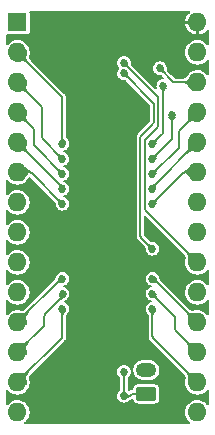
<source format=gbr>
%TF.GenerationSoftware,KiCad,Pcbnew,(6.0.8)*%
%TF.CreationDate,2022-10-28T11:52:04-04:00*%
%TF.ProjectId,HP3457A_NVSRAM_MOD,48503334-3537-4415-9f4e-565352414d5f,rev?*%
%TF.SameCoordinates,Original*%
%TF.FileFunction,Copper,L2,Bot*%
%TF.FilePolarity,Positive*%
%FSLAX46Y46*%
G04 Gerber Fmt 4.6, Leading zero omitted, Abs format (unit mm)*
G04 Created by KiCad (PCBNEW (6.0.8)) date 2022-10-28 11:52:04*
%MOMM*%
%LPD*%
G01*
G04 APERTURE LIST*
G04 Aperture macros list*
%AMRoundRect*
0 Rectangle with rounded corners*
0 $1 Rounding radius*
0 $2 $3 $4 $5 $6 $7 $8 $9 X,Y pos of 4 corners*
0 Add a 4 corners polygon primitive as box body*
4,1,4,$2,$3,$4,$5,$6,$7,$8,$9,$2,$3,0*
0 Add four circle primitives for the rounded corners*
1,1,$1+$1,$2,$3*
1,1,$1+$1,$4,$5*
1,1,$1+$1,$6,$7*
1,1,$1+$1,$8,$9*
0 Add four rect primitives between the rounded corners*
20,1,$1+$1,$2,$3,$4,$5,0*
20,1,$1+$1,$4,$5,$6,$7,0*
20,1,$1+$1,$6,$7,$8,$9,0*
20,1,$1+$1,$8,$9,$2,$3,0*%
G04 Aperture macros list end*
%TA.AperFunction,ComponentPad*%
%ADD10RoundRect,0.250000X0.625000X-0.350000X0.625000X0.350000X-0.625000X0.350000X-0.625000X-0.350000X0*%
%TD*%
%TA.AperFunction,ComponentPad*%
%ADD11O,1.750000X1.200000*%
%TD*%
%TA.AperFunction,ComponentPad*%
%ADD12R,1.600000X1.600000*%
%TD*%
%TA.AperFunction,ComponentPad*%
%ADD13O,1.600000X1.600000*%
%TD*%
%TA.AperFunction,ViaPad*%
%ADD14C,0.685800*%
%TD*%
%TA.AperFunction,Conductor*%
%ADD15C,0.152400*%
%TD*%
G04 APERTURE END LIST*
D10*
%TO.P,J1,1,Pin_1*%
%TO.N,/BATT_FAKE*%
X122682000Y-89865200D03*
D11*
%TO.P,J1,2,Pin_2*%
%TO.N,GND*%
X122682000Y-87865200D03*
%TD*%
D12*
%TO.P,U10,1,NC*%
%TO.N,unconnected-(U10-Pad1)*%
X111760000Y-58420000D03*
D13*
%TO.P,U10,2,A12*%
%TO.N,/A12*%
X111760000Y-60960000D03*
%TO.P,U10,3,A7*%
%TO.N,/A7*%
X111760000Y-63500000D03*
%TO.P,U10,4,A6*%
%TO.N,/A6*%
X111760000Y-66040000D03*
%TO.P,U10,5,A5*%
%TO.N,/A5*%
X111760000Y-68580000D03*
%TO.P,U10,6,A4*%
%TO.N,/A4*%
X111760000Y-71120000D03*
%TO.P,U10,7,A3*%
%TO.N,/A3*%
X111760000Y-73660000D03*
%TO.P,U10,8,A2*%
%TO.N,/A2*%
X111760000Y-76200000D03*
%TO.P,U10,9,A1*%
%TO.N,/A1*%
X111760000Y-78740000D03*
%TO.P,U10,10,A0*%
%TO.N,/A0*%
X111760000Y-81280000D03*
%TO.P,U10,11,D0*%
%TO.N,/D0*%
X111760000Y-83820000D03*
%TO.P,U10,12,D1*%
%TO.N,/D1*%
X111760000Y-86360000D03*
%TO.P,U10,13,D2*%
%TO.N,/D2*%
X111760000Y-88900000D03*
%TO.P,U10,14,GND*%
%TO.N,GND*%
X111760000Y-91440000D03*
%TO.P,U10,15,D3*%
%TO.N,/D3*%
X127000000Y-91440000D03*
%TO.P,U10,16,D4*%
%TO.N,/D4*%
X127000000Y-88900000D03*
%TO.P,U10,17,D5*%
%TO.N,/D5*%
X127000000Y-86360000D03*
%TO.P,U10,18,D6*%
%TO.N,/D6*%
X127000000Y-83820000D03*
%TO.P,U10,19,D7*%
%TO.N,/D7*%
X127000000Y-81280000D03*
%TO.P,U10,20,~{CE1}*%
%TO.N,/~{CE1}*%
X127000000Y-78740000D03*
%TO.P,U10,21,A10*%
%TO.N,/A10*%
X127000000Y-76200000D03*
%TO.P,U10,22,~{OE}*%
%TO.N,/~{OE}*%
X127000000Y-73660000D03*
%TO.P,U10,23,A11*%
%TO.N,/A11*%
X127000000Y-71120000D03*
%TO.P,U10,24,A9*%
%TO.N,/A9*%
X127000000Y-68580000D03*
%TO.P,U10,25,A8*%
%TO.N,/A8*%
X127000000Y-66040000D03*
%TO.P,U10,26,CE2*%
%TO.N,/CE2*%
X127000000Y-63500000D03*
%TO.P,U10,27,~{WE}*%
%TO.N,/~{WE}*%
X127000000Y-60960000D03*
%TO.P,U10,28,VCC*%
%TO.N,+5V*%
X127000000Y-58420000D03*
%TD*%
D14*
%TO.N,/D2*%
X115570000Y-82677000D03*
%TO.N,/D1*%
X115582215Y-81407000D03*
%TO.N,/A8*%
X123190000Y-71247000D03*
%TO.N,/D0*%
X115570000Y-80137000D03*
%TO.N,/A9*%
X123190000Y-72517000D03*
%TO.N,/A11*%
X123190000Y-73787000D03*
%TO.N,/A4*%
X115570000Y-73787000D03*
%TO.N,/A5*%
X115570000Y-72517000D03*
%TO.N,/D6*%
X123190000Y-80137000D03*
%TO.N,/A6*%
X115570000Y-71247000D03*
%TO.N,/D5*%
X123190000Y-81407000D03*
%TO.N,/A7*%
X115570000Y-69977000D03*
%TO.N,/D4*%
X123190000Y-82677000D03*
%TO.N,/A12*%
X115570000Y-68707000D03*
%TO.N,/CE2*%
X123825000Y-62306200D03*
%TO.N,/~{CE1}*%
X120777000Y-61849000D03*
%TO.N,/~{WE}*%
X123190000Y-68707000D03*
X124104400Y-63804800D03*
%TO.N,+5V*%
X122555000Y-66675000D03*
X120799466Y-91313000D03*
X122809000Y-60198000D03*
%TO.N,/BATT_FAKE*%
X120777000Y-90043000D03*
X120777000Y-88011000D03*
%TO.N,/~{CE_STK}*%
X123190000Y-77597000D03*
X120777000Y-62738000D03*
%TO.N,Net-(R5-Pad2)*%
X124841000Y-66294000D03*
X123190000Y-69977000D03*
%TD*%
D15*
%TO.N,/BATT_FAKE*%
X121462800Y-89865200D02*
X122682000Y-89865200D01*
X121285000Y-90043000D02*
X121462800Y-89865200D01*
X120777000Y-90043000D02*
X121285000Y-90043000D01*
X120777000Y-88011000D02*
X120777000Y-90043000D01*
%TO.N,/D2*%
X111760000Y-88900000D02*
X115503045Y-85156955D01*
X115570000Y-84995311D02*
X115570000Y-82677000D01*
X115503040Y-85156950D02*
G75*
G03*
X115570000Y-84995311I-161640J161650D01*
G01*
%TO.N,/D1*%
X114112956Y-83118044D02*
X115515260Y-81715740D01*
X111760000Y-86360000D02*
X113979045Y-84140955D01*
X114046000Y-83979311D02*
X114046000Y-83279689D01*
X115582215Y-81554096D02*
X115582215Y-81407000D01*
X115515265Y-81715745D02*
G75*
G03*
X115582215Y-81554096I-161665J161645D01*
G01*
X113979040Y-84140950D02*
G75*
G03*
X114046000Y-83979311I-161640J161650D01*
G01*
X114045993Y-83279689D02*
G75*
G02*
X114112956Y-83118044I228607J-11D01*
G01*
%TO.N,/A8*%
X125476000Y-67658689D02*
X125476000Y-68866311D01*
X125409044Y-69027956D02*
X123190000Y-71247000D01*
X127000000Y-66040000D02*
X125542955Y-67497045D01*
X125475993Y-67658689D02*
G75*
G02*
X125542955Y-67497045I228607J-11D01*
G01*
X125409039Y-69027951D02*
G75*
G03*
X125476000Y-68866311I-161639J161651D01*
G01*
%TO.N,/D0*%
X115537689Y-80137000D02*
X115570000Y-80137000D01*
X111760000Y-83820000D02*
X115376045Y-80203955D01*
X115537689Y-80136993D02*
G75*
G03*
X115376045Y-80203955I11J-228607D01*
G01*
%TO.N,/A9*%
X123190000Y-72484689D02*
X123190000Y-72517000D01*
X127000000Y-68580000D02*
X123256955Y-72323045D01*
X123256960Y-72323050D02*
G75*
G03*
X123190000Y-72484689I161640J-161650D01*
G01*
%TO.N,/A11*%
X125790044Y-71186956D02*
X123190000Y-73787000D01*
X127000000Y-71120000D02*
X125951689Y-71120000D01*
X125790049Y-71186961D02*
G75*
G02*
X125951689Y-71120000I161651J-161639D01*
G01*
%TO.N,/A4*%
X112969956Y-71186956D02*
X115570000Y-73787000D01*
X111760000Y-71120000D02*
X112808311Y-71120000D01*
X112969951Y-71186961D02*
G75*
G03*
X112808311Y-71120000I-161651J-161639D01*
G01*
%TO.N,/A5*%
X115570000Y-72484689D02*
X115570000Y-72517000D01*
X111760000Y-68580000D02*
X115503045Y-72323045D01*
X115503040Y-72323050D02*
G75*
G02*
X115570000Y-72484689I-161640J-161650D01*
G01*
%TO.N,/D6*%
X123222311Y-80137000D02*
X123190000Y-80137000D01*
X127000000Y-83820000D02*
X123383955Y-80203955D01*
X123383950Y-80203960D02*
G75*
G03*
X123222311Y-80137000I-161650J-161640D01*
G01*
%TO.N,/A6*%
X113223956Y-68900956D02*
X115570000Y-71247000D01*
X111760000Y-66040000D02*
X113090045Y-67370045D01*
X113157000Y-67531689D02*
X113157000Y-68739311D01*
X113090040Y-67370050D02*
G75*
G02*
X113157000Y-67531689I-161640J-161650D01*
G01*
X113223961Y-68900951D02*
G75*
G02*
X113157000Y-68739311I161639J161651D01*
G01*
%TO.N,/D5*%
X125095000Y-84360311D02*
X125095000Y-83406689D01*
X127000000Y-86360000D02*
X125161955Y-84521955D01*
X125028044Y-83245044D02*
X123190000Y-81407000D01*
X125028039Y-83245049D02*
G75*
G02*
X125095000Y-83406689I-161639J-161651D01*
G01*
X125161960Y-84521950D02*
G75*
G02*
X125095000Y-84360311I161640J161650D01*
G01*
%TO.N,/A7*%
X111760000Y-63500000D02*
X113775855Y-65515855D01*
X113909766Y-68316766D02*
X115570000Y-69977000D01*
X113842810Y-65677499D02*
X113842810Y-68155121D01*
X113842793Y-68155121D02*
G75*
G03*
X113909766Y-68316766I228607J21D01*
G01*
X113842807Y-65677499D02*
G75*
G03*
X113775855Y-65515855I-228607J-1D01*
G01*
%TO.N,/D4*%
X123190000Y-84995311D02*
X123190000Y-82677000D01*
X127000000Y-88900000D02*
X123256955Y-85156955D01*
X123256960Y-85156950D02*
G75*
G02*
X123190000Y-84995311I161640J161650D01*
G01*
%TO.N,/A12*%
X115570000Y-64864689D02*
X115570000Y-68707000D01*
X111760000Y-60960000D02*
X115503045Y-64703045D01*
X115503040Y-64703050D02*
G75*
G02*
X115570000Y-64864689I-161640J-161650D01*
G01*
%TO.N,/CE2*%
X127000000Y-63500000D02*
X125113489Y-63500000D01*
X124951844Y-63433044D02*
X123825000Y-62306200D01*
X124951849Y-63433039D02*
G75*
G03*
X125113489Y-63500000I161651J161639D01*
G01*
%TO.N,/~{CE1}*%
X123698000Y-67088311D02*
X123698000Y-64864689D01*
X122621956Y-68259044D02*
X123631045Y-67249955D01*
X123631044Y-64703044D02*
X120777000Y-61849000D01*
X127000000Y-78740000D02*
X122621955Y-74361955D01*
X122555000Y-74200311D02*
X122555000Y-68420689D01*
X123698007Y-64864689D02*
G75*
G03*
X123631044Y-64703044I-228607J-11D01*
G01*
X122554993Y-68420689D02*
G75*
G02*
X122621956Y-68259044I228607J-11D01*
G01*
X123631040Y-67249950D02*
G75*
G03*
X123698000Y-67088311I-161640J161650D01*
G01*
X122554993Y-74200311D02*
G75*
G03*
X122621955Y-74361955I228607J11D01*
G01*
%TO.N,/~{WE}*%
X124104400Y-67697911D02*
X124104400Y-63804800D01*
X123190000Y-68707000D02*
X124037445Y-67859555D01*
X124104407Y-67697911D02*
G75*
G02*
X124037445Y-67859555I-228607J11D01*
G01*
%TO.N,/~{CE_STK}*%
X122240956Y-68005044D02*
X123250045Y-66995955D01*
X123190000Y-77597000D02*
X122240955Y-76647955D01*
X123250044Y-65211044D02*
X120777000Y-62738000D01*
X123317000Y-66834311D02*
X123317000Y-65372689D01*
X122174000Y-76486311D02*
X122174000Y-68166689D01*
X123317007Y-65372689D02*
G75*
G03*
X123250044Y-65211044I-228607J-11D01*
G01*
X123317007Y-66834311D02*
G75*
G02*
X123250045Y-66995955I-228607J11D01*
G01*
X122173993Y-76486311D02*
G75*
G03*
X122240955Y-76647955I228607J11D01*
G01*
X122173993Y-68166689D02*
G75*
G02*
X122240956Y-68005044I228607J-11D01*
G01*
%TO.N,Net-(R5-Pad2)*%
X124841000Y-66294000D02*
X124841000Y-68326000D01*
X124841000Y-68326000D02*
X123190000Y-69977000D01*
%TD*%
%TA.AperFunction,Conductor*%
%TO.N,/D2*%
G36*
X112611775Y-87955726D02*
G01*
X112704274Y-88048225D01*
X112707701Y-88056498D01*
X112704914Y-88064078D01*
X112669668Y-88105525D01*
X112614279Y-88170657D01*
X112554656Y-88278214D01*
X112525285Y-88380901D01*
X112518417Y-88481088D01*
X112526299Y-88581148D01*
X112526328Y-88581345D01*
X112526328Y-88581348D01*
X112541170Y-88683374D01*
X112541191Y-88683525D01*
X112555250Y-88789891D01*
X112555337Y-88790847D01*
X112560903Y-88903486D01*
X112560874Y-88905068D01*
X112550402Y-89026581D01*
X112550078Y-89028483D01*
X112517903Y-89153923D01*
X112512528Y-89161085D01*
X112506800Y-89162714D01*
X112086323Y-89170934D01*
X111489323Y-89182604D01*
X111480984Y-89179339D01*
X111477396Y-89170677D01*
X111494842Y-88278214D01*
X111497286Y-88153201D01*
X111500874Y-88144997D01*
X111506077Y-88142097D01*
X111631516Y-88109921D01*
X111633417Y-88109597D01*
X111754932Y-88099125D01*
X111756511Y-88099096D01*
X111869163Y-88104663D01*
X111870097Y-88104748D01*
X111976525Y-88118815D01*
X111976571Y-88118821D01*
X112056939Y-88130513D01*
X112078651Y-88133671D01*
X112078654Y-88133671D01*
X112078851Y-88133700D01*
X112178911Y-88141582D01*
X112179334Y-88141553D01*
X112179338Y-88141553D01*
X112278486Y-88134756D01*
X112279098Y-88134714D01*
X112334709Y-88118808D01*
X112381149Y-88105525D01*
X112381150Y-88105525D01*
X112381785Y-88105343D01*
X112489342Y-88045720D01*
X112489778Y-88045349D01*
X112489787Y-88045343D01*
X112595923Y-87955086D01*
X112604445Y-87952337D01*
X112611775Y-87955726D01*
G37*
%TD.AperFunction*%
%TD*%
%TA.AperFunction,Conductor*%
%TO.N,Net-(R5-Pad2)*%
G36*
X124849433Y-66131319D02*
G01*
X125143550Y-66437164D01*
X125146815Y-66445503D01*
X125145285Y-66451062D01*
X125122270Y-66491486D01*
X125121446Y-66492738D01*
X125092292Y-66531331D01*
X125091531Y-66532237D01*
X125075733Y-66549202D01*
X125061153Y-66564856D01*
X125060685Y-66565330D01*
X125030109Y-66594625D01*
X125000686Y-66623021D01*
X125000550Y-66623173D01*
X125000539Y-66623184D01*
X124986451Y-66638890D01*
X124973880Y-66652904D01*
X124950910Y-66686895D01*
X124932994Y-66727617D01*
X124921351Y-66777691D01*
X124921320Y-66778161D01*
X124921319Y-66778165D01*
X124917930Y-66828821D01*
X124913958Y-66836847D01*
X124906256Y-66839740D01*
X124775743Y-66839740D01*
X124767470Y-66836313D01*
X124764069Y-66828821D01*
X124760680Y-66778165D01*
X124760679Y-66778162D01*
X124760648Y-66777691D01*
X124749005Y-66727617D01*
X124731089Y-66686895D01*
X124708119Y-66652904D01*
X124695548Y-66638890D01*
X124681460Y-66623184D01*
X124681449Y-66623173D01*
X124681313Y-66623021D01*
X124651890Y-66594625D01*
X124621314Y-66565330D01*
X124620846Y-66564856D01*
X124606266Y-66549202D01*
X124590468Y-66532237D01*
X124589707Y-66531331D01*
X124560558Y-66492743D01*
X124559726Y-66491480D01*
X124536715Y-66451063D01*
X124535600Y-66442178D01*
X124538450Y-66437164D01*
X124832567Y-66131319D01*
X124840771Y-66127731D01*
X124849433Y-66131319D01*
G37*
%TD.AperFunction*%
%TD*%
%TA.AperFunction,Conductor*%
%TO.N,/BATT_FAKE*%
G36*
X122426855Y-89331343D02*
G01*
X122902762Y-89789000D01*
X122973231Y-89856767D01*
X122976819Y-89864971D01*
X122973231Y-89873633D01*
X122830361Y-90011024D01*
X122426856Y-90399056D01*
X122418517Y-90402321D01*
X122412824Y-90400713D01*
X122332815Y-90353752D01*
X122331305Y-90352698D01*
X122262284Y-90295931D01*
X122261187Y-90294905D01*
X122204642Y-90234696D01*
X122204053Y-90234018D01*
X122154773Y-90172737D01*
X122154704Y-90172650D01*
X122107974Y-90113391D01*
X122107844Y-90113226D01*
X122058386Y-90058521D01*
X122001235Y-90011303D01*
X122000708Y-90011024D01*
X121931790Y-89974552D01*
X121931787Y-89974551D01*
X121931230Y-89974256D01*
X121868014Y-89956880D01*
X121843744Y-89950209D01*
X121843742Y-89950209D01*
X121843205Y-89950061D01*
X121742791Y-89942240D01*
X121734809Y-89938182D01*
X121732000Y-89930576D01*
X121732000Y-89799824D01*
X121735427Y-89791551D01*
X121742790Y-89788160D01*
X121802345Y-89783521D01*
X121842657Y-89780381D01*
X121842660Y-89780380D01*
X121843205Y-89780338D01*
X121931230Y-89756143D01*
X121931787Y-89755848D01*
X121931790Y-89755847D01*
X122000708Y-89719375D01*
X122000709Y-89719374D01*
X122001235Y-89719096D01*
X122058386Y-89671878D01*
X122107844Y-89617173D01*
X122154773Y-89557662D01*
X122204053Y-89496381D01*
X122204642Y-89495703D01*
X122261187Y-89435494D01*
X122262284Y-89434468D01*
X122331308Y-89377699D01*
X122332817Y-89376645D01*
X122412825Y-89329686D01*
X122421692Y-89328453D01*
X122426855Y-89331343D01*
G37*
%TD.AperFunction*%
%TD*%
%TA.AperFunction,Conductor*%
%TO.N,/BATT_FAKE*%
G36*
X120970596Y-89763088D02*
G01*
X121008803Y-89800564D01*
X121042449Y-89842978D01*
X121072900Y-89886486D01*
X121081124Y-89898199D01*
X121101519Y-89927246D01*
X121129670Y-89961417D01*
X121158717Y-89985156D01*
X121190025Y-89994621D01*
X121191555Y-89994242D01*
X121191556Y-89994242D01*
X121223785Y-89986260D01*
X121224956Y-89985970D01*
X121225912Y-89985237D01*
X121225914Y-89985236D01*
X121256737Y-89961603D01*
X121265388Y-89959289D01*
X121272129Y-89962615D01*
X121363982Y-90054468D01*
X121367409Y-90062741D01*
X121363599Y-90071379D01*
X121351355Y-90082562D01*
X121330802Y-90101333D01*
X121329893Y-90102083D01*
X121292079Y-90130201D01*
X121291066Y-90130875D01*
X121256044Y-90151644D01*
X121255107Y-90152144D01*
X121221910Y-90167956D01*
X121221293Y-90168228D01*
X121189433Y-90181207D01*
X121188937Y-90181409D01*
X121156834Y-90194150D01*
X121156702Y-90194209D01*
X121156693Y-90194213D01*
X121128491Y-90206863D01*
X121124567Y-90208623D01*
X121107581Y-90218104D01*
X121091698Y-90226969D01*
X121091692Y-90226973D01*
X121091405Y-90227133D01*
X121056615Y-90251979D01*
X121056368Y-90252202D01*
X121025826Y-90279733D01*
X121017386Y-90282727D01*
X121012078Y-90281138D01*
X120863687Y-90194213D01*
X120620607Y-90051820D01*
X120620606Y-90051819D01*
X120613912Y-90047898D01*
X120608930Y-90042067D01*
X120608271Y-90040384D01*
X120608966Y-90039715D01*
X120926466Y-89734390D01*
X120970596Y-89763088D01*
G37*
%TD.AperFunction*%
%TD*%
%TA.AperFunction,Conductor*%
%TO.N,/BATT_FAKE*%
G36*
X120850529Y-89500687D02*
G01*
X120853930Y-89508179D01*
X120857351Y-89559308D01*
X120868994Y-89609382D01*
X120886910Y-89650104D01*
X120909880Y-89684095D01*
X120922451Y-89698109D01*
X120936539Y-89713815D01*
X120936550Y-89713826D01*
X120936686Y-89713978D01*
X120966109Y-89742374D01*
X120996685Y-89771669D01*
X120997153Y-89772143D01*
X121011733Y-89787797D01*
X121027531Y-89804762D01*
X121028292Y-89805668D01*
X121057446Y-89844261D01*
X121058270Y-89845513D01*
X121081285Y-89885937D01*
X121082400Y-89894822D01*
X121079550Y-89899836D01*
X120785433Y-90205681D01*
X120777229Y-90209269D01*
X120768567Y-90205681D01*
X120474450Y-89899836D01*
X120471185Y-89891497D01*
X120472715Y-89885937D01*
X120495726Y-89845519D01*
X120496558Y-89844256D01*
X120508812Y-89828033D01*
X120525707Y-89805668D01*
X120526468Y-89804762D01*
X120542266Y-89787797D01*
X120556846Y-89772143D01*
X120557314Y-89771669D01*
X120587890Y-89742374D01*
X120617313Y-89713978D01*
X120617449Y-89713826D01*
X120617460Y-89713815D01*
X120631548Y-89698109D01*
X120644119Y-89684095D01*
X120667089Y-89650104D01*
X120685005Y-89609382D01*
X120696648Y-89559308D01*
X120700069Y-89508178D01*
X120704041Y-89500153D01*
X120711743Y-89497260D01*
X120842256Y-89497260D01*
X120850529Y-89500687D01*
G37*
%TD.AperFunction*%
%TD*%
%TA.AperFunction,Conductor*%
%TO.N,/BATT_FAKE*%
G36*
X120785433Y-87848319D02*
G01*
X121079550Y-88154164D01*
X121082815Y-88162503D01*
X121081285Y-88168062D01*
X121058270Y-88208486D01*
X121057446Y-88209738D01*
X121028292Y-88248331D01*
X121027531Y-88249237D01*
X121011733Y-88266202D01*
X120997153Y-88281856D01*
X120996685Y-88282330D01*
X120966109Y-88311625D01*
X120936686Y-88340021D01*
X120936550Y-88340173D01*
X120936539Y-88340184D01*
X120922451Y-88355890D01*
X120909880Y-88369904D01*
X120886910Y-88403895D01*
X120868994Y-88444617D01*
X120857351Y-88494691D01*
X120857320Y-88495161D01*
X120857319Y-88495165D01*
X120853930Y-88545821D01*
X120849958Y-88553847D01*
X120842256Y-88556740D01*
X120711743Y-88556740D01*
X120703470Y-88553313D01*
X120700069Y-88545821D01*
X120696680Y-88495165D01*
X120696679Y-88495162D01*
X120696648Y-88494691D01*
X120685005Y-88444617D01*
X120667089Y-88403895D01*
X120644119Y-88369904D01*
X120631548Y-88355890D01*
X120617460Y-88340184D01*
X120617449Y-88340173D01*
X120617313Y-88340021D01*
X120587890Y-88311625D01*
X120557314Y-88282330D01*
X120556846Y-88281856D01*
X120542266Y-88266202D01*
X120526468Y-88249237D01*
X120525707Y-88248331D01*
X120496558Y-88209743D01*
X120495726Y-88208480D01*
X120472715Y-88168063D01*
X120471600Y-88159178D01*
X120474450Y-88154164D01*
X120768567Y-87848319D01*
X120776771Y-87844731D01*
X120785433Y-87848319D01*
G37*
%TD.AperFunction*%
%TD*%
%TA.AperFunction,Conductor*%
%TO.N,/D0*%
G36*
X112611775Y-82875726D02*
G01*
X112704274Y-82968225D01*
X112707701Y-82976498D01*
X112704914Y-82984078D01*
X112669668Y-83025525D01*
X112614279Y-83090657D01*
X112554656Y-83198214D01*
X112525285Y-83300901D01*
X112518417Y-83401088D01*
X112526299Y-83501148D01*
X112526328Y-83501345D01*
X112526328Y-83501348D01*
X112541170Y-83603374D01*
X112541191Y-83603525D01*
X112555250Y-83709891D01*
X112555337Y-83710847D01*
X112560903Y-83823486D01*
X112560874Y-83825068D01*
X112550402Y-83946581D01*
X112550078Y-83948483D01*
X112517903Y-84073923D01*
X112512528Y-84081085D01*
X112506800Y-84082714D01*
X112086323Y-84090934D01*
X111489323Y-84102604D01*
X111480984Y-84099339D01*
X111477396Y-84090677D01*
X111494842Y-83198214D01*
X111497286Y-83073201D01*
X111500874Y-83064997D01*
X111506077Y-83062097D01*
X111631516Y-83029921D01*
X111633417Y-83029597D01*
X111754932Y-83019125D01*
X111756511Y-83019096D01*
X111869163Y-83024663D01*
X111870097Y-83024748D01*
X111976525Y-83038815D01*
X111976571Y-83038821D01*
X112056939Y-83050513D01*
X112078651Y-83053671D01*
X112078654Y-83053671D01*
X112078851Y-83053700D01*
X112178911Y-83061582D01*
X112179334Y-83061553D01*
X112179338Y-83061553D01*
X112278486Y-83054756D01*
X112279098Y-83054714D01*
X112334709Y-83038808D01*
X112381149Y-83025525D01*
X112381150Y-83025525D01*
X112381785Y-83025343D01*
X112489342Y-82965720D01*
X112489778Y-82965349D01*
X112489787Y-82965343D01*
X112595923Y-82875086D01*
X112604445Y-82872337D01*
X112611775Y-82875726D01*
G37*
%TD.AperFunction*%
%TD*%
%TA.AperFunction,Conductor*%
%TO.N,/D2*%
G36*
X115578433Y-82514319D02*
G01*
X115872550Y-82820164D01*
X115875815Y-82828503D01*
X115874285Y-82834062D01*
X115851270Y-82874486D01*
X115850446Y-82875738D01*
X115821292Y-82914331D01*
X115820531Y-82915237D01*
X115804733Y-82932202D01*
X115790153Y-82947856D01*
X115789685Y-82948330D01*
X115759109Y-82977625D01*
X115729686Y-83006021D01*
X115729550Y-83006173D01*
X115729539Y-83006184D01*
X115715451Y-83021890D01*
X115702880Y-83035904D01*
X115679910Y-83069895D01*
X115661994Y-83110617D01*
X115650351Y-83160691D01*
X115650320Y-83161161D01*
X115650319Y-83161165D01*
X115646930Y-83211821D01*
X115642958Y-83219847D01*
X115635256Y-83222740D01*
X115504743Y-83222740D01*
X115496470Y-83219313D01*
X115493069Y-83211821D01*
X115489680Y-83161165D01*
X115489679Y-83161162D01*
X115489648Y-83160691D01*
X115478005Y-83110617D01*
X115460089Y-83069895D01*
X115437119Y-83035904D01*
X115424548Y-83021890D01*
X115410460Y-83006184D01*
X115410449Y-83006173D01*
X115410313Y-83006021D01*
X115380890Y-82977625D01*
X115350314Y-82948330D01*
X115349846Y-82947856D01*
X115335266Y-82932202D01*
X115319468Y-82915237D01*
X115318707Y-82914331D01*
X115289558Y-82875743D01*
X115288726Y-82874480D01*
X115265715Y-82834063D01*
X115264600Y-82825178D01*
X115267450Y-82820164D01*
X115561567Y-82514319D01*
X115569771Y-82510731D01*
X115578433Y-82514319D01*
G37*
%TD.AperFunction*%
%TD*%
%TA.AperFunction,Conductor*%
%TO.N,/D1*%
G36*
X115633890Y-81252612D02*
G01*
X115634337Y-81253453D01*
X115820921Y-81641644D01*
X115821417Y-81650586D01*
X115818286Y-81655334D01*
X115779075Y-81691313D01*
X115778245Y-81692006D01*
X115736555Y-81723612D01*
X115735686Y-81724209D01*
X115696391Y-81748649D01*
X115695663Y-81749067D01*
X115657467Y-81769106D01*
X115657090Y-81769294D01*
X115618898Y-81787556D01*
X115618846Y-81787581D01*
X115605148Y-81794261D01*
X115579792Y-81806625D01*
X115538931Y-81829074D01*
X115495272Y-81857570D01*
X115495078Y-81857722D01*
X115495071Y-81857727D01*
X115450907Y-81892326D01*
X115447769Y-81894784D01*
X115447596Y-81894945D01*
X115447586Y-81894953D01*
X115403639Y-81935721D01*
X115395243Y-81938835D01*
X115387409Y-81935416D01*
X115295152Y-81843159D01*
X115291725Y-81834886D01*
X115294419Y-81827419D01*
X115319065Y-81797705D01*
X115336250Y-81762166D01*
X115341541Y-81728200D01*
X115337306Y-81695003D01*
X115325916Y-81661770D01*
X115309740Y-81627696D01*
X115291209Y-81592092D01*
X115291089Y-81591854D01*
X115272716Y-81554222D01*
X115272344Y-81553376D01*
X115256474Y-81513072D01*
X115256024Y-81511680D01*
X115246771Y-81475451D01*
X115248044Y-81466587D01*
X115252197Y-81462458D01*
X115401372Y-81375147D01*
X115617883Y-81248424D01*
X115626753Y-81247203D01*
X115633890Y-81252612D01*
G37*
%TD.AperFunction*%
%TD*%
%TA.AperFunction,Conductor*%
%TO.N,/D1*%
G36*
X112611775Y-85415726D02*
G01*
X112704274Y-85508225D01*
X112707701Y-85516498D01*
X112704914Y-85524078D01*
X112669668Y-85565525D01*
X112614279Y-85630657D01*
X112554656Y-85738214D01*
X112525285Y-85840901D01*
X112518417Y-85941088D01*
X112526299Y-86041148D01*
X112526328Y-86041345D01*
X112526328Y-86041348D01*
X112541170Y-86143374D01*
X112541191Y-86143525D01*
X112555250Y-86249891D01*
X112555337Y-86250847D01*
X112560903Y-86363486D01*
X112560874Y-86365068D01*
X112550402Y-86486581D01*
X112550078Y-86488483D01*
X112517903Y-86613923D01*
X112512528Y-86621085D01*
X112506800Y-86622714D01*
X112086323Y-86630934D01*
X111489323Y-86642604D01*
X111480984Y-86639339D01*
X111477396Y-86630677D01*
X111494842Y-85738214D01*
X111497286Y-85613201D01*
X111500874Y-85604997D01*
X111506077Y-85602097D01*
X111631516Y-85569921D01*
X111633417Y-85569597D01*
X111754932Y-85559125D01*
X111756511Y-85559096D01*
X111869163Y-85564663D01*
X111870097Y-85564748D01*
X111976525Y-85578815D01*
X111976571Y-85578821D01*
X112056939Y-85590513D01*
X112078651Y-85593671D01*
X112078654Y-85593671D01*
X112078851Y-85593700D01*
X112178911Y-85601582D01*
X112179334Y-85601553D01*
X112179338Y-85601553D01*
X112278486Y-85594756D01*
X112279098Y-85594714D01*
X112334709Y-85578808D01*
X112381149Y-85565525D01*
X112381150Y-85565525D01*
X112381785Y-85565343D01*
X112489342Y-85505720D01*
X112489778Y-85505349D01*
X112489787Y-85505343D01*
X112595923Y-85415086D01*
X112604445Y-85412337D01*
X112611775Y-85415726D01*
G37*
%TD.AperFunction*%
%TD*%
%TA.AperFunction,Conductor*%
%TO.N,/A8*%
G36*
X123529752Y-70814961D02*
G01*
X123622038Y-70907247D01*
X123625465Y-70915520D01*
X123622572Y-70923222D01*
X123589148Y-70961439D01*
X123589141Y-70961448D01*
X123588837Y-70961796D01*
X123561663Y-71005436D01*
X123545536Y-71046899D01*
X123537743Y-71087176D01*
X123535568Y-71127261D01*
X123535572Y-71127469D01*
X123536293Y-71168075D01*
X123536294Y-71168117D01*
X123536294Y-71168145D01*
X123537200Y-71210476D01*
X123537196Y-71211142D01*
X123535612Y-71255686D01*
X123535507Y-71256885D01*
X123528835Y-71304771D01*
X123528530Y-71306252D01*
X123516223Y-71351100D01*
X123510729Y-71358172D01*
X123505170Y-71359702D01*
X123321996Y-71363283D01*
X123080932Y-71367995D01*
X123072593Y-71364730D01*
X123069005Y-71356068D01*
X123075868Y-71004968D01*
X123077298Y-70931831D01*
X123080886Y-70923627D01*
X123085897Y-70920778D01*
X123130755Y-70908467D01*
X123132223Y-70908165D01*
X123160052Y-70904287D01*
X123180114Y-70901492D01*
X123181313Y-70901387D01*
X123200492Y-70900705D01*
X123225870Y-70899803D01*
X123226508Y-70899799D01*
X123268854Y-70900705D01*
X123309738Y-70901431D01*
X123310549Y-70901387D01*
X123349426Y-70899278D01*
X123349433Y-70899277D01*
X123349823Y-70899256D01*
X123390100Y-70891463D01*
X123431563Y-70875336D01*
X123432028Y-70875047D01*
X123432031Y-70875045D01*
X123474802Y-70848412D01*
X123474805Y-70848410D01*
X123475203Y-70848162D01*
X123513777Y-70814427D01*
X123522260Y-70811560D01*
X123529752Y-70814961D01*
G37*
%TD.AperFunction*%
%TD*%
%TA.AperFunction,Conductor*%
%TO.N,/A8*%
G36*
X127279016Y-65760661D02*
G01*
X127282604Y-65769323D01*
X127279806Y-65912456D01*
X127263047Y-66769787D01*
X127262714Y-66786799D01*
X127259126Y-66795003D01*
X127253923Y-66797903D01*
X127221190Y-66806299D01*
X127163131Y-66821191D01*
X127128483Y-66830078D01*
X127126582Y-66830402D01*
X127005067Y-66840874D01*
X127003488Y-66840903D01*
X126890836Y-66835336D01*
X126889902Y-66835251D01*
X126783474Y-66821184D01*
X126783428Y-66821178D01*
X126703060Y-66809486D01*
X126681348Y-66806328D01*
X126681345Y-66806328D01*
X126681148Y-66806299D01*
X126581088Y-66798417D01*
X126580665Y-66798446D01*
X126580661Y-66798446D01*
X126481513Y-66805243D01*
X126480901Y-66805285D01*
X126480310Y-66805454D01*
X126394220Y-66830078D01*
X126378214Y-66834656D01*
X126270657Y-66894279D01*
X126221307Y-66936247D01*
X126164078Y-66984914D01*
X126155555Y-66987663D01*
X126148225Y-66984274D01*
X126055726Y-66891775D01*
X126052299Y-66883502D01*
X126055086Y-66875923D01*
X126145343Y-66769787D01*
X126145349Y-66769778D01*
X126145720Y-66769342D01*
X126205343Y-66661785D01*
X126234714Y-66559098D01*
X126241582Y-66458911D01*
X126233700Y-66358851D01*
X126218818Y-66256547D01*
X126204748Y-66150097D01*
X126204662Y-66149152D01*
X126199096Y-66036513D01*
X126199125Y-66034931D01*
X126209597Y-65913418D01*
X126209921Y-65911516D01*
X126242097Y-65786077D01*
X126247472Y-65778915D01*
X126253200Y-65777286D01*
X126673677Y-65769066D01*
X127270677Y-65757396D01*
X127279016Y-65760661D01*
G37*
%TD.AperFunction*%
%TD*%
%TA.AperFunction,Conductor*%
%TO.N,/D0*%
G36*
X115706712Y-80048424D02*
G01*
X115713919Y-80053739D01*
X115715138Y-80063035D01*
X115597138Y-80470571D01*
X115591546Y-80477565D01*
X115585911Y-80479017D01*
X115543692Y-80479056D01*
X115542194Y-80478961D01*
X115496432Y-80473096D01*
X115495389Y-80472914D01*
X115452895Y-80463504D01*
X115452455Y-80463398D01*
X115412336Y-80452867D01*
X115412314Y-80452861D01*
X115412289Y-80452855D01*
X115412255Y-80452847D01*
X115412239Y-80452843D01*
X115374137Y-80443831D01*
X115374138Y-80443831D01*
X115373854Y-80443764D01*
X115373575Y-80443726D01*
X115373568Y-80443725D01*
X115348912Y-80440394D01*
X115336434Y-80438708D01*
X115299102Y-80440214D01*
X115298454Y-80440394D01*
X115298453Y-80440394D01*
X115261598Y-80450624D01*
X115261595Y-80450625D01*
X115260933Y-80450809D01*
X115221001Y-80473023D01*
X115213928Y-80479057D01*
X115186604Y-80502367D01*
X115178086Y-80505129D01*
X115170738Y-80501739D01*
X115078463Y-80409464D01*
X115075036Y-80401191D01*
X115078035Y-80393369D01*
X115116518Y-80350559D01*
X115116520Y-80350556D01*
X115116755Y-80350295D01*
X115149815Y-80302910D01*
X115158123Y-80286739D01*
X115172482Y-80258789D01*
X115172485Y-80258781D01*
X115172654Y-80258453D01*
X115188130Y-80215912D01*
X115199099Y-80174278D01*
X115208397Y-80132639D01*
X115208454Y-80132398D01*
X115218845Y-80090101D01*
X115219078Y-80089282D01*
X115233345Y-80045305D01*
X115233793Y-80044139D01*
X115234277Y-80043057D01*
X115254773Y-79997220D01*
X115255407Y-79996002D01*
X115281900Y-79951758D01*
X115289092Y-79946421D01*
X115294751Y-79946412D01*
X115706712Y-80048424D01*
G37*
%TD.AperFunction*%
%TD*%
%TA.AperFunction,Conductor*%
%TO.N,Net-(R5-Pad2)*%
G36*
X123529752Y-69544961D02*
G01*
X123622038Y-69637247D01*
X123625465Y-69645520D01*
X123622572Y-69653222D01*
X123589148Y-69691439D01*
X123589141Y-69691448D01*
X123588837Y-69691796D01*
X123561663Y-69735436D01*
X123545536Y-69776899D01*
X123537743Y-69817176D01*
X123535568Y-69857261D01*
X123535572Y-69857469D01*
X123536293Y-69898075D01*
X123536294Y-69898117D01*
X123536294Y-69898145D01*
X123537200Y-69940476D01*
X123537196Y-69941142D01*
X123535612Y-69985686D01*
X123535507Y-69986885D01*
X123528835Y-70034771D01*
X123528530Y-70036252D01*
X123516223Y-70081100D01*
X123510729Y-70088172D01*
X123505170Y-70089702D01*
X123321996Y-70093283D01*
X123080932Y-70097995D01*
X123072593Y-70094730D01*
X123069005Y-70086068D01*
X123075868Y-69734968D01*
X123077298Y-69661831D01*
X123080886Y-69653627D01*
X123085897Y-69650778D01*
X123130755Y-69638467D01*
X123132223Y-69638165D01*
X123160052Y-69634287D01*
X123180114Y-69631492D01*
X123181313Y-69631387D01*
X123200492Y-69630705D01*
X123225870Y-69629803D01*
X123226508Y-69629799D01*
X123268854Y-69630705D01*
X123309738Y-69631431D01*
X123310549Y-69631387D01*
X123349426Y-69629278D01*
X123349433Y-69629277D01*
X123349823Y-69629256D01*
X123390100Y-69621463D01*
X123431563Y-69605336D01*
X123432028Y-69605047D01*
X123432031Y-69605045D01*
X123474802Y-69578412D01*
X123474805Y-69578410D01*
X123475203Y-69578162D01*
X123513777Y-69544427D01*
X123522260Y-69541560D01*
X123529752Y-69544961D01*
G37*
%TD.AperFunction*%
%TD*%
%TA.AperFunction,Conductor*%
%TO.N,/A9*%
G36*
X123462464Y-72025463D02*
G01*
X123554739Y-72117738D01*
X123558166Y-72126011D01*
X123555367Y-72133604D01*
X123526023Y-72168001D01*
X123503809Y-72207933D01*
X123503625Y-72208595D01*
X123503624Y-72208598D01*
X123496879Y-72232897D01*
X123493214Y-72246102D01*
X123491708Y-72283434D01*
X123496764Y-72320854D01*
X123496831Y-72321137D01*
X123505843Y-72359239D01*
X123505867Y-72359336D01*
X123516398Y-72399455D01*
X123516504Y-72399895D01*
X123525914Y-72442389D01*
X123526096Y-72443432D01*
X123531961Y-72489194D01*
X123532056Y-72490692D01*
X123532017Y-72532911D01*
X123528583Y-72541181D01*
X123523571Y-72544138D01*
X123116035Y-72662138D01*
X123107135Y-72661148D01*
X123101424Y-72653712D01*
X122999412Y-72241751D01*
X123000750Y-72232897D01*
X123004758Y-72228901D01*
X123018380Y-72220744D01*
X123049002Y-72202407D01*
X123050220Y-72201773D01*
X123097139Y-72180793D01*
X123098305Y-72180345D01*
X123134776Y-72168513D01*
X123142284Y-72166078D01*
X123143101Y-72165845D01*
X123185398Y-72155454D01*
X123185639Y-72155397D01*
X123227162Y-72146125D01*
X123227167Y-72146124D01*
X123227278Y-72146099D01*
X123227380Y-72146072D01*
X123227397Y-72146068D01*
X123268652Y-72135199D01*
X123268662Y-72135196D01*
X123268912Y-72135130D01*
X123311453Y-72119654D01*
X123311781Y-72119485D01*
X123311789Y-72119482D01*
X123339739Y-72105123D01*
X123355910Y-72096815D01*
X123403295Y-72063755D01*
X123403559Y-72063518D01*
X123446369Y-72025035D01*
X123454813Y-72022053D01*
X123462464Y-72025463D01*
G37*
%TD.AperFunction*%
%TD*%
%TA.AperFunction,Conductor*%
%TO.N,/A9*%
G36*
X127279016Y-68300661D02*
G01*
X127282604Y-68309323D01*
X127279806Y-68452456D01*
X127263047Y-69309787D01*
X127262714Y-69326799D01*
X127259126Y-69335003D01*
X127253923Y-69337903D01*
X127221190Y-69346299D01*
X127163131Y-69361191D01*
X127128483Y-69370078D01*
X127126582Y-69370402D01*
X127005067Y-69380874D01*
X127003488Y-69380903D01*
X126890836Y-69375336D01*
X126889902Y-69375251D01*
X126783474Y-69361184D01*
X126783428Y-69361178D01*
X126703060Y-69349486D01*
X126681348Y-69346328D01*
X126681345Y-69346328D01*
X126681148Y-69346299D01*
X126581088Y-69338417D01*
X126580665Y-69338446D01*
X126580661Y-69338446D01*
X126481513Y-69345243D01*
X126480901Y-69345285D01*
X126480310Y-69345454D01*
X126394220Y-69370078D01*
X126378214Y-69374656D01*
X126270657Y-69434279D01*
X126221307Y-69476247D01*
X126164078Y-69524914D01*
X126155555Y-69527663D01*
X126148225Y-69524274D01*
X126055726Y-69431775D01*
X126052299Y-69423502D01*
X126055086Y-69415923D01*
X126145343Y-69309787D01*
X126145349Y-69309778D01*
X126145720Y-69309342D01*
X126205343Y-69201785D01*
X126234714Y-69099098D01*
X126241582Y-68998911D01*
X126233700Y-68898851D01*
X126218818Y-68796547D01*
X126204748Y-68690097D01*
X126204662Y-68689152D01*
X126199096Y-68576513D01*
X126199125Y-68574931D01*
X126209597Y-68453418D01*
X126209921Y-68451516D01*
X126242097Y-68326077D01*
X126247472Y-68318915D01*
X126253200Y-68317286D01*
X126673677Y-68309066D01*
X127270677Y-68297396D01*
X127279016Y-68300661D01*
G37*
%TD.AperFunction*%
%TD*%
%TA.AperFunction,Conductor*%
%TO.N,/A11*%
G36*
X123529752Y-73354961D02*
G01*
X123622038Y-73447247D01*
X123625465Y-73455520D01*
X123622572Y-73463222D01*
X123589148Y-73501439D01*
X123589141Y-73501448D01*
X123588837Y-73501796D01*
X123561663Y-73545436D01*
X123545536Y-73586899D01*
X123537743Y-73627176D01*
X123535568Y-73667261D01*
X123535572Y-73667469D01*
X123536293Y-73708075D01*
X123536294Y-73708117D01*
X123536294Y-73708145D01*
X123537200Y-73750476D01*
X123537196Y-73751142D01*
X123535612Y-73795686D01*
X123535507Y-73796885D01*
X123528835Y-73844771D01*
X123528530Y-73846252D01*
X123516223Y-73891100D01*
X123510729Y-73898172D01*
X123505170Y-73899702D01*
X123321996Y-73903283D01*
X123080932Y-73907995D01*
X123072593Y-73904730D01*
X123069005Y-73896068D01*
X123075868Y-73544968D01*
X123077298Y-73471831D01*
X123080886Y-73463627D01*
X123085897Y-73460778D01*
X123130755Y-73448467D01*
X123132223Y-73448165D01*
X123160052Y-73444287D01*
X123180114Y-73441492D01*
X123181313Y-73441387D01*
X123200492Y-73440705D01*
X123225870Y-73439803D01*
X123226508Y-73439799D01*
X123268854Y-73440705D01*
X123309738Y-73441431D01*
X123310549Y-73441387D01*
X123349426Y-73439278D01*
X123349433Y-73439277D01*
X123349823Y-73439256D01*
X123390100Y-73431463D01*
X123431563Y-73415336D01*
X123432028Y-73415047D01*
X123432031Y-73415045D01*
X123474802Y-73388412D01*
X123474805Y-73388410D01*
X123475203Y-73388162D01*
X123513777Y-73354427D01*
X123522260Y-73351560D01*
X123529752Y-73354961D01*
G37*
%TD.AperFunction*%
%TD*%
%TA.AperFunction,Conductor*%
%TO.N,/A11*%
G36*
X126441950Y-70558787D02*
G01*
X127013583Y-70893642D01*
X127386662Y-71112187D01*
X127392068Y-71119325D01*
X127390843Y-71128196D01*
X127388859Y-71130714D01*
X126726748Y-71767435D01*
X126657986Y-71833560D01*
X126649647Y-71836825D01*
X126643499Y-71834936D01*
X126641383Y-71833560D01*
X126619118Y-71819086D01*
X126539666Y-71767435D01*
X126537833Y-71765962D01*
X126442543Y-71672111D01*
X126441547Y-71670996D01*
X126357896Y-71564342D01*
X126357456Y-71563743D01*
X126282006Y-71453842D01*
X126281995Y-71453826D01*
X126211402Y-71350631D01*
X126142219Y-71264078D01*
X126130057Y-71253818D01*
X126071715Y-71204598D01*
X126071713Y-71204597D01*
X126070824Y-71203847D01*
X125993587Y-71179599D01*
X125992027Y-71179984D01*
X125908053Y-71200708D01*
X125908051Y-71200709D01*
X125906872Y-71201000D01*
X125902190Y-71204598D01*
X125815191Y-71271455D01*
X125806543Y-71273779D01*
X125799789Y-71270451D01*
X125707711Y-71178373D01*
X125704284Y-71170100D01*
X125707861Y-71161680D01*
X125793919Y-71078655D01*
X125794261Y-71078337D01*
X125824674Y-71051254D01*
X125876785Y-71004850D01*
X125877122Y-71004562D01*
X125950392Y-70944604D01*
X125950735Y-70944334D01*
X126017502Y-70893732D01*
X126017729Y-70893564D01*
X126080851Y-70848082D01*
X126080853Y-70848085D01*
X126080883Y-70848059D01*
X126142929Y-70803666D01*
X126142987Y-70803624D01*
X126206554Y-70756262D01*
X126206648Y-70756192D01*
X126206744Y-70756115D01*
X126274518Y-70701672D01*
X126274529Y-70701663D01*
X126274632Y-70701580D01*
X126296874Y-70682029D01*
X126349531Y-70635745D01*
X126349545Y-70635732D01*
X126349618Y-70635668D01*
X126349684Y-70635604D01*
X126349701Y-70635589D01*
X126427933Y-70560445D01*
X126436274Y-70557185D01*
X126441950Y-70558787D01*
G37*
%TD.AperFunction*%
%TD*%
%TA.AperFunction,Conductor*%
%TO.N,/A4*%
G36*
X115246223Y-73354427D02*
G01*
X115284796Y-73388162D01*
X115285194Y-73388410D01*
X115285197Y-73388412D01*
X115327968Y-73415045D01*
X115327971Y-73415047D01*
X115328436Y-73415336D01*
X115369899Y-73431463D01*
X115410176Y-73439256D01*
X115410566Y-73439277D01*
X115410573Y-73439278D01*
X115449450Y-73441387D01*
X115450261Y-73441431D01*
X115491145Y-73440705D01*
X115533491Y-73439799D01*
X115534129Y-73439803D01*
X115559507Y-73440705D01*
X115578686Y-73441387D01*
X115579885Y-73441492D01*
X115599947Y-73444287D01*
X115627776Y-73448165D01*
X115629247Y-73448468D01*
X115674100Y-73460777D01*
X115681172Y-73466271D01*
X115682702Y-73471830D01*
X115684132Y-73544968D01*
X115690995Y-73896068D01*
X115687730Y-73904407D01*
X115679068Y-73907995D01*
X115438004Y-73903283D01*
X115254831Y-73899702D01*
X115246627Y-73896114D01*
X115243777Y-73891100D01*
X115231469Y-73846252D01*
X115231164Y-73844771D01*
X115224492Y-73796885D01*
X115224387Y-73795686D01*
X115222803Y-73751142D01*
X115222799Y-73750476D01*
X115223705Y-73708145D01*
X115223705Y-73708117D01*
X115223706Y-73708075D01*
X115224427Y-73667469D01*
X115224431Y-73667261D01*
X115222256Y-73627176D01*
X115214463Y-73586899D01*
X115198336Y-73545436D01*
X115171162Y-73501796D01*
X115137427Y-73463223D01*
X115134560Y-73454740D01*
X115137961Y-73447248D01*
X115230248Y-73354961D01*
X115238521Y-73351534D01*
X115246223Y-73354427D01*
G37*
%TD.AperFunction*%
%TD*%
%TA.AperFunction,Conductor*%
%TO.N,/A4*%
G36*
X112332067Y-70560445D02*
G01*
X112410298Y-70635589D01*
X112410315Y-70635604D01*
X112410381Y-70635668D01*
X112410454Y-70635732D01*
X112410468Y-70635745D01*
X112463125Y-70682029D01*
X112485367Y-70701580D01*
X112485470Y-70701663D01*
X112485481Y-70701672D01*
X112553255Y-70756115D01*
X112553351Y-70756192D01*
X112553445Y-70756262D01*
X112617012Y-70803624D01*
X112617070Y-70803666D01*
X112679116Y-70848059D01*
X112679139Y-70848095D01*
X112679148Y-70848082D01*
X112742270Y-70893564D01*
X112742497Y-70893732D01*
X112809264Y-70944334D01*
X112809607Y-70944604D01*
X112882877Y-71004562D01*
X112883214Y-71004850D01*
X112935325Y-71051254D01*
X112965738Y-71078337D01*
X112966080Y-71078655D01*
X113052139Y-71161680D01*
X113055714Y-71169890D01*
X113052289Y-71178373D01*
X112960211Y-71270451D01*
X112951938Y-71273878D01*
X112944809Y-71271455D01*
X112856832Y-71203847D01*
X112853127Y-71201000D01*
X112851948Y-71200709D01*
X112851946Y-71200708D01*
X112767972Y-71179984D01*
X112766412Y-71179599D01*
X112689175Y-71203847D01*
X112688286Y-71204597D01*
X112688284Y-71204598D01*
X112629942Y-71253818D01*
X112617780Y-71264078D01*
X112548597Y-71350631D01*
X112478004Y-71453826D01*
X112477993Y-71453842D01*
X112402543Y-71563743D01*
X112402103Y-71564342D01*
X112318452Y-71670996D01*
X112317456Y-71672111D01*
X112222166Y-71765962D01*
X112220333Y-71767435D01*
X112145462Y-71816108D01*
X112118618Y-71833560D01*
X112116501Y-71834936D01*
X112107697Y-71836573D01*
X112102014Y-71833560D01*
X112033252Y-71767435D01*
X111371142Y-71130715D01*
X111367554Y-71122511D01*
X111370819Y-71114172D01*
X111373338Y-71112187D01*
X111746417Y-70893642D01*
X112318049Y-70558788D01*
X112326919Y-70557563D01*
X112332067Y-70560445D01*
G37*
%TD.AperFunction*%
%TD*%
%TA.AperFunction,Conductor*%
%TO.N,/A5*%
G36*
X115313631Y-72025035D02*
G01*
X115356440Y-72063518D01*
X115356704Y-72063755D01*
X115404089Y-72096815D01*
X115420260Y-72105123D01*
X115448210Y-72119482D01*
X115448218Y-72119485D01*
X115448546Y-72119654D01*
X115491087Y-72135130D01*
X115491337Y-72135196D01*
X115491347Y-72135199D01*
X115532602Y-72146068D01*
X115532619Y-72146072D01*
X115532721Y-72146099D01*
X115532832Y-72146124D01*
X115532837Y-72146125D01*
X115574360Y-72155397D01*
X115574601Y-72155454D01*
X115616898Y-72165845D01*
X115617715Y-72166078D01*
X115625223Y-72168513D01*
X115661694Y-72180345D01*
X115662860Y-72180793D01*
X115709779Y-72201773D01*
X115710997Y-72202407D01*
X115721336Y-72208598D01*
X115755242Y-72228901D01*
X115760579Y-72236091D01*
X115760588Y-72241751D01*
X115658576Y-72653712D01*
X115653261Y-72660919D01*
X115643965Y-72662138D01*
X115236429Y-72544138D01*
X115229435Y-72538546D01*
X115227983Y-72532911D01*
X115227943Y-72490692D01*
X115228038Y-72489194D01*
X115233903Y-72443432D01*
X115234085Y-72442389D01*
X115243495Y-72399895D01*
X115243601Y-72399455D01*
X115254132Y-72359336D01*
X115254156Y-72359239D01*
X115263168Y-72321137D01*
X115263235Y-72320854D01*
X115268291Y-72283434D01*
X115266785Y-72246102D01*
X115263245Y-72233348D01*
X115256375Y-72208598D01*
X115256374Y-72208595D01*
X115256190Y-72207933D01*
X115233976Y-72168001D01*
X115211836Y-72142048D01*
X115204633Y-72133604D01*
X115201871Y-72125086D01*
X115205261Y-72117738D01*
X115297536Y-72025463D01*
X115305809Y-72022036D01*
X115313631Y-72025035D01*
G37*
%TD.AperFunction*%
%TD*%
%TA.AperFunction,Conductor*%
%TO.N,/A5*%
G36*
X112086323Y-68309066D02*
G01*
X112506799Y-68317286D01*
X112515003Y-68320874D01*
X112517903Y-68326077D01*
X112550078Y-68451516D01*
X112550402Y-68453418D01*
X112560874Y-68574931D01*
X112560903Y-68576513D01*
X112555337Y-68689152D01*
X112555251Y-68690097D01*
X112541181Y-68796547D01*
X112526299Y-68898851D01*
X112518417Y-68998911D01*
X112525285Y-69099098D01*
X112554656Y-69201785D01*
X112614279Y-69309342D01*
X112644809Y-69345243D01*
X112704914Y-69415922D01*
X112707663Y-69424445D01*
X112704274Y-69431775D01*
X112611775Y-69524274D01*
X112603502Y-69527701D01*
X112595922Y-69524914D01*
X112536854Y-69474683D01*
X112489342Y-69434279D01*
X112381785Y-69374656D01*
X112365780Y-69370078D01*
X112279689Y-69345454D01*
X112279098Y-69345285D01*
X112278486Y-69345243D01*
X112179338Y-69338446D01*
X112179334Y-69338446D01*
X112178911Y-69338417D01*
X112078851Y-69346299D01*
X112078654Y-69346328D01*
X112078651Y-69346328D01*
X112056939Y-69349486D01*
X111976571Y-69361178D01*
X111976525Y-69361184D01*
X111870097Y-69375251D01*
X111869163Y-69375336D01*
X111756511Y-69380903D01*
X111754932Y-69380874D01*
X111633417Y-69370402D01*
X111631516Y-69370078D01*
X111506077Y-69337903D01*
X111498915Y-69332528D01*
X111497286Y-69326799D01*
X111494854Y-69202362D01*
X111480194Y-68452456D01*
X111477396Y-68309323D01*
X111480661Y-68300984D01*
X111489323Y-68297396D01*
X112086323Y-68309066D01*
G37*
%TD.AperFunction*%
%TD*%
%TA.AperFunction,Conductor*%
%TO.N,/D6*%
G36*
X123474103Y-79947750D02*
G01*
X123478099Y-79951758D01*
X123504591Y-79996002D01*
X123505226Y-79997220D01*
X123525722Y-80043057D01*
X123526206Y-80044139D01*
X123526654Y-80045305D01*
X123540921Y-80089282D01*
X123541154Y-80090101D01*
X123551545Y-80132398D01*
X123551602Y-80132639D01*
X123560900Y-80174278D01*
X123571869Y-80215912D01*
X123587345Y-80258453D01*
X123587514Y-80258781D01*
X123587517Y-80258789D01*
X123601876Y-80286739D01*
X123610184Y-80302910D01*
X123643244Y-80350295D01*
X123643479Y-80350556D01*
X123643481Y-80350559D01*
X123681965Y-80393369D01*
X123684947Y-80401813D01*
X123681537Y-80409464D01*
X123589262Y-80501739D01*
X123580989Y-80505166D01*
X123573396Y-80502367D01*
X123546024Y-80479017D01*
X123538998Y-80473023D01*
X123499066Y-80450809D01*
X123498404Y-80450625D01*
X123498401Y-80450624D01*
X123461546Y-80440394D01*
X123461545Y-80440394D01*
X123460897Y-80440214D01*
X123423565Y-80438708D01*
X123411087Y-80440394D01*
X123386431Y-80443725D01*
X123386424Y-80443726D01*
X123386145Y-80443764D01*
X123385861Y-80443831D01*
X123385862Y-80443831D01*
X123347760Y-80452843D01*
X123347744Y-80452847D01*
X123347710Y-80452855D01*
X123347685Y-80452861D01*
X123347663Y-80452867D01*
X123307544Y-80463398D01*
X123307104Y-80463504D01*
X123264610Y-80472914D01*
X123263567Y-80473096D01*
X123217805Y-80478961D01*
X123216307Y-80479056D01*
X123174089Y-80479017D01*
X123165819Y-80475583D01*
X123162862Y-80470571D01*
X123044862Y-80063035D01*
X123045852Y-80054135D01*
X123053288Y-80048424D01*
X123465249Y-79946412D01*
X123474103Y-79947750D01*
G37*
%TD.AperFunction*%
%TD*%
%TA.AperFunction,Conductor*%
%TO.N,/D6*%
G36*
X126164078Y-82875086D02*
G01*
X126223453Y-82925578D01*
X126270657Y-82965720D01*
X126378214Y-83025343D01*
X126378849Y-83025525D01*
X126378850Y-83025525D01*
X126425290Y-83038808D01*
X126480901Y-83054714D01*
X126481513Y-83054756D01*
X126580661Y-83061553D01*
X126580665Y-83061553D01*
X126581088Y-83061582D01*
X126681148Y-83053700D01*
X126681345Y-83053671D01*
X126681348Y-83053671D01*
X126703060Y-83050513D01*
X126783428Y-83038821D01*
X126783474Y-83038815D01*
X126889902Y-83024748D01*
X126890836Y-83024663D01*
X127003488Y-83019096D01*
X127005067Y-83019125D01*
X127126582Y-83029597D01*
X127128483Y-83029921D01*
X127253923Y-83062097D01*
X127261085Y-83067472D01*
X127262714Y-83073200D01*
X127265158Y-83198214D01*
X127282604Y-84090677D01*
X127279339Y-84099016D01*
X127270677Y-84102604D01*
X126673677Y-84090934D01*
X126253201Y-84082714D01*
X126244997Y-84079126D01*
X126242097Y-84073923D01*
X126209921Y-83948483D01*
X126209597Y-83946581D01*
X126199125Y-83825068D01*
X126199096Y-83823486D01*
X126204662Y-83710847D01*
X126204749Y-83709891D01*
X126218808Y-83603525D01*
X126218829Y-83603374D01*
X126233671Y-83501348D01*
X126233671Y-83501345D01*
X126233700Y-83501148D01*
X126241582Y-83401088D01*
X126234714Y-83300901D01*
X126205343Y-83198214D01*
X126145720Y-83090657D01*
X126084889Y-83019125D01*
X126055086Y-82984078D01*
X126052337Y-82975555D01*
X126055726Y-82968225D01*
X126148225Y-82875726D01*
X126156498Y-82872299D01*
X126164078Y-82875086D01*
G37*
%TD.AperFunction*%
%TD*%
%TA.AperFunction,Conductor*%
%TO.N,/A6*%
G36*
X115246223Y-70814427D02*
G01*
X115284796Y-70848162D01*
X115285194Y-70848410D01*
X115285197Y-70848412D01*
X115327968Y-70875045D01*
X115327971Y-70875047D01*
X115328436Y-70875336D01*
X115369899Y-70891463D01*
X115410176Y-70899256D01*
X115410566Y-70899277D01*
X115410573Y-70899278D01*
X115449450Y-70901387D01*
X115450261Y-70901431D01*
X115491145Y-70900705D01*
X115533491Y-70899799D01*
X115534129Y-70899803D01*
X115559507Y-70900705D01*
X115578686Y-70901387D01*
X115579885Y-70901492D01*
X115599947Y-70904287D01*
X115627776Y-70908165D01*
X115629247Y-70908468D01*
X115674100Y-70920777D01*
X115681172Y-70926271D01*
X115682702Y-70931830D01*
X115684132Y-71004968D01*
X115690995Y-71356068D01*
X115687730Y-71364407D01*
X115679068Y-71367995D01*
X115438004Y-71363283D01*
X115254831Y-71359702D01*
X115246627Y-71356114D01*
X115243777Y-71351100D01*
X115231469Y-71306252D01*
X115231164Y-71304771D01*
X115224492Y-71256885D01*
X115224387Y-71255686D01*
X115222803Y-71211142D01*
X115222799Y-71210476D01*
X115223705Y-71168145D01*
X115223705Y-71168117D01*
X115223706Y-71168075D01*
X115224427Y-71127469D01*
X115224431Y-71127261D01*
X115222256Y-71087176D01*
X115214463Y-71046899D01*
X115198336Y-71005436D01*
X115171162Y-70961796D01*
X115137427Y-70923223D01*
X115134560Y-70914740D01*
X115137961Y-70907248D01*
X115230248Y-70814961D01*
X115238521Y-70811534D01*
X115246223Y-70814427D01*
G37*
%TD.AperFunction*%
%TD*%
%TA.AperFunction,Conductor*%
%TO.N,/A6*%
G36*
X112086323Y-65769066D02*
G01*
X112506799Y-65777286D01*
X112515003Y-65780874D01*
X112517903Y-65786077D01*
X112550078Y-65911516D01*
X112550402Y-65913418D01*
X112560874Y-66034931D01*
X112560903Y-66036513D01*
X112555337Y-66149152D01*
X112555251Y-66150097D01*
X112541181Y-66256547D01*
X112526299Y-66358851D01*
X112518417Y-66458911D01*
X112525285Y-66559098D01*
X112554656Y-66661785D01*
X112614279Y-66769342D01*
X112644809Y-66805243D01*
X112704914Y-66875922D01*
X112707663Y-66884445D01*
X112704274Y-66891775D01*
X112611775Y-66984274D01*
X112603502Y-66987701D01*
X112595922Y-66984914D01*
X112536854Y-66934683D01*
X112489342Y-66894279D01*
X112381785Y-66834656D01*
X112365780Y-66830078D01*
X112279689Y-66805454D01*
X112279098Y-66805285D01*
X112278486Y-66805243D01*
X112179338Y-66798446D01*
X112179334Y-66798446D01*
X112178911Y-66798417D01*
X112078851Y-66806299D01*
X112078654Y-66806328D01*
X112078651Y-66806328D01*
X112056939Y-66809486D01*
X111976571Y-66821178D01*
X111976525Y-66821184D01*
X111870097Y-66835251D01*
X111869163Y-66835336D01*
X111756511Y-66840903D01*
X111754932Y-66840874D01*
X111633417Y-66830402D01*
X111631516Y-66830078D01*
X111506077Y-66797903D01*
X111498915Y-66792528D01*
X111497286Y-66786799D01*
X111494854Y-66662362D01*
X111480194Y-65912456D01*
X111477396Y-65769323D01*
X111480661Y-65760984D01*
X111489323Y-65757396D01*
X112086323Y-65769066D01*
G37*
%TD.AperFunction*%
%TD*%
%TA.AperFunction,Conductor*%
%TO.N,/D5*%
G36*
X126164078Y-85415086D02*
G01*
X126223453Y-85465578D01*
X126270657Y-85505720D01*
X126378214Y-85565343D01*
X126378849Y-85565525D01*
X126378850Y-85565525D01*
X126425290Y-85578808D01*
X126480901Y-85594714D01*
X126481513Y-85594756D01*
X126580661Y-85601553D01*
X126580665Y-85601553D01*
X126581088Y-85601582D01*
X126681148Y-85593700D01*
X126681345Y-85593671D01*
X126681348Y-85593671D01*
X126703060Y-85590513D01*
X126783428Y-85578821D01*
X126783474Y-85578815D01*
X126889902Y-85564748D01*
X126890836Y-85564663D01*
X127003488Y-85559096D01*
X127005067Y-85559125D01*
X127126582Y-85569597D01*
X127128483Y-85569921D01*
X127253923Y-85602097D01*
X127261085Y-85607472D01*
X127262714Y-85613200D01*
X127265158Y-85738214D01*
X127282604Y-86630677D01*
X127279339Y-86639016D01*
X127270677Y-86642604D01*
X126673677Y-86630934D01*
X126253201Y-86622714D01*
X126244997Y-86619126D01*
X126242097Y-86613923D01*
X126209921Y-86488483D01*
X126209597Y-86486581D01*
X126199125Y-86365068D01*
X126199096Y-86363486D01*
X126204662Y-86250847D01*
X126204749Y-86249891D01*
X126218808Y-86143525D01*
X126218829Y-86143374D01*
X126233671Y-86041348D01*
X126233671Y-86041345D01*
X126233700Y-86041148D01*
X126241582Y-85941088D01*
X126234714Y-85840901D01*
X126205343Y-85738214D01*
X126145720Y-85630657D01*
X126084889Y-85559125D01*
X126055086Y-85524078D01*
X126052337Y-85515555D01*
X126055726Y-85508225D01*
X126148225Y-85415726D01*
X126156498Y-85412299D01*
X126164078Y-85415086D01*
G37*
%TD.AperFunction*%
%TD*%
%TA.AperFunction,Conductor*%
%TO.N,/D5*%
G36*
X123321996Y-81290717D02*
G01*
X123505169Y-81294298D01*
X123513373Y-81297886D01*
X123516223Y-81302900D01*
X123528530Y-81347747D01*
X123528835Y-81349228D01*
X123535507Y-81397114D01*
X123535612Y-81398313D01*
X123537196Y-81442857D01*
X123537200Y-81443508D01*
X123536294Y-81485854D01*
X123535568Y-81526738D01*
X123537743Y-81566823D01*
X123545536Y-81607100D01*
X123561663Y-81648563D01*
X123588837Y-81692203D01*
X123615045Y-81722169D01*
X123622573Y-81730777D01*
X123625440Y-81739260D01*
X123622039Y-81746752D01*
X123529752Y-81839039D01*
X123521479Y-81842466D01*
X123513777Y-81839573D01*
X123509665Y-81835977D01*
X123475203Y-81805837D01*
X123474802Y-81805587D01*
X123432031Y-81778954D01*
X123432028Y-81778952D01*
X123431563Y-81778663D01*
X123390100Y-81762536D01*
X123349823Y-81754743D01*
X123349433Y-81754722D01*
X123349426Y-81754721D01*
X123309941Y-81752579D01*
X123309738Y-81752568D01*
X123268854Y-81753294D01*
X123226508Y-81754200D01*
X123225870Y-81754196D01*
X123199417Y-81753256D01*
X123181313Y-81752612D01*
X123180114Y-81752507D01*
X123160052Y-81749712D01*
X123132223Y-81745834D01*
X123130752Y-81745531D01*
X123085899Y-81733222D01*
X123078828Y-81727729D01*
X123077298Y-81722169D01*
X123076705Y-81691802D01*
X123072679Y-81485882D01*
X123069005Y-81297932D01*
X123072270Y-81289593D01*
X123080932Y-81286005D01*
X123321996Y-81290717D01*
G37*
%TD.AperFunction*%
%TD*%
%TA.AperFunction,Conductor*%
%TO.N,/A7*%
G36*
X112086323Y-63229066D02*
G01*
X112506799Y-63237286D01*
X112515003Y-63240874D01*
X112517903Y-63246077D01*
X112550078Y-63371516D01*
X112550402Y-63373418D01*
X112560874Y-63494931D01*
X112560903Y-63496513D01*
X112555337Y-63609152D01*
X112555251Y-63610097D01*
X112541181Y-63716547D01*
X112526299Y-63818851D01*
X112518417Y-63918911D01*
X112525285Y-64019098D01*
X112554656Y-64121785D01*
X112614279Y-64229342D01*
X112644809Y-64265243D01*
X112704914Y-64335922D01*
X112707663Y-64344445D01*
X112704274Y-64351775D01*
X112611775Y-64444274D01*
X112603502Y-64447701D01*
X112595922Y-64444914D01*
X112536854Y-64394683D01*
X112489342Y-64354279D01*
X112381785Y-64294656D01*
X112365780Y-64290078D01*
X112279689Y-64265454D01*
X112279098Y-64265285D01*
X112278486Y-64265243D01*
X112179338Y-64258446D01*
X112179334Y-64258446D01*
X112178911Y-64258417D01*
X112078851Y-64266299D01*
X112078654Y-64266328D01*
X112078651Y-64266328D01*
X112056939Y-64269486D01*
X111976571Y-64281178D01*
X111976525Y-64281184D01*
X111870097Y-64295251D01*
X111869163Y-64295336D01*
X111756511Y-64300903D01*
X111754932Y-64300874D01*
X111633417Y-64290402D01*
X111631516Y-64290078D01*
X111506077Y-64257903D01*
X111498915Y-64252528D01*
X111497286Y-64246799D01*
X111494854Y-64122362D01*
X111480194Y-63372456D01*
X111477396Y-63229323D01*
X111480661Y-63220984D01*
X111489323Y-63217396D01*
X112086323Y-63229066D01*
G37*
%TD.AperFunction*%
%TD*%
%TA.AperFunction,Conductor*%
%TO.N,/A7*%
G36*
X115246223Y-69544427D02*
G01*
X115284796Y-69578162D01*
X115285194Y-69578410D01*
X115285197Y-69578412D01*
X115327968Y-69605045D01*
X115327971Y-69605047D01*
X115328436Y-69605336D01*
X115369899Y-69621463D01*
X115410176Y-69629256D01*
X115410566Y-69629277D01*
X115410573Y-69629278D01*
X115449450Y-69631387D01*
X115450261Y-69631431D01*
X115491145Y-69630705D01*
X115533491Y-69629799D01*
X115534129Y-69629803D01*
X115559507Y-69630705D01*
X115578686Y-69631387D01*
X115579885Y-69631492D01*
X115599947Y-69634287D01*
X115627776Y-69638165D01*
X115629247Y-69638468D01*
X115674100Y-69650777D01*
X115681172Y-69656271D01*
X115682702Y-69661830D01*
X115684132Y-69734968D01*
X115690995Y-70086068D01*
X115687730Y-70094407D01*
X115679068Y-70097995D01*
X115438004Y-70093283D01*
X115254831Y-70089702D01*
X115246627Y-70086114D01*
X115243777Y-70081100D01*
X115231469Y-70036252D01*
X115231164Y-70034771D01*
X115224492Y-69986885D01*
X115224387Y-69985686D01*
X115222803Y-69941142D01*
X115222799Y-69940476D01*
X115223705Y-69898145D01*
X115223705Y-69898117D01*
X115223706Y-69898075D01*
X115224427Y-69857469D01*
X115224431Y-69857261D01*
X115222256Y-69817176D01*
X115214463Y-69776899D01*
X115198336Y-69735436D01*
X115171162Y-69691796D01*
X115137427Y-69653223D01*
X115134560Y-69644740D01*
X115137961Y-69637248D01*
X115230248Y-69544961D01*
X115238521Y-69541534D01*
X115246223Y-69544427D01*
G37*
%TD.AperFunction*%
%TD*%
%TA.AperFunction,Conductor*%
%TO.N,/D4*%
G36*
X123198433Y-82514319D02*
G01*
X123492550Y-82820164D01*
X123495815Y-82828503D01*
X123494285Y-82834062D01*
X123471270Y-82874486D01*
X123470446Y-82875738D01*
X123441292Y-82914331D01*
X123440531Y-82915237D01*
X123424733Y-82932202D01*
X123410153Y-82947856D01*
X123409685Y-82948330D01*
X123379109Y-82977625D01*
X123349686Y-83006021D01*
X123349550Y-83006173D01*
X123349539Y-83006184D01*
X123335451Y-83021890D01*
X123322880Y-83035904D01*
X123299910Y-83069895D01*
X123281994Y-83110617D01*
X123270351Y-83160691D01*
X123270320Y-83161161D01*
X123270319Y-83161165D01*
X123266930Y-83211821D01*
X123262958Y-83219847D01*
X123255256Y-83222740D01*
X123124743Y-83222740D01*
X123116470Y-83219313D01*
X123113069Y-83211821D01*
X123109680Y-83161165D01*
X123109679Y-83161162D01*
X123109648Y-83160691D01*
X123098005Y-83110617D01*
X123080089Y-83069895D01*
X123057119Y-83035904D01*
X123044548Y-83021890D01*
X123030460Y-83006184D01*
X123030449Y-83006173D01*
X123030313Y-83006021D01*
X123000890Y-82977625D01*
X122970314Y-82948330D01*
X122969846Y-82947856D01*
X122955266Y-82932202D01*
X122939468Y-82915237D01*
X122938707Y-82914331D01*
X122909558Y-82875743D01*
X122908726Y-82874480D01*
X122885715Y-82834063D01*
X122884600Y-82825178D01*
X122887450Y-82820164D01*
X123181567Y-82514319D01*
X123189771Y-82510731D01*
X123198433Y-82514319D01*
G37*
%TD.AperFunction*%
%TD*%
%TA.AperFunction,Conductor*%
%TO.N,/D4*%
G36*
X126164078Y-87955086D02*
G01*
X126223453Y-88005578D01*
X126270657Y-88045720D01*
X126378214Y-88105343D01*
X126378849Y-88105525D01*
X126378850Y-88105525D01*
X126425290Y-88118808D01*
X126480901Y-88134714D01*
X126481513Y-88134756D01*
X126580661Y-88141553D01*
X126580665Y-88141553D01*
X126581088Y-88141582D01*
X126681148Y-88133700D01*
X126681345Y-88133671D01*
X126681348Y-88133671D01*
X126703060Y-88130513D01*
X126783428Y-88118821D01*
X126783474Y-88118815D01*
X126889902Y-88104748D01*
X126890836Y-88104663D01*
X127003488Y-88099096D01*
X127005067Y-88099125D01*
X127126582Y-88109597D01*
X127128483Y-88109921D01*
X127253923Y-88142097D01*
X127261085Y-88147472D01*
X127262714Y-88153200D01*
X127265158Y-88278214D01*
X127282604Y-89170677D01*
X127279339Y-89179016D01*
X127270677Y-89182604D01*
X126673677Y-89170934D01*
X126253201Y-89162714D01*
X126244997Y-89159126D01*
X126242097Y-89153923D01*
X126209921Y-89028483D01*
X126209597Y-89026581D01*
X126199125Y-88905068D01*
X126199096Y-88903486D01*
X126204662Y-88790847D01*
X126204749Y-88789891D01*
X126218808Y-88683525D01*
X126218829Y-88683374D01*
X126233671Y-88581348D01*
X126233671Y-88581345D01*
X126233700Y-88581148D01*
X126241582Y-88481088D01*
X126234714Y-88380901D01*
X126205343Y-88278214D01*
X126145720Y-88170657D01*
X126084889Y-88099125D01*
X126055086Y-88064078D01*
X126052337Y-88055555D01*
X126055726Y-88048225D01*
X126148225Y-87955726D01*
X126156498Y-87952299D01*
X126164078Y-87955086D01*
G37*
%TD.AperFunction*%
%TD*%
%TA.AperFunction,Conductor*%
%TO.N,/A12*%
G36*
X115643529Y-68164687D02*
G01*
X115646930Y-68172179D01*
X115650351Y-68223308D01*
X115661994Y-68273382D01*
X115679910Y-68314104D01*
X115702880Y-68348095D01*
X115715451Y-68362109D01*
X115729539Y-68377815D01*
X115729550Y-68377826D01*
X115729686Y-68377978D01*
X115759109Y-68406374D01*
X115789685Y-68435669D01*
X115790153Y-68436143D01*
X115804733Y-68451797D01*
X115820531Y-68468762D01*
X115821292Y-68469668D01*
X115850446Y-68508261D01*
X115851270Y-68509513D01*
X115874285Y-68549937D01*
X115875400Y-68558822D01*
X115872550Y-68563836D01*
X115578433Y-68869681D01*
X115570229Y-68873269D01*
X115561567Y-68869681D01*
X115267450Y-68563836D01*
X115264185Y-68555497D01*
X115265715Y-68549937D01*
X115288726Y-68509519D01*
X115289558Y-68508256D01*
X115301812Y-68492033D01*
X115318707Y-68469668D01*
X115319468Y-68468762D01*
X115335266Y-68451797D01*
X115349846Y-68436143D01*
X115350314Y-68435669D01*
X115380890Y-68406374D01*
X115410313Y-68377978D01*
X115410449Y-68377826D01*
X115410460Y-68377815D01*
X115424548Y-68362109D01*
X115437119Y-68348095D01*
X115460089Y-68314104D01*
X115478005Y-68273382D01*
X115489648Y-68223308D01*
X115493069Y-68172178D01*
X115497041Y-68164153D01*
X115504743Y-68161260D01*
X115635256Y-68161260D01*
X115643529Y-68164687D01*
G37*
%TD.AperFunction*%
%TD*%
%TA.AperFunction,Conductor*%
%TO.N,/A12*%
G36*
X112086323Y-60689066D02*
G01*
X112506799Y-60697286D01*
X112515003Y-60700874D01*
X112517903Y-60706077D01*
X112550078Y-60831516D01*
X112550402Y-60833418D01*
X112560874Y-60954931D01*
X112560903Y-60956513D01*
X112555337Y-61069152D01*
X112555251Y-61070097D01*
X112541181Y-61176547D01*
X112526299Y-61278851D01*
X112518417Y-61378911D01*
X112525285Y-61479098D01*
X112554656Y-61581785D01*
X112614279Y-61689342D01*
X112644809Y-61725243D01*
X112704914Y-61795922D01*
X112707663Y-61804445D01*
X112704274Y-61811775D01*
X112611775Y-61904274D01*
X112603502Y-61907701D01*
X112595922Y-61904914D01*
X112536854Y-61854683D01*
X112489342Y-61814279D01*
X112381785Y-61754656D01*
X112365780Y-61750078D01*
X112279689Y-61725454D01*
X112279098Y-61725285D01*
X112278486Y-61725243D01*
X112179338Y-61718446D01*
X112179334Y-61718446D01*
X112178911Y-61718417D01*
X112078851Y-61726299D01*
X112078654Y-61726328D01*
X112078651Y-61726328D01*
X112056939Y-61729486D01*
X111976571Y-61741178D01*
X111976525Y-61741184D01*
X111870097Y-61755251D01*
X111869163Y-61755336D01*
X111756511Y-61760903D01*
X111754932Y-61760874D01*
X111633417Y-61750402D01*
X111631516Y-61750078D01*
X111506077Y-61717903D01*
X111498915Y-61712528D01*
X111497286Y-61706799D01*
X111494854Y-61582362D01*
X111480194Y-60832456D01*
X111477396Y-60689323D01*
X111480661Y-60680984D01*
X111489323Y-60677396D01*
X112086323Y-60689066D01*
G37*
%TD.AperFunction*%
%TD*%
%TA.AperFunction,Conductor*%
%TO.N,/CE2*%
G36*
X126657701Y-62786166D02*
G01*
X127320762Y-63423800D01*
X127391231Y-63491567D01*
X127394819Y-63499771D01*
X127391231Y-63508433D01*
X126657701Y-64213834D01*
X126649362Y-64217099D01*
X126643633Y-64215470D01*
X126532177Y-64149519D01*
X126530611Y-64148409D01*
X126437277Y-64069885D01*
X126436141Y-64068790D01*
X126360435Y-63985211D01*
X126359820Y-63984474D01*
X126294535Y-63899305D01*
X126294443Y-63899183D01*
X126232798Y-63816550D01*
X126232681Y-63816393D01*
X126167502Y-63740067D01*
X126091802Y-63674080D01*
X126091266Y-63673783D01*
X126091264Y-63673781D01*
X126046349Y-63648845D01*
X125998423Y-63622238D01*
X125880208Y-63588343D01*
X125879638Y-63588297D01*
X125879633Y-63588296D01*
X125800593Y-63581907D01*
X125740756Y-63577070D01*
X125732787Y-63572988D01*
X125730000Y-63565408D01*
X125730000Y-63434592D01*
X125733427Y-63426319D01*
X125740756Y-63422930D01*
X125799802Y-63418157D01*
X125879632Y-63411703D01*
X125879636Y-63411702D01*
X125880208Y-63411656D01*
X125998423Y-63377761D01*
X126046349Y-63351154D01*
X126091264Y-63326218D01*
X126091266Y-63326216D01*
X126091802Y-63325919D01*
X126167502Y-63259932D01*
X126232681Y-63183606D01*
X126294443Y-63100816D01*
X126294535Y-63100694D01*
X126359820Y-63015525D01*
X126360435Y-63014788D01*
X126436141Y-62931209D01*
X126437280Y-62930111D01*
X126530611Y-62851590D01*
X126532177Y-62850480D01*
X126643633Y-62784530D01*
X126652498Y-62783266D01*
X126657701Y-62786166D01*
G37*
%TD.AperFunction*%
%TD*%
%TA.AperFunction,Conductor*%
%TO.N,/CE2*%
G36*
X123956996Y-62189917D02*
G01*
X124140169Y-62193498D01*
X124148373Y-62197086D01*
X124151223Y-62202100D01*
X124163530Y-62246947D01*
X124163835Y-62248428D01*
X124170507Y-62296314D01*
X124170612Y-62297513D01*
X124172196Y-62342057D01*
X124172200Y-62342708D01*
X124171294Y-62385054D01*
X124170568Y-62425938D01*
X124172743Y-62466023D01*
X124180536Y-62506300D01*
X124196663Y-62547763D01*
X124223837Y-62591403D01*
X124250045Y-62621369D01*
X124257573Y-62629977D01*
X124260440Y-62638460D01*
X124257039Y-62645952D01*
X124164752Y-62738239D01*
X124156479Y-62741666D01*
X124148777Y-62738773D01*
X124144665Y-62735177D01*
X124110203Y-62705037D01*
X124109802Y-62704787D01*
X124067031Y-62678154D01*
X124067028Y-62678152D01*
X124066563Y-62677863D01*
X124025100Y-62661736D01*
X123984823Y-62653943D01*
X123984433Y-62653922D01*
X123984426Y-62653921D01*
X123944941Y-62651779D01*
X123944738Y-62651768D01*
X123903854Y-62652494D01*
X123861508Y-62653400D01*
X123860870Y-62653396D01*
X123834417Y-62652456D01*
X123816313Y-62651812D01*
X123815114Y-62651707D01*
X123795052Y-62648912D01*
X123767223Y-62645034D01*
X123765752Y-62644731D01*
X123720899Y-62632422D01*
X123713828Y-62626929D01*
X123712298Y-62621369D01*
X123711705Y-62591002D01*
X123707679Y-62385082D01*
X123704005Y-62197132D01*
X123707270Y-62188793D01*
X123715932Y-62185205D01*
X123956996Y-62189917D01*
G37*
%TD.AperFunction*%
%TD*%
%TA.AperFunction,Conductor*%
%TO.N,/~{CE1}*%
G36*
X120908996Y-61732717D02*
G01*
X121092169Y-61736298D01*
X121100373Y-61739886D01*
X121103223Y-61744900D01*
X121115530Y-61789747D01*
X121115835Y-61791228D01*
X121122507Y-61839114D01*
X121122612Y-61840313D01*
X121124196Y-61884857D01*
X121124200Y-61885508D01*
X121123294Y-61927854D01*
X121122568Y-61968738D01*
X121124743Y-62008823D01*
X121132536Y-62049100D01*
X121148663Y-62090563D01*
X121175837Y-62134203D01*
X121202045Y-62164169D01*
X121209573Y-62172777D01*
X121212440Y-62181260D01*
X121209039Y-62188752D01*
X121116752Y-62281039D01*
X121108479Y-62284466D01*
X121100777Y-62281573D01*
X121096665Y-62277977D01*
X121062203Y-62247837D01*
X121061802Y-62247587D01*
X121019031Y-62220954D01*
X121019028Y-62220952D01*
X121018563Y-62220663D01*
X120977100Y-62204536D01*
X120936823Y-62196743D01*
X120936433Y-62196722D01*
X120936426Y-62196721D01*
X120896941Y-62194579D01*
X120896738Y-62194568D01*
X120855854Y-62195294D01*
X120813508Y-62196200D01*
X120812870Y-62196196D01*
X120786417Y-62195256D01*
X120768313Y-62194612D01*
X120767114Y-62194507D01*
X120747052Y-62191712D01*
X120719223Y-62187834D01*
X120717752Y-62187531D01*
X120672899Y-62175222D01*
X120665828Y-62169729D01*
X120664298Y-62164169D01*
X120663705Y-62133802D01*
X120659679Y-61927882D01*
X120656005Y-61739932D01*
X120659270Y-61731593D01*
X120667932Y-61728005D01*
X120908996Y-61732717D01*
G37*
%TD.AperFunction*%
%TD*%
%TA.AperFunction,Conductor*%
%TO.N,/~{CE1}*%
G36*
X126164078Y-77795086D02*
G01*
X126223453Y-77845578D01*
X126270657Y-77885720D01*
X126378214Y-77945343D01*
X126378849Y-77945525D01*
X126378850Y-77945525D01*
X126425290Y-77958808D01*
X126480901Y-77974714D01*
X126481513Y-77974756D01*
X126580661Y-77981553D01*
X126580665Y-77981553D01*
X126581088Y-77981582D01*
X126681148Y-77973700D01*
X126681345Y-77973671D01*
X126681348Y-77973671D01*
X126703060Y-77970513D01*
X126783428Y-77958821D01*
X126783474Y-77958815D01*
X126889902Y-77944748D01*
X126890836Y-77944663D01*
X127003488Y-77939096D01*
X127005067Y-77939125D01*
X127126582Y-77949597D01*
X127128483Y-77949921D01*
X127253923Y-77982097D01*
X127261085Y-77987472D01*
X127262714Y-77993200D01*
X127265158Y-78118214D01*
X127282604Y-79010677D01*
X127279339Y-79019016D01*
X127270677Y-79022604D01*
X126673677Y-79010934D01*
X126253201Y-79002714D01*
X126244997Y-78999126D01*
X126242097Y-78993923D01*
X126209921Y-78868483D01*
X126209597Y-78866581D01*
X126199125Y-78745068D01*
X126199096Y-78743486D01*
X126204662Y-78630847D01*
X126204749Y-78629891D01*
X126218808Y-78523525D01*
X126218829Y-78523374D01*
X126233671Y-78421348D01*
X126233671Y-78421345D01*
X126233700Y-78421148D01*
X126241582Y-78321088D01*
X126234714Y-78220901D01*
X126205343Y-78118214D01*
X126145720Y-78010657D01*
X126084889Y-77939125D01*
X126055086Y-77904078D01*
X126052337Y-77895555D01*
X126055726Y-77888225D01*
X126148225Y-77795726D01*
X126156498Y-77792299D01*
X126164078Y-77795086D01*
G37*
%TD.AperFunction*%
%TD*%
%TA.AperFunction,Conductor*%
%TO.N,/~{WE}*%
G36*
X124112833Y-63642119D02*
G01*
X124406950Y-63947964D01*
X124410215Y-63956303D01*
X124408685Y-63961862D01*
X124385670Y-64002286D01*
X124384846Y-64003538D01*
X124355692Y-64042131D01*
X124354931Y-64043037D01*
X124339133Y-64060002D01*
X124324553Y-64075656D01*
X124324085Y-64076130D01*
X124293509Y-64105425D01*
X124264086Y-64133821D01*
X124263950Y-64133973D01*
X124263939Y-64133984D01*
X124249851Y-64149690D01*
X124237280Y-64163704D01*
X124214310Y-64197695D01*
X124196394Y-64238417D01*
X124184751Y-64288491D01*
X124184720Y-64288961D01*
X124184719Y-64288965D01*
X124181330Y-64339621D01*
X124177358Y-64347647D01*
X124169656Y-64350540D01*
X124039143Y-64350540D01*
X124030870Y-64347113D01*
X124027469Y-64339621D01*
X124024080Y-64288965D01*
X124024079Y-64288962D01*
X124024048Y-64288491D01*
X124012405Y-64238417D01*
X123994489Y-64197695D01*
X123971519Y-64163704D01*
X123958948Y-64149690D01*
X123944860Y-64133984D01*
X123944849Y-64133973D01*
X123944713Y-64133821D01*
X123915290Y-64105425D01*
X123884714Y-64076130D01*
X123884246Y-64075656D01*
X123869666Y-64060002D01*
X123853868Y-64043037D01*
X123853107Y-64042131D01*
X123823958Y-64003543D01*
X123823126Y-64002280D01*
X123800115Y-63961863D01*
X123799000Y-63952978D01*
X123801850Y-63947964D01*
X124095967Y-63642119D01*
X124104171Y-63638531D01*
X124112833Y-63642119D01*
G37*
%TD.AperFunction*%
%TD*%
%TA.AperFunction,Conductor*%
%TO.N,/~{WE}*%
G36*
X123529752Y-68274961D02*
G01*
X123622038Y-68367247D01*
X123625465Y-68375520D01*
X123622572Y-68383222D01*
X123589148Y-68421439D01*
X123589141Y-68421448D01*
X123588837Y-68421796D01*
X123561663Y-68465436D01*
X123545536Y-68506899D01*
X123537743Y-68547176D01*
X123535568Y-68587261D01*
X123535572Y-68587469D01*
X123536293Y-68628075D01*
X123536294Y-68628117D01*
X123536294Y-68628145D01*
X123537200Y-68670476D01*
X123537196Y-68671142D01*
X123535612Y-68715686D01*
X123535507Y-68716885D01*
X123528835Y-68764771D01*
X123528530Y-68766252D01*
X123516223Y-68811100D01*
X123510729Y-68818172D01*
X123505170Y-68819702D01*
X123321996Y-68823283D01*
X123080932Y-68827995D01*
X123072593Y-68824730D01*
X123069005Y-68816068D01*
X123075868Y-68464968D01*
X123077298Y-68391831D01*
X123080886Y-68383627D01*
X123085897Y-68380778D01*
X123130755Y-68368467D01*
X123132223Y-68368165D01*
X123160052Y-68364287D01*
X123180114Y-68361492D01*
X123181313Y-68361387D01*
X123200492Y-68360705D01*
X123225870Y-68359803D01*
X123226508Y-68359799D01*
X123268854Y-68360705D01*
X123309738Y-68361431D01*
X123310549Y-68361387D01*
X123349426Y-68359278D01*
X123349433Y-68359277D01*
X123349823Y-68359256D01*
X123390100Y-68351463D01*
X123431563Y-68335336D01*
X123432028Y-68335047D01*
X123432031Y-68335045D01*
X123474802Y-68308412D01*
X123474805Y-68308410D01*
X123475203Y-68308162D01*
X123513777Y-68274427D01*
X123522260Y-68271560D01*
X123529752Y-68274961D01*
G37*
%TD.AperFunction*%
%TD*%
%TA.AperFunction,Conductor*%
%TO.N,/~{CE_STK}*%
G36*
X122866223Y-77164427D02*
G01*
X122904796Y-77198162D01*
X122905194Y-77198410D01*
X122905197Y-77198412D01*
X122947968Y-77225045D01*
X122947971Y-77225047D01*
X122948436Y-77225336D01*
X122989899Y-77241463D01*
X123030176Y-77249256D01*
X123030566Y-77249277D01*
X123030573Y-77249278D01*
X123069450Y-77251387D01*
X123070261Y-77251431D01*
X123111145Y-77250705D01*
X123153491Y-77249799D01*
X123154129Y-77249803D01*
X123179507Y-77250705D01*
X123198686Y-77251387D01*
X123199885Y-77251492D01*
X123219947Y-77254287D01*
X123247776Y-77258165D01*
X123249247Y-77258468D01*
X123294100Y-77270777D01*
X123301172Y-77276271D01*
X123302702Y-77281830D01*
X123304132Y-77354968D01*
X123310995Y-77706068D01*
X123307730Y-77714407D01*
X123299068Y-77717995D01*
X123058004Y-77713283D01*
X122874831Y-77709702D01*
X122866627Y-77706114D01*
X122863777Y-77701100D01*
X122851469Y-77656252D01*
X122851164Y-77654771D01*
X122844492Y-77606885D01*
X122844387Y-77605686D01*
X122842803Y-77561142D01*
X122842799Y-77560476D01*
X122843705Y-77518145D01*
X122843705Y-77518117D01*
X122843706Y-77518075D01*
X122844427Y-77477469D01*
X122844431Y-77477261D01*
X122842256Y-77437176D01*
X122834463Y-77396899D01*
X122818336Y-77355436D01*
X122791162Y-77311796D01*
X122757427Y-77273223D01*
X122754560Y-77264740D01*
X122757961Y-77257248D01*
X122850248Y-77164961D01*
X122858521Y-77161534D01*
X122866223Y-77164427D01*
G37*
%TD.AperFunction*%
%TD*%
%TA.AperFunction,Conductor*%
%TO.N,/~{CE_STK}*%
G36*
X120908996Y-62621717D02*
G01*
X121092169Y-62625298D01*
X121100373Y-62628886D01*
X121103223Y-62633900D01*
X121115530Y-62678747D01*
X121115835Y-62680228D01*
X121122507Y-62728114D01*
X121122612Y-62729313D01*
X121124196Y-62773857D01*
X121124200Y-62774508D01*
X121123294Y-62816854D01*
X121122568Y-62857738D01*
X121124743Y-62897823D01*
X121132536Y-62938100D01*
X121148663Y-62979563D01*
X121175837Y-63023203D01*
X121202045Y-63053169D01*
X121209573Y-63061777D01*
X121212440Y-63070260D01*
X121209039Y-63077752D01*
X121116752Y-63170039D01*
X121108479Y-63173466D01*
X121100777Y-63170573D01*
X121096665Y-63166977D01*
X121062203Y-63136837D01*
X121061802Y-63136587D01*
X121019031Y-63109954D01*
X121019028Y-63109952D01*
X121018563Y-63109663D01*
X120977100Y-63093536D01*
X120936823Y-63085743D01*
X120936433Y-63085722D01*
X120936426Y-63085721D01*
X120896941Y-63083579D01*
X120896738Y-63083568D01*
X120855854Y-63084294D01*
X120813508Y-63085200D01*
X120812870Y-63085196D01*
X120786417Y-63084256D01*
X120768313Y-63083612D01*
X120767114Y-63083507D01*
X120747052Y-63080712D01*
X120719223Y-63076834D01*
X120717752Y-63076531D01*
X120672899Y-63064222D01*
X120665828Y-63058729D01*
X120664298Y-63053169D01*
X120663705Y-63022802D01*
X120659679Y-62816882D01*
X120656005Y-62628932D01*
X120659270Y-62620593D01*
X120667932Y-62617005D01*
X120908996Y-62621717D01*
G37*
%TD.AperFunction*%
%TD*%
%TA.AperFunction,Conductor*%
%TO.N,+5V*%
G36*
X126393024Y-57472893D02*
G01*
X126418744Y-57517442D01*
X126409811Y-57568100D01*
X126391806Y-57589106D01*
X126279714Y-57679230D01*
X126274478Y-57684356D01*
X126149547Y-57833245D01*
X126145409Y-57839288D01*
X126051777Y-58009604D01*
X126048890Y-58016340D01*
X125990122Y-58201600D01*
X125988599Y-58208765D01*
X125983477Y-58254421D01*
X125986020Y-58264930D01*
X125989641Y-58267600D01*
X127077200Y-58267600D01*
X127125538Y-58285193D01*
X127151258Y-58329742D01*
X127152400Y-58342800D01*
X127152400Y-59426700D01*
X127156097Y-59436857D01*
X127160403Y-59439343D01*
X127175810Y-59438157D01*
X127183021Y-59436886D01*
X127370222Y-59384618D01*
X127377055Y-59381967D01*
X127550534Y-59294337D01*
X127556717Y-59290413D01*
X127709877Y-59170752D01*
X127715179Y-59165702D01*
X127832574Y-59029698D01*
X127877477Y-59004602D01*
X127928006Y-59014241D01*
X127960517Y-59054104D01*
X127964700Y-59078835D01*
X127964700Y-60303336D01*
X127947107Y-60351674D01*
X127902558Y-60377394D01*
X127851900Y-60368461D01*
X127831224Y-60350865D01*
X127736075Y-60234201D01*
X127736074Y-60234200D01*
X127733752Y-60231353D01*
X127730921Y-60229011D01*
X127730917Y-60229007D01*
X127647569Y-60160056D01*
X127578250Y-60102710D01*
X127567731Y-60097022D01*
X127519963Y-60071194D01*
X127400722Y-60006721D01*
X127352458Y-59991781D01*
X127211443Y-59948129D01*
X127211439Y-59948128D01*
X127207930Y-59947042D01*
X127069763Y-59932520D01*
X127010874Y-59926330D01*
X127010872Y-59926330D01*
X127007219Y-59925946D01*
X126806233Y-59944237D01*
X126612627Y-60001219D01*
X126433776Y-60094720D01*
X126430917Y-60097019D01*
X126430912Y-60097022D01*
X126279364Y-60218870D01*
X126279360Y-60218874D01*
X126276493Y-60221179D01*
X126274125Y-60224001D01*
X126274124Y-60224002D01*
X126149131Y-60372961D01*
X126149128Y-60372965D01*
X126146767Y-60375779D01*
X126144996Y-60379001D01*
X126144995Y-60379002D01*
X126051315Y-60549406D01*
X126049541Y-60552633D01*
X125988518Y-60745003D01*
X125966022Y-60945562D01*
X125966330Y-60949230D01*
X125966330Y-60949233D01*
X125977370Y-61080706D01*
X125982909Y-61146671D01*
X126038538Y-61340670D01*
X126040220Y-61343942D01*
X126040220Y-61343943D01*
X126044544Y-61352357D01*
X126130788Y-61520169D01*
X126256146Y-61678332D01*
X126409837Y-61809133D01*
X126413038Y-61810922D01*
X126413041Y-61810924D01*
X126455691Y-61834760D01*
X126586007Y-61907591D01*
X126777947Y-61969956D01*
X126870925Y-61981043D01*
X126974686Y-61993416D01*
X126974688Y-61993416D01*
X126978344Y-61993852D01*
X127179566Y-61978369D01*
X127344203Y-61932401D01*
X127370410Y-61925084D01*
X127370411Y-61925083D01*
X127373948Y-61924096D01*
X127377222Y-61922442D01*
X127377225Y-61922441D01*
X127468098Y-61876538D01*
X127554087Y-61833102D01*
X127556985Y-61830838D01*
X127556988Y-61830836D01*
X127710223Y-61711116D01*
X127710228Y-61711111D01*
X127713121Y-61708851D01*
X127832575Y-61570463D01*
X127877477Y-61545367D01*
X127928006Y-61555006D01*
X127960517Y-61594869D01*
X127964700Y-61619600D01*
X127964700Y-62843336D01*
X127947107Y-62891674D01*
X127902558Y-62917394D01*
X127851900Y-62908461D01*
X127831224Y-62890865D01*
X127828476Y-62887495D01*
X127804342Y-62857905D01*
X127736075Y-62774201D01*
X127736074Y-62774200D01*
X127733752Y-62771353D01*
X127730921Y-62769011D01*
X127730917Y-62769007D01*
X127613653Y-62671998D01*
X127578250Y-62642710D01*
X127567731Y-62637022D01*
X127478320Y-62588678D01*
X127400722Y-62546721D01*
X127352458Y-62531781D01*
X127211443Y-62488129D01*
X127211439Y-62488128D01*
X127207930Y-62487042D01*
X127069763Y-62472520D01*
X127010874Y-62466330D01*
X127010872Y-62466330D01*
X127007219Y-62465946D01*
X126806233Y-62484237D01*
X126751813Y-62500254D01*
X126616156Y-62540180D01*
X126616153Y-62540181D01*
X126612627Y-62541219D01*
X126554161Y-62571784D01*
X126544265Y-62576083D01*
X126524419Y-62583058D01*
X126464105Y-62618747D01*
X126460649Y-62620671D01*
X126437034Y-62633016D01*
X126437028Y-62633020D01*
X126433776Y-62634720D01*
X126430913Y-62637022D01*
X126430910Y-62637024D01*
X126428679Y-62638818D01*
X126419853Y-62644931D01*
X126412963Y-62649008D01*
X126396802Y-62659492D01*
X126395236Y-62660602D01*
X126394652Y-62661053D01*
X126394639Y-62661063D01*
X126380492Y-62671998D01*
X126379901Y-62672455D01*
X126286570Y-62750976D01*
X126274808Y-62761572D01*
X126273669Y-62762670D01*
X126273255Y-62763097D01*
X126273246Y-62763106D01*
X126267525Y-62769007D01*
X126262637Y-62774049D01*
X126262231Y-62774497D01*
X126262219Y-62774510D01*
X126187165Y-62857369D01*
X126187138Y-62857400D01*
X126186931Y-62857628D01*
X126186698Y-62857896D01*
X126186690Y-62857905D01*
X126181276Y-62864132D01*
X126180694Y-62864801D01*
X126180079Y-62865538D01*
X126174025Y-62873107D01*
X126173788Y-62873416D01*
X126173785Y-62873420D01*
X126164944Y-62884954D01*
X126108740Y-62958276D01*
X126106897Y-62960712D01*
X126054928Y-63030375D01*
X126051141Y-63035451D01*
X126048052Y-63039319D01*
X126004273Y-63090585D01*
X125996501Y-63098437D01*
X125962565Y-63128019D01*
X125949656Y-63137077D01*
X125924137Y-63151245D01*
X125915698Y-63155930D01*
X125899925Y-63162469D01*
X125864335Y-63172674D01*
X125845299Y-63178132D01*
X125830635Y-63180800D01*
X125777351Y-63185107D01*
X125725204Y-63189323D01*
X125725201Y-63189323D01*
X125721892Y-63189591D01*
X125718680Y-63190435D01*
X125718679Y-63190435D01*
X125711839Y-63192232D01*
X125692732Y-63194700D01*
X125176407Y-63194700D01*
X125128069Y-63177107D01*
X125123233Y-63172674D01*
X124793896Y-62843336D01*
X124450814Y-62500254D01*
X124438814Y-62484594D01*
X124435636Y-62479073D01*
X124435634Y-62479070D01*
X124433788Y-62475863D01*
X124431355Y-62473081D01*
X124431350Y-62473074D01*
X124423512Y-62464112D01*
X124404930Y-62413274D01*
X124405346Y-62389818D01*
X124405351Y-62389542D01*
X124406241Y-62347943D01*
X124406246Y-62347715D01*
X124406296Y-62341270D01*
X124406292Y-62340619D01*
X124406148Y-62333738D01*
X124404834Y-62296780D01*
X124404584Y-62289744D01*
X124404582Y-62289710D01*
X124404564Y-62289194D01*
X124403819Y-62277090D01*
X124403714Y-62275891D01*
X124402367Y-62264009D01*
X124395695Y-62216123D01*
X124393123Y-62201208D01*
X124393007Y-62200643D01*
X124393001Y-62200613D01*
X124392939Y-62200313D01*
X124392935Y-62200295D01*
X124392818Y-62199727D01*
X124389284Y-62184995D01*
X124383425Y-62163645D01*
X124383332Y-62163300D01*
X124382921Y-62161765D01*
X124382277Y-62156878D01*
X124380391Y-62152325D01*
X124379411Y-62148670D01*
X124378933Y-62147275D01*
X124377597Y-62142406D01*
X124377595Y-62142399D01*
X124376977Y-62140148D01*
X124360470Y-62100256D01*
X124355638Y-62088580D01*
X124355636Y-62088575D01*
X124354743Y-62086418D01*
X124351893Y-62081404D01*
X124352018Y-62081333D01*
X124347091Y-62071930D01*
X124326525Y-62022281D01*
X124324641Y-62017732D01*
X124240997Y-61908726D01*
X124235953Y-61902152D01*
X124232955Y-61898245D01*
X124213634Y-61883419D01*
X124117375Y-61809557D01*
X124113468Y-61806559D01*
X124043895Y-61777741D01*
X123978871Y-61750807D01*
X123978869Y-61750807D01*
X123974322Y-61748923D01*
X123969444Y-61748281D01*
X123969441Y-61748280D01*
X123829884Y-61729907D01*
X123825000Y-61729264D01*
X123820116Y-61729907D01*
X123680559Y-61748280D01*
X123680556Y-61748281D01*
X123675678Y-61748923D01*
X123671131Y-61750807D01*
X123671129Y-61750807D01*
X123606105Y-61777741D01*
X123536532Y-61806559D01*
X123532625Y-61809557D01*
X123436367Y-61883419D01*
X123417045Y-61898245D01*
X123414047Y-61902152D01*
X123409003Y-61908726D01*
X123325359Y-62017732D01*
X123323475Y-62022281D01*
X123271701Y-62147275D01*
X123267723Y-62156878D01*
X123267081Y-62161756D01*
X123267080Y-62161759D01*
X123249736Y-62293500D01*
X123248064Y-62306200D01*
X123248707Y-62311084D01*
X123266016Y-62442554D01*
X123267723Y-62455522D01*
X123269607Y-62460069D01*
X123269607Y-62460071D01*
X123296541Y-62525095D01*
X123325359Y-62594668D01*
X123417045Y-62714155D01*
X123536532Y-62805841D01*
X123637629Y-62847717D01*
X123642484Y-62849935D01*
X123658946Y-62858175D01*
X123666065Y-62860128D01*
X123667474Y-62860612D01*
X123671123Y-62861590D01*
X123675678Y-62863477D01*
X123680566Y-62864121D01*
X123682318Y-62864590D01*
X123682656Y-62864682D01*
X123703799Y-62870484D01*
X123704386Y-62870625D01*
X123704406Y-62870630D01*
X123717893Y-62873866D01*
X123717903Y-62873868D01*
X123718523Y-62874017D01*
X123719132Y-62874143D01*
X123719139Y-62874144D01*
X123719211Y-62874159D01*
X123719994Y-62874320D01*
X123720555Y-62874417D01*
X123720572Y-62874420D01*
X123732198Y-62876425D01*
X123734916Y-62876894D01*
X123763986Y-62880944D01*
X123782310Y-62883498D01*
X123782330Y-62883501D01*
X123782807Y-62883567D01*
X123783250Y-62883617D01*
X123783272Y-62883620D01*
X123793101Y-62884734D01*
X123794691Y-62884914D01*
X123795890Y-62885019D01*
X123800829Y-62885323D01*
X123807490Y-62885733D01*
X123807501Y-62885734D01*
X123807996Y-62885764D01*
X123828786Y-62886503D01*
X123852374Y-62887342D01*
X123852419Y-62887343D01*
X123852553Y-62887348D01*
X123852713Y-62887351D01*
X123852737Y-62887352D01*
X123854419Y-62887387D01*
X123859402Y-62887491D01*
X123859726Y-62887493D01*
X123859830Y-62887494D01*
X123859867Y-62887494D01*
X123860040Y-62887495D01*
X123862606Y-62887476D01*
X123866305Y-62887448D01*
X123866366Y-62887447D01*
X123866515Y-62887446D01*
X123866656Y-62887443D01*
X123866725Y-62887442D01*
X123908310Y-62886552D01*
X123908583Y-62886547D01*
X123932072Y-62886130D01*
X123982912Y-62904712D01*
X123992116Y-62912761D01*
X123992119Y-62912764D01*
X123994663Y-62914988D01*
X123997561Y-62916721D01*
X123997565Y-62916724D01*
X124004993Y-62921166D01*
X124019572Y-62932532D01*
X124190172Y-63103132D01*
X124211912Y-63149752D01*
X124198598Y-63199439D01*
X124156461Y-63228944D01*
X124127183Y-63230863D01*
X124109286Y-63228507D01*
X124109284Y-63228507D01*
X124104400Y-63227864D01*
X124099516Y-63228507D01*
X123959959Y-63246880D01*
X123959956Y-63246881D01*
X123955078Y-63247523D01*
X123950531Y-63249407D01*
X123950529Y-63249407D01*
X123893803Y-63272904D01*
X123815932Y-63305159D01*
X123696445Y-63396845D01*
X123604759Y-63516332D01*
X123602875Y-63520881D01*
X123553059Y-63641148D01*
X123547123Y-63655478D01*
X123546481Y-63660356D01*
X123546480Y-63660359D01*
X123538372Y-63721948D01*
X123527464Y-63804800D01*
X123528107Y-63809684D01*
X123540204Y-63901565D01*
X123547123Y-63954122D01*
X123549007Y-63958671D01*
X123549008Y-63958674D01*
X123567373Y-64003012D01*
X123569616Y-64054403D01*
X123538301Y-64095212D01*
X123488081Y-64106346D01*
X123444723Y-64084963D01*
X121402814Y-62043054D01*
X121390812Y-62027392D01*
X121387631Y-62021865D01*
X121387631Y-62021864D01*
X121385788Y-62018663D01*
X121383358Y-62015885D01*
X121383352Y-62015876D01*
X121375512Y-62006912D01*
X121356930Y-61956074D01*
X121357346Y-61932618D01*
X121357351Y-61932342D01*
X121357997Y-61902152D01*
X121358246Y-61890515D01*
X121358296Y-61884070D01*
X121358292Y-61883419D01*
X121358148Y-61876538D01*
X121356995Y-61844116D01*
X121356584Y-61832544D01*
X121356582Y-61832510D01*
X121356564Y-61831994D01*
X121355819Y-61819890D01*
X121355714Y-61818691D01*
X121354367Y-61806809D01*
X121347695Y-61758923D01*
X121345123Y-61744008D01*
X121345007Y-61743443D01*
X121345001Y-61743413D01*
X121344939Y-61743113D01*
X121344935Y-61743095D01*
X121344818Y-61742527D01*
X121341284Y-61727795D01*
X121335425Y-61706445D01*
X121335332Y-61706100D01*
X121334921Y-61704565D01*
X121334277Y-61699678D01*
X121332391Y-61695125D01*
X121331411Y-61691470D01*
X121330933Y-61690075D01*
X121329597Y-61685206D01*
X121329595Y-61685199D01*
X121328977Y-61682948D01*
X121314304Y-61647488D01*
X121307638Y-61631380D01*
X121307636Y-61631375D01*
X121306743Y-61629218D01*
X121303893Y-61624204D01*
X121304018Y-61624133D01*
X121299091Y-61614730D01*
X121290864Y-61594869D01*
X121276641Y-61560532D01*
X121184955Y-61441045D01*
X121065468Y-61349359D01*
X120952280Y-61302475D01*
X120930871Y-61293607D01*
X120930869Y-61293607D01*
X120926322Y-61291723D01*
X120921444Y-61291081D01*
X120921441Y-61291080D01*
X120781884Y-61272707D01*
X120777000Y-61272064D01*
X120772116Y-61272707D01*
X120632559Y-61291080D01*
X120632556Y-61291081D01*
X120627678Y-61291723D01*
X120623131Y-61293607D01*
X120623129Y-61293607D01*
X120601720Y-61302475D01*
X120488532Y-61349359D01*
X120369045Y-61441045D01*
X120277359Y-61560532D01*
X120263136Y-61594869D01*
X120223701Y-61690075D01*
X120219723Y-61699678D01*
X120219081Y-61704556D01*
X120219080Y-61704559D01*
X120202157Y-61833102D01*
X120200064Y-61849000D01*
X120200707Y-61853884D01*
X120218516Y-61989151D01*
X120219723Y-61998322D01*
X120221607Y-62002869D01*
X120221607Y-62002871D01*
X120248541Y-62067895D01*
X120277359Y-62137468D01*
X120280357Y-62141375D01*
X120361959Y-62247721D01*
X120377427Y-62296780D01*
X120361959Y-62339279D01*
X120355486Y-62347715D01*
X120277359Y-62449532D01*
X120261981Y-62486658D01*
X120238677Y-62542920D01*
X120219723Y-62588678D01*
X120219081Y-62593556D01*
X120219080Y-62593559D01*
X120211780Y-62649008D01*
X120200064Y-62738000D01*
X120200707Y-62742884D01*
X120218337Y-62876792D01*
X120219723Y-62887322D01*
X120221607Y-62891869D01*
X120221607Y-62891871D01*
X120248541Y-62956895D01*
X120277359Y-63026468D01*
X120369045Y-63145955D01*
X120488532Y-63237641D01*
X120589629Y-63279517D01*
X120594484Y-63281735D01*
X120610946Y-63289975D01*
X120618065Y-63291928D01*
X120619474Y-63292412D01*
X120623123Y-63293390D01*
X120627678Y-63295277D01*
X120632566Y-63295921D01*
X120634318Y-63296390D01*
X120634656Y-63296482D01*
X120655799Y-63302284D01*
X120656386Y-63302425D01*
X120656406Y-63302430D01*
X120669893Y-63305666D01*
X120669903Y-63305668D01*
X120670523Y-63305817D01*
X120671132Y-63305943D01*
X120671139Y-63305944D01*
X120671211Y-63305959D01*
X120671994Y-63306120D01*
X120672555Y-63306217D01*
X120672572Y-63306220D01*
X120683803Y-63308157D01*
X120686916Y-63308694D01*
X120714970Y-63312603D01*
X120734310Y-63315298D01*
X120734330Y-63315301D01*
X120734807Y-63315367D01*
X120735250Y-63315417D01*
X120735272Y-63315420D01*
X120745101Y-63316534D01*
X120746691Y-63316714D01*
X120747890Y-63316819D01*
X120752829Y-63317123D01*
X120759490Y-63317533D01*
X120759501Y-63317534D01*
X120759996Y-63317564D01*
X120780786Y-63318303D01*
X120804374Y-63319142D01*
X120804419Y-63319143D01*
X120804553Y-63319148D01*
X120804713Y-63319151D01*
X120804737Y-63319152D01*
X120806419Y-63319187D01*
X120811402Y-63319291D01*
X120811726Y-63319293D01*
X120811830Y-63319294D01*
X120811867Y-63319294D01*
X120812040Y-63319295D01*
X120814606Y-63319276D01*
X120818305Y-63319248D01*
X120818366Y-63319247D01*
X120818515Y-63319246D01*
X120818656Y-63319243D01*
X120818725Y-63319242D01*
X120860310Y-63318352D01*
X120860583Y-63318347D01*
X120884072Y-63317930D01*
X120934912Y-63336512D01*
X120944111Y-63344557D01*
X120944117Y-63344561D01*
X120946663Y-63346788D01*
X120949562Y-63348522D01*
X120949564Y-63348523D01*
X120956996Y-63352967D01*
X120971575Y-63364334D01*
X122989674Y-65382433D01*
X123011414Y-65429053D01*
X123011700Y-65435607D01*
X123011700Y-66771393D01*
X122994107Y-66819731D01*
X122989674Y-66824567D01*
X122515487Y-67298753D01*
X122048622Y-67765618D01*
X122038579Y-67774046D01*
X122027142Y-67782053D01*
X122027140Y-67782055D01*
X122021754Y-67785826D01*
X122017981Y-67791214D01*
X122017980Y-67791215D01*
X122007104Y-67806746D01*
X122002226Y-67810161D01*
X122003596Y-67811286D01*
X121956537Y-67868624D01*
X121954794Y-67871885D01*
X121914251Y-67947729D01*
X121906957Y-67961373D01*
X121905886Y-67964903D01*
X121879063Y-68053312D01*
X121876423Y-68062012D01*
X121876061Y-68065682D01*
X121876061Y-68065684D01*
X121873905Y-68087569D01*
X121872135Y-68097974D01*
X121871293Y-68101433D01*
X121869327Y-68106362D01*
X121868700Y-68112757D01*
X121868700Y-68133389D01*
X121867557Y-68146452D01*
X121863990Y-68166674D01*
X121865132Y-68173152D01*
X121865132Y-68173154D01*
X121867558Y-68186915D01*
X121868700Y-68199970D01*
X121868700Y-76453030D01*
X121867558Y-76466085D01*
X121863990Y-76486326D01*
X121868407Y-76511366D01*
X121867373Y-76517233D01*
X121869139Y-76517059D01*
X121876423Y-76590987D01*
X121906956Y-76691625D01*
X121956535Y-76784374D01*
X121958879Y-76787230D01*
X121972789Y-76804178D01*
X121978896Y-76812787D01*
X121980768Y-76815862D01*
X121982861Y-76820734D01*
X121986940Y-76825699D01*
X122001540Y-76840299D01*
X122009959Y-76850331D01*
X122021752Y-76867172D01*
X122027144Y-76870947D01*
X122038578Y-76878953D01*
X122048621Y-76887380D01*
X122564185Y-77402944D01*
X122576187Y-77418607D01*
X122579368Y-77424134D01*
X122579371Y-77424138D01*
X122581212Y-77427337D01*
X122591489Y-77439088D01*
X122610069Y-77489924D01*
X122609649Y-77513603D01*
X122608753Y-77555470D01*
X122608703Y-77561882D01*
X122608707Y-77562548D01*
X122608851Y-77569461D01*
X122608865Y-77569849D01*
X122608865Y-77569856D01*
X122609657Y-77592116D01*
X122610435Y-77614005D01*
X122611180Y-77626109D01*
X122611285Y-77627308D01*
X122612632Y-77639190D01*
X122619304Y-77687076D01*
X122621876Y-77701991D01*
X122621992Y-77702556D01*
X122621998Y-77702586D01*
X122622045Y-77702810D01*
X122622181Y-77703472D01*
X122625716Y-77718207D01*
X122630669Y-77736256D01*
X122631536Y-77739415D01*
X122631651Y-77739840D01*
X122632080Y-77741439D01*
X122632723Y-77746322D01*
X122634608Y-77750871D01*
X122635591Y-77754536D01*
X122636068Y-77755925D01*
X122638024Y-77763055D01*
X122638922Y-77765225D01*
X122647368Y-77785634D01*
X122660257Y-77816782D01*
X122661412Y-77818814D01*
X122661413Y-77818816D01*
X122663107Y-77821796D01*
X122662982Y-77821867D01*
X122667909Y-77831270D01*
X122690359Y-77885468D01*
X122782045Y-78004955D01*
X122901532Y-78096641D01*
X122928301Y-78107729D01*
X123036129Y-78152393D01*
X123036131Y-78152393D01*
X123040678Y-78154277D01*
X123045556Y-78154919D01*
X123045559Y-78154920D01*
X123185116Y-78173293D01*
X123190000Y-78173936D01*
X123194884Y-78173293D01*
X123334441Y-78154920D01*
X123334444Y-78154919D01*
X123339322Y-78154277D01*
X123343869Y-78152393D01*
X123343871Y-78152393D01*
X123451699Y-78107729D01*
X123478468Y-78096641D01*
X123597955Y-78004955D01*
X123689641Y-77885468D01*
X123730543Y-77786721D01*
X123745393Y-77750871D01*
X123745393Y-77750869D01*
X123747277Y-77746322D01*
X123747962Y-77741124D01*
X123766293Y-77601884D01*
X123766936Y-77597000D01*
X123762372Y-77562334D01*
X123747920Y-77452559D01*
X123747919Y-77452556D01*
X123747277Y-77447678D01*
X123735236Y-77418607D01*
X123691525Y-77313081D01*
X123689641Y-77308532D01*
X123597955Y-77189045D01*
X123478468Y-77097359D01*
X123473923Y-77095476D01*
X123473917Y-77095473D01*
X123377391Y-77055492D01*
X123372502Y-77053259D01*
X123359352Y-77046675D01*
X123359347Y-77046673D01*
X123356053Y-77045024D01*
X123348923Y-77043067D01*
X123347510Y-77042583D01*
X123343879Y-77041610D01*
X123339322Y-77039723D01*
X123334438Y-77039080D01*
X123332907Y-77038670D01*
X123332469Y-77038551D01*
X123311819Y-77032884D01*
X123311769Y-77032871D01*
X123311200Y-77032715D01*
X123310610Y-77032574D01*
X123310585Y-77032567D01*
X123297106Y-77029333D01*
X123297096Y-77029331D01*
X123296476Y-77029182D01*
X123295867Y-77029056D01*
X123295860Y-77029055D01*
X123295788Y-77029040D01*
X123295005Y-77028879D01*
X123294444Y-77028782D01*
X123294427Y-77028779D01*
X123280674Y-77026407D01*
X123280677Y-77026407D01*
X123280083Y-77026305D01*
X123251013Y-77022255D01*
X123232689Y-77019701D01*
X123232669Y-77019698D01*
X123232192Y-77019632D01*
X123231749Y-77019582D01*
X123231727Y-77019579D01*
X123220740Y-77018334D01*
X123220743Y-77018334D01*
X123220308Y-77018285D01*
X123219109Y-77018180D01*
X123214170Y-77017876D01*
X123207509Y-77017466D01*
X123207498Y-77017465D01*
X123207003Y-77017435D01*
X123184978Y-77016652D01*
X123162625Y-77015857D01*
X123162580Y-77015856D01*
X123162446Y-77015851D01*
X123162286Y-77015848D01*
X123162262Y-77015847D01*
X123160580Y-77015812D01*
X123155597Y-77015708D01*
X123155273Y-77015706D01*
X123155169Y-77015705D01*
X123155132Y-77015705D01*
X123154959Y-77015704D01*
X123152393Y-77015723D01*
X123148694Y-77015751D01*
X123148633Y-77015752D01*
X123148484Y-77015753D01*
X123148343Y-77015756D01*
X123148274Y-77015757D01*
X123106689Y-77016647D01*
X123106416Y-77016652D01*
X123082926Y-77017069D01*
X123032088Y-76998489D01*
X123020337Y-76988212D01*
X123017443Y-76986481D01*
X123017437Y-76986477D01*
X123010007Y-76982034D01*
X122995428Y-76970668D01*
X122501326Y-76476566D01*
X122479586Y-76429946D01*
X122479300Y-76423392D01*
X122479300Y-74832607D01*
X122496893Y-74784269D01*
X122541442Y-74758549D01*
X122592100Y-74767482D01*
X122607674Y-74779433D01*
X124251632Y-76423392D01*
X125860248Y-78032008D01*
X125872762Y-78048574D01*
X125876751Y-78055733D01*
X125879141Y-78058543D01*
X125879142Y-78058545D01*
X125947427Y-78138843D01*
X125955908Y-78151096D01*
X125983463Y-78200803D01*
X125989990Y-78216577D01*
X126000669Y-78253918D01*
X126003392Y-78269451D01*
X126006472Y-78314368D01*
X126006416Y-78325417D01*
X126001124Y-78392601D01*
X126000574Y-78397510D01*
X125987167Y-78489674D01*
X125987148Y-78489813D01*
X125986760Y-78492606D01*
X125986748Y-78492696D01*
X125972668Y-78599213D01*
X125971612Y-78608675D01*
X125971525Y-78609631D01*
X125970847Y-78619293D01*
X125965281Y-78731932D01*
X125965035Y-78747777D01*
X125965064Y-78749359D01*
X125965890Y-78765168D01*
X125976362Y-78886681D01*
X125978821Y-78905893D01*
X125979145Y-78907795D01*
X125979309Y-78908564D01*
X125982741Y-78924673D01*
X125982685Y-78924685D01*
X125982765Y-78924958D01*
X125982909Y-78926671D01*
X125985085Y-78934258D01*
X125985621Y-78936231D01*
X126015338Y-79052088D01*
X126025899Y-79078543D01*
X126026485Y-79080012D01*
X126028931Y-79087165D01*
X126038538Y-79120670D01*
X126130788Y-79300169D01*
X126256146Y-79458332D01*
X126409837Y-79589133D01*
X126413038Y-79590922D01*
X126413041Y-79590924D01*
X126455691Y-79614760D01*
X126586007Y-79687591D01*
X126777947Y-79749956D01*
X126888480Y-79763136D01*
X126974686Y-79773416D01*
X126974688Y-79773416D01*
X126978344Y-79773852D01*
X127179566Y-79758369D01*
X127330738Y-79716161D01*
X127370410Y-79705084D01*
X127370411Y-79705083D01*
X127373948Y-79704096D01*
X127377222Y-79702442D01*
X127377225Y-79702441D01*
X127506066Y-79637359D01*
X127554087Y-79613102D01*
X127556985Y-79610838D01*
X127556988Y-79610836D01*
X127710223Y-79491116D01*
X127710228Y-79491111D01*
X127713121Y-79488851D01*
X127832575Y-79350463D01*
X127877477Y-79325367D01*
X127928006Y-79335006D01*
X127960517Y-79374869D01*
X127964700Y-79399600D01*
X127964700Y-80623336D01*
X127947107Y-80671674D01*
X127902558Y-80697394D01*
X127851900Y-80688461D01*
X127831224Y-80670865D01*
X127736075Y-80554201D01*
X127736074Y-80554200D01*
X127733752Y-80551353D01*
X127730921Y-80549011D01*
X127730917Y-80549007D01*
X127647569Y-80480056D01*
X127578250Y-80422710D01*
X127567731Y-80417022D01*
X127519963Y-80391194D01*
X127400722Y-80326721D01*
X127352458Y-80311781D01*
X127211443Y-80268129D01*
X127211439Y-80268128D01*
X127207930Y-80267042D01*
X127069763Y-80252520D01*
X127010874Y-80246330D01*
X127010872Y-80246330D01*
X127007219Y-80245946D01*
X126806233Y-80264237D01*
X126612627Y-80321219D01*
X126433776Y-80414720D01*
X126430917Y-80417019D01*
X126430912Y-80417022D01*
X126279364Y-80538870D01*
X126279360Y-80538874D01*
X126276493Y-80541179D01*
X126274125Y-80544001D01*
X126274124Y-80544002D01*
X126149131Y-80692961D01*
X126149128Y-80692965D01*
X126146767Y-80695779D01*
X126144996Y-80699001D01*
X126144995Y-80699002D01*
X126064318Y-80845753D01*
X126049541Y-80872633D01*
X126041236Y-80898814D01*
X125991946Y-81054198D01*
X125988518Y-81065003D01*
X125966022Y-81265562D01*
X125966330Y-81269230D01*
X125966330Y-81269233D01*
X125980211Y-81434538D01*
X125982909Y-81466671D01*
X126038538Y-81660670D01*
X126130788Y-81840169D01*
X126256146Y-81998332D01*
X126409837Y-82129133D01*
X126413038Y-82130922D01*
X126413041Y-82130924D01*
X126455691Y-82154760D01*
X126586007Y-82227591D01*
X126777947Y-82289956D01*
X126888480Y-82303136D01*
X126974686Y-82313416D01*
X126974688Y-82313416D01*
X126978344Y-82313852D01*
X127179566Y-82298369D01*
X127330738Y-82256161D01*
X127370410Y-82245084D01*
X127370411Y-82245083D01*
X127373948Y-82244096D01*
X127377222Y-82242442D01*
X127377225Y-82242441D01*
X127506066Y-82177359D01*
X127554087Y-82153102D01*
X127556985Y-82150838D01*
X127556988Y-82150836D01*
X127710223Y-82031116D01*
X127710228Y-82031111D01*
X127713121Y-82028851D01*
X127832575Y-81890463D01*
X127877477Y-81865367D01*
X127928006Y-81875006D01*
X127960517Y-81914869D01*
X127964700Y-81939600D01*
X127964700Y-83163336D01*
X127947107Y-83211674D01*
X127902558Y-83237394D01*
X127851900Y-83228461D01*
X127831224Y-83210865D01*
X127736075Y-83094201D01*
X127736074Y-83094200D01*
X127733752Y-83091353D01*
X127730921Y-83089011D01*
X127730917Y-83089007D01*
X127635746Y-83010275D01*
X127578250Y-82962710D01*
X127573971Y-82960396D01*
X127498790Y-82919746D01*
X127400722Y-82866721D01*
X127379594Y-82860181D01*
X127340550Y-82848095D01*
X127330250Y-82844054D01*
X127315424Y-82836939D01*
X127315423Y-82836939D01*
X127312088Y-82835338D01*
X127277305Y-82826416D01*
X127239489Y-82816716D01*
X127235936Y-82815711D01*
X127211441Y-82808128D01*
X127211433Y-82808126D01*
X127207930Y-82807042D01*
X127202984Y-82806522D01*
X127192163Y-82804577D01*
X127189965Y-82804013D01*
X127187359Y-82803344D01*
X127187342Y-82803340D01*
X127186648Y-82803162D01*
X127167815Y-82799149D01*
X127165914Y-82798825D01*
X127146682Y-82796361D01*
X127082989Y-82790872D01*
X127025833Y-82785946D01*
X127025810Y-82785944D01*
X127025167Y-82785889D01*
X127024521Y-82785855D01*
X127024517Y-82785855D01*
X127009999Y-82785097D01*
X127009996Y-82785097D01*
X127009366Y-82785064D01*
X127008716Y-82785052D01*
X127008714Y-82785052D01*
X127008443Y-82785047D01*
X127008440Y-82785047D01*
X127007787Y-82785035D01*
X127007142Y-82785045D01*
X126992569Y-82785271D01*
X126992561Y-82785271D01*
X126991933Y-82785281D01*
X126980318Y-82785855D01*
X126879661Y-82790829D01*
X126879639Y-82790830D01*
X126879281Y-82790848D01*
X126878950Y-82790871D01*
X126878937Y-82790872D01*
X126871699Y-82791380D01*
X126869619Y-82791526D01*
X126869336Y-82791552D01*
X126869308Y-82791554D01*
X126869178Y-82791566D01*
X126868685Y-82791611D01*
X126868254Y-82791659D01*
X126868235Y-82791661D01*
X126859646Y-82792619D01*
X126859621Y-82792622D01*
X126859227Y-82792666D01*
X126771683Y-82804237D01*
X126753359Y-82806659D01*
X126752799Y-82806733D01*
X126749775Y-82807153D01*
X126657510Y-82820575D01*
X126652618Y-82821123D01*
X126588529Y-82826171D01*
X126585418Y-82826416D01*
X126574369Y-82826472D01*
X126529451Y-82823392D01*
X126513918Y-82820669D01*
X126476577Y-82809990D01*
X126460803Y-82803463D01*
X126411096Y-82775908D01*
X126398843Y-82767427D01*
X126318253Y-82698894D01*
X126315733Y-82696751D01*
X126312884Y-82695087D01*
X126312878Y-82695083D01*
X126306755Y-82691508D01*
X126291504Y-82679744D01*
X123873604Y-80261844D01*
X123862119Y-80247066D01*
X123857949Y-80240044D01*
X123856062Y-80236866D01*
X123830077Y-80207960D01*
X123824330Y-80200715D01*
X123814102Y-80186055D01*
X123808889Y-80177397D01*
X123804462Y-80168779D01*
X123800690Y-80160140D01*
X123796692Y-80149151D01*
X123794645Y-80142608D01*
X123788774Y-80120329D01*
X123788098Y-80117553D01*
X123780128Y-80081857D01*
X123780075Y-80081620D01*
X123779417Y-80078757D01*
X123779360Y-80078516D01*
X123778885Y-80076548D01*
X123768494Y-80034251D01*
X123766319Y-80026043D01*
X123766086Y-80025224D01*
X123763596Y-80017042D01*
X123749329Y-79973065D01*
X123745179Y-79961343D01*
X123744731Y-79960177D01*
X123739914Y-79948579D01*
X123718934Y-79901660D01*
X123712809Y-79888997D01*
X123712174Y-79887779D01*
X123705439Y-79875740D01*
X123698375Y-79863942D01*
X123691731Y-79852846D01*
X123691728Y-79852842D01*
X123690748Y-79851205D01*
X123689641Y-79848532D01*
X123687395Y-79845605D01*
X123678947Y-79831496D01*
X123676810Y-79828751D01*
X123645291Y-79788283D01*
X123645289Y-79788280D01*
X123643881Y-79786473D01*
X123639885Y-79782465D01*
X123640032Y-79782319D01*
X123633004Y-79774722D01*
X123632337Y-79773852D01*
X123597955Y-79729045D01*
X123478468Y-79637359D01*
X123356299Y-79586755D01*
X123343871Y-79581607D01*
X123343869Y-79581607D01*
X123339322Y-79579723D01*
X123334444Y-79579081D01*
X123334441Y-79579080D01*
X123194884Y-79560707D01*
X123190000Y-79560064D01*
X123185116Y-79560707D01*
X123045559Y-79579080D01*
X123045556Y-79579081D01*
X123040678Y-79579723D01*
X123036131Y-79581607D01*
X123036129Y-79581607D01*
X123023701Y-79586755D01*
X122901532Y-79637359D01*
X122782045Y-79729045D01*
X122690359Y-79848532D01*
X122673399Y-79889477D01*
X122643454Y-79961772D01*
X122632723Y-79987678D01*
X122632081Y-79992556D01*
X122632080Y-79992559D01*
X122627716Y-80025708D01*
X122613064Y-80137000D01*
X122613707Y-80141884D01*
X122630328Y-80268129D01*
X122632723Y-80286322D01*
X122634607Y-80290869D01*
X122634607Y-80290871D01*
X122649457Y-80326721D01*
X122690359Y-80425468D01*
X122782045Y-80544955D01*
X122901532Y-80636641D01*
X122928301Y-80647729D01*
X123036129Y-80692393D01*
X123036131Y-80692393D01*
X123040678Y-80694277D01*
X123045556Y-80694919D01*
X123045559Y-80694920D01*
X123064725Y-80697443D01*
X123110353Y-80721196D01*
X123130037Y-80768720D01*
X123114569Y-80817779D01*
X123071185Y-80845418D01*
X123064725Y-80846557D01*
X123045559Y-80849080D01*
X123045556Y-80849081D01*
X123040678Y-80849723D01*
X123036131Y-80851607D01*
X123036129Y-80851607D01*
X122997760Y-80867500D01*
X122901532Y-80907359D01*
X122782045Y-80999045D01*
X122690359Y-81118532D01*
X122688475Y-81123081D01*
X122636701Y-81248075D01*
X122632723Y-81257678D01*
X122632081Y-81262556D01*
X122632080Y-81262559D01*
X122613707Y-81402116D01*
X122613064Y-81407000D01*
X122613707Y-81411884D01*
X122631016Y-81543354D01*
X122632723Y-81556322D01*
X122634607Y-81560869D01*
X122634607Y-81560871D01*
X122661541Y-81625895D01*
X122690359Y-81695468D01*
X122782045Y-81814955D01*
X122901532Y-81906641D01*
X123002629Y-81948517D01*
X123007484Y-81950735D01*
X123023946Y-81958975D01*
X123031065Y-81960928D01*
X123032474Y-81961412D01*
X123036123Y-81962390D01*
X123040678Y-81964277D01*
X123045566Y-81964921D01*
X123047318Y-81965390D01*
X123047751Y-81965508D01*
X123066307Y-81970600D01*
X123108266Y-82000358D01*
X123121280Y-82050124D01*
X123099260Y-82096613D01*
X123056225Y-82117675D01*
X123045565Y-82119079D01*
X123045561Y-82119080D01*
X123040678Y-82119723D01*
X123036131Y-82121607D01*
X123036129Y-82121607D01*
X123017960Y-82129133D01*
X122901532Y-82177359D01*
X122782045Y-82269045D01*
X122690359Y-82388532D01*
X122632723Y-82527678D01*
X122632081Y-82532556D01*
X122632080Y-82532559D01*
X122614172Y-82668587D01*
X122613064Y-82677000D01*
X122613707Y-82681884D01*
X122632039Y-82821124D01*
X122632723Y-82826322D01*
X122634607Y-82830871D01*
X122634608Y-82830874D01*
X122674592Y-82927405D01*
X122676470Y-82932440D01*
X122682276Y-82949889D01*
X122685931Y-82956308D01*
X122686584Y-82957643D01*
X122688473Y-82960915D01*
X122690359Y-82965468D01*
X122693358Y-82969376D01*
X122694198Y-82970832D01*
X122694422Y-82971223D01*
X122702201Y-82984885D01*
X122705287Y-82990306D01*
X122713232Y-83003262D01*
X122714064Y-83004525D01*
X122714389Y-83004986D01*
X122714401Y-83005003D01*
X122718123Y-83010275D01*
X122722762Y-83016847D01*
X122723102Y-83017297D01*
X122723118Y-83017319D01*
X122742261Y-83042660D01*
X122751911Y-83055435D01*
X122759452Y-83064898D01*
X122760213Y-83065804D01*
X122768154Y-83074781D01*
X122768499Y-83075151D01*
X122768514Y-83075168D01*
X122783587Y-83091353D01*
X122798532Y-83107400D01*
X122803261Y-83112332D01*
X122803729Y-83112806D01*
X122803806Y-83112882D01*
X122803840Y-83112916D01*
X122805893Y-83114938D01*
X122808359Y-83117367D01*
X122838706Y-83146442D01*
X122855640Y-83162786D01*
X122878449Y-83211875D01*
X122879491Y-83227449D01*
X122880316Y-83230727D01*
X122880316Y-83230729D01*
X122882427Y-83239119D01*
X122884700Y-83257466D01*
X122884700Y-84962030D01*
X122883558Y-84975085D01*
X122879990Y-84995326D01*
X122881133Y-85001804D01*
X122884421Y-85020446D01*
X122883387Y-85026314D01*
X122885154Y-85026140D01*
X122887250Y-85047408D01*
X122892430Y-85099986D01*
X122922962Y-85200623D01*
X122972541Y-85293370D01*
X122984078Y-85307427D01*
X122988767Y-85313140D01*
X122994876Y-85321752D01*
X122996766Y-85324858D01*
X122998861Y-85329734D01*
X123002940Y-85334699D01*
X123017536Y-85349295D01*
X123025960Y-85359333D01*
X123033977Y-85370781D01*
X123037752Y-85376172D01*
X123043142Y-85379946D01*
X123043143Y-85379947D01*
X123054578Y-85387953D01*
X123064621Y-85396380D01*
X125860248Y-88192008D01*
X125872762Y-88208574D01*
X125876751Y-88215733D01*
X125879141Y-88218543D01*
X125879142Y-88218545D01*
X125947427Y-88298843D01*
X125955908Y-88311096D01*
X125983463Y-88360803D01*
X125989990Y-88376577D01*
X126000669Y-88413918D01*
X126003392Y-88429451D01*
X126006472Y-88474368D01*
X126006416Y-88485417D01*
X126001654Y-88545875D01*
X126001124Y-88552601D01*
X126000574Y-88557510D01*
X125987167Y-88649674D01*
X125987148Y-88649813D01*
X125986760Y-88652606D01*
X125986748Y-88652696D01*
X125972668Y-88759213D01*
X125972625Y-88759600D01*
X125971652Y-88768313D01*
X125971648Y-88768349D01*
X125971612Y-88768675D01*
X125971525Y-88769631D01*
X125970847Y-88779293D01*
X125965281Y-88891932D01*
X125965035Y-88907777D01*
X125965064Y-88909359D01*
X125965890Y-88925168D01*
X125976362Y-89046681D01*
X125978821Y-89065893D01*
X125979145Y-89067795D01*
X125979309Y-89068564D01*
X125982741Y-89084673D01*
X125982685Y-89084685D01*
X125982765Y-89084958D01*
X125982909Y-89086671D01*
X125985085Y-89094258D01*
X125985621Y-89096231D01*
X126015338Y-89212088D01*
X126024164Y-89234197D01*
X126026485Y-89240012D01*
X126028931Y-89247165D01*
X126038538Y-89280670D01*
X126130788Y-89460169D01*
X126256146Y-89618332D01*
X126409837Y-89749133D01*
X126413038Y-89750922D01*
X126413041Y-89750924D01*
X126455691Y-89774760D01*
X126586007Y-89847591D01*
X126777947Y-89909956D01*
X126888480Y-89923136D01*
X126974686Y-89933416D01*
X126974688Y-89933416D01*
X126978344Y-89933852D01*
X127179566Y-89918369D01*
X127330738Y-89876161D01*
X127370410Y-89865084D01*
X127370411Y-89865083D01*
X127373948Y-89864096D01*
X127377222Y-89862442D01*
X127377225Y-89862441D01*
X127460007Y-89820625D01*
X127554087Y-89773102D01*
X127556985Y-89770838D01*
X127556988Y-89770836D01*
X127710223Y-89651116D01*
X127710228Y-89651111D01*
X127713121Y-89648851D01*
X127832575Y-89510463D01*
X127877477Y-89485367D01*
X127928006Y-89495006D01*
X127960517Y-89534869D01*
X127964700Y-89559600D01*
X127964700Y-90783336D01*
X127947107Y-90831674D01*
X127902558Y-90857394D01*
X127851900Y-90848461D01*
X127831224Y-90830865D01*
X127736075Y-90714201D01*
X127736074Y-90714200D01*
X127733752Y-90711353D01*
X127730921Y-90709011D01*
X127730917Y-90709007D01*
X127600262Y-90600920D01*
X127578250Y-90582710D01*
X127567731Y-90577022D01*
X127498599Y-90539643D01*
X127400722Y-90486721D01*
X127306964Y-90457698D01*
X127211443Y-90428129D01*
X127211439Y-90428128D01*
X127207930Y-90427042D01*
X127069763Y-90412520D01*
X127010874Y-90406330D01*
X127010872Y-90406330D01*
X127007219Y-90405946D01*
X126806233Y-90424237D01*
X126612627Y-90481219D01*
X126433776Y-90574720D01*
X126430917Y-90577019D01*
X126430912Y-90577022D01*
X126279364Y-90698870D01*
X126279360Y-90698874D01*
X126276493Y-90701179D01*
X126274125Y-90704001D01*
X126274124Y-90704002D01*
X126149131Y-90852961D01*
X126149128Y-90852965D01*
X126146767Y-90855779D01*
X126144996Y-90859001D01*
X126144995Y-90859002D01*
X126051315Y-91029406D01*
X126049541Y-91032633D01*
X125988518Y-91225003D01*
X125966022Y-91425562D01*
X125966330Y-91429230D01*
X125966330Y-91429233D01*
X125969482Y-91466770D01*
X125982909Y-91626671D01*
X126038538Y-91820670D01*
X126130788Y-92000169D01*
X126256146Y-92158332D01*
X126258940Y-92160709D01*
X126258941Y-92160711D01*
X126389978Y-92272232D01*
X126415386Y-92316959D01*
X126406100Y-92367554D01*
X126366465Y-92400343D01*
X126341239Y-92404700D01*
X112415243Y-92404700D01*
X112366905Y-92387107D01*
X112341185Y-92342558D01*
X112350118Y-92291900D01*
X112368945Y-92270242D01*
X112470223Y-92191116D01*
X112470228Y-92191111D01*
X112473121Y-92188851D01*
X112604992Y-92036077D01*
X112606808Y-92032880D01*
X112606811Y-92032876D01*
X112702862Y-91863795D01*
X112702863Y-91863794D01*
X112704678Y-91860598D01*
X112768381Y-91669099D01*
X112774205Y-91623003D01*
X112793412Y-91470963D01*
X112793412Y-91470962D01*
X112793676Y-91468873D01*
X112794079Y-91440000D01*
X112793874Y-91437907D01*
X112774745Y-91242813D01*
X112774744Y-91242809D01*
X112774385Y-91239146D01*
X112716054Y-91045943D01*
X112621306Y-90867749D01*
X112611544Y-90855779D01*
X112496075Y-90714201D01*
X112496074Y-90714200D01*
X112493752Y-90711353D01*
X112490921Y-90709011D01*
X112490917Y-90709007D01*
X112360262Y-90600920D01*
X112338250Y-90582710D01*
X112327731Y-90577022D01*
X112258599Y-90539643D01*
X112160722Y-90486721D01*
X112066964Y-90457698D01*
X111971443Y-90428129D01*
X111971439Y-90428128D01*
X111967930Y-90427042D01*
X111829763Y-90412520D01*
X111770874Y-90406330D01*
X111770872Y-90406330D01*
X111767219Y-90405946D01*
X111566233Y-90424237D01*
X111372627Y-90481219D01*
X111193776Y-90574720D01*
X111190917Y-90577019D01*
X111190912Y-90577022D01*
X111039364Y-90698870D01*
X111039360Y-90698874D01*
X111036493Y-90701179D01*
X111034125Y-90704001D01*
X111034124Y-90704002D01*
X110928106Y-90830348D01*
X110883558Y-90856068D01*
X110832900Y-90847135D01*
X110799835Y-90807729D01*
X110795300Y-90782010D01*
X110795300Y-90043000D01*
X120200064Y-90043000D01*
X120219723Y-90192322D01*
X120277359Y-90331468D01*
X120369045Y-90450955D01*
X120488532Y-90542641D01*
X120513966Y-90553176D01*
X120623129Y-90598393D01*
X120623131Y-90598393D01*
X120627678Y-90600277D01*
X120632556Y-90600919D01*
X120632559Y-90600920D01*
X120772116Y-90619293D01*
X120777000Y-90619936D01*
X120781884Y-90619293D01*
X120921441Y-90600920D01*
X120921444Y-90600919D01*
X120926322Y-90600277D01*
X120930869Y-90598393D01*
X120930871Y-90598393D01*
X121040034Y-90553176D01*
X121065468Y-90542641D01*
X121174242Y-90459176D01*
X121176421Y-90457698D01*
X121179391Y-90455508D01*
X121182568Y-90453615D01*
X121200328Y-90437606D01*
X121206959Y-90432279D01*
X121213458Y-90427637D01*
X121220506Y-90423172D01*
X121226861Y-90419625D01*
X121232720Y-90416683D01*
X121246447Y-90410525D01*
X121249489Y-90409240D01*
X121275142Y-90399060D01*
X121275142Y-90399059D01*
X121275294Y-90398999D01*
X121277256Y-90398210D01*
X121309612Y-90385029D01*
X121315725Y-90382437D01*
X121316342Y-90382165D01*
X121322578Y-90379306D01*
X121355775Y-90363494D01*
X121365317Y-90358678D01*
X121365815Y-90358412D01*
X121365899Y-90358368D01*
X121365934Y-90358349D01*
X121366254Y-90358178D01*
X121375454Y-90353000D01*
X121375772Y-90352811D01*
X121375797Y-90352797D01*
X121410100Y-90332454D01*
X121410101Y-90332453D01*
X121410476Y-90332231D01*
X121420744Y-90325776D01*
X121421757Y-90325102D01*
X121422121Y-90324846D01*
X121422153Y-90324824D01*
X121431358Y-90318346D01*
X121431368Y-90318339D01*
X121431767Y-90318058D01*
X121443827Y-90309090D01*
X121449601Y-90305198D01*
X121452901Y-90303189D01*
X121457779Y-90301094D01*
X121462744Y-90297015D01*
X121464046Y-90295713D01*
X121465154Y-90294708D01*
X121512778Y-90275265D01*
X121561757Y-90290982D01*
X121586091Y-90324011D01*
X121632438Y-90447641D01*
X121635648Y-90451924D01*
X121635649Y-90451926D01*
X121711531Y-90553176D01*
X121714741Y-90557459D01*
X121719024Y-90560669D01*
X121820274Y-90636551D01*
X121820276Y-90636552D01*
X121824559Y-90639762D01*
X121829571Y-90641641D01*
X121829573Y-90641642D01*
X121948646Y-90686281D01*
X121948650Y-90686282D01*
X121953062Y-90687936D01*
X121957748Y-90688445D01*
X121957752Y-90688446D01*
X122009617Y-90694080D01*
X122009623Y-90694080D01*
X122011645Y-90694300D01*
X122681835Y-90694300D01*
X123352354Y-90694299D01*
X123354375Y-90694079D01*
X123354384Y-90694079D01*
X123386939Y-90690543D01*
X123410938Y-90687936D01*
X123415353Y-90686281D01*
X123534427Y-90641642D01*
X123534429Y-90641641D01*
X123539441Y-90639762D01*
X123543724Y-90636552D01*
X123543726Y-90636551D01*
X123644976Y-90560669D01*
X123649259Y-90557459D01*
X123652469Y-90553176D01*
X123728351Y-90451926D01*
X123728352Y-90451924D01*
X123731562Y-90447641D01*
X123738877Y-90428129D01*
X123778081Y-90323554D01*
X123778082Y-90323550D01*
X123779736Y-90319138D01*
X123780245Y-90314452D01*
X123780246Y-90314448D01*
X123785880Y-90262583D01*
X123785880Y-90262577D01*
X123786100Y-90260555D01*
X123786099Y-89469846D01*
X123785385Y-89463265D01*
X123780245Y-89415951D01*
X123779736Y-89411262D01*
X123778081Y-89406846D01*
X123733442Y-89287773D01*
X123733441Y-89287771D01*
X123731562Y-89282759D01*
X123702158Y-89243524D01*
X123652469Y-89177224D01*
X123649259Y-89172941D01*
X123630049Y-89158544D01*
X123543726Y-89093849D01*
X123543724Y-89093848D01*
X123539441Y-89090638D01*
X123534429Y-89088759D01*
X123534427Y-89088758D01*
X123415354Y-89044119D01*
X123415350Y-89044118D01*
X123410938Y-89042464D01*
X123406252Y-89041955D01*
X123406248Y-89041954D01*
X123354383Y-89036320D01*
X123354377Y-89036320D01*
X123352355Y-89036100D01*
X122682165Y-89036100D01*
X122011646Y-89036101D01*
X122009625Y-89036321D01*
X122009616Y-89036321D01*
X121977061Y-89039857D01*
X121953062Y-89042464D01*
X121948648Y-89044119D01*
X121948647Y-89044119D01*
X121829573Y-89088758D01*
X121829571Y-89088759D01*
X121824559Y-89090638D01*
X121820276Y-89093848D01*
X121820274Y-89093849D01*
X121733951Y-89158544D01*
X121714741Y-89172941D01*
X121711531Y-89177224D01*
X121661843Y-89243524D01*
X121632438Y-89282759D01*
X121630559Y-89287771D01*
X121630558Y-89287773D01*
X121617053Y-89323799D01*
X121584264Y-89411262D01*
X121583755Y-89415948D01*
X121583754Y-89415952D01*
X121578120Y-89467816D01*
X121577900Y-89469845D01*
X121577900Y-89482897D01*
X121560307Y-89531235D01*
X121515758Y-89556955D01*
X121505521Y-89558044D01*
X121457499Y-89559847D01*
X121454678Y-89559900D01*
X121434407Y-89559900D01*
X121430997Y-89560535D01*
X121427553Y-89560853D01*
X121427537Y-89560676D01*
X121423417Y-89561126D01*
X121401457Y-89561950D01*
X121401454Y-89561951D01*
X121394518Y-89562211D01*
X121388139Y-89564952D01*
X121388137Y-89564952D01*
X121381177Y-89567942D01*
X121365265Y-89572776D01*
X121357816Y-89574164D01*
X121357814Y-89574165D01*
X121350989Y-89575436D01*
X121345080Y-89579078D01*
X121345078Y-89579079D01*
X121326366Y-89590613D01*
X121316590Y-89595691D01*
X121294903Y-89605008D01*
X121294900Y-89605010D01*
X121290021Y-89607106D01*
X121285056Y-89611185D01*
X121279105Y-89617136D01*
X121232485Y-89638876D01*
X121182798Y-89625562D01*
X121170899Y-89615211D01*
X121168467Y-89612599D01*
X121166340Y-89610380D01*
X121163883Y-89607818D01*
X121163869Y-89607804D01*
X121163738Y-89607667D01*
X121163270Y-89607193D01*
X121163182Y-89607106D01*
X121163159Y-89607083D01*
X121161052Y-89605008D01*
X121158640Y-89602632D01*
X121128398Y-89573658D01*
X121128246Y-89573511D01*
X121111360Y-89557214D01*
X121088550Y-89508124D01*
X121087734Y-89495925D01*
X121087734Y-89495922D01*
X121087508Y-89492551D01*
X121084573Y-89480884D01*
X121082300Y-89462538D01*
X121082300Y-88590729D01*
X121084890Y-88571164D01*
X121086547Y-88565014D01*
X121087508Y-88561449D01*
X121087771Y-88557530D01*
X121088550Y-88545875D01*
X121111359Y-88496786D01*
X121128293Y-88480442D01*
X121158640Y-88451367D01*
X121161106Y-88448938D01*
X121163159Y-88446916D01*
X121163193Y-88446882D01*
X121163270Y-88446806D01*
X121163738Y-88446332D01*
X121168467Y-88441400D01*
X121198845Y-88408781D01*
X121206786Y-88399804D01*
X121207547Y-88398898D01*
X121215085Y-88389438D01*
X121244239Y-88350845D01*
X121252994Y-88338438D01*
X121253818Y-88337186D01*
X121255357Y-88334675D01*
X121261397Y-88324820D01*
X121261406Y-88324805D01*
X121261708Y-88324312D01*
X121262036Y-88323737D01*
X121272490Y-88305375D01*
X121272713Y-88304987D01*
X121273644Y-88303375D01*
X121276641Y-88299468D01*
X121278526Y-88294917D01*
X121280404Y-88291664D01*
X121281071Y-88290302D01*
X121284723Y-88283888D01*
X121306992Y-88230183D01*
X121308522Y-88224624D01*
X121308661Y-88224662D01*
X121311827Y-88214522D01*
X121332391Y-88164877D01*
X121332392Y-88164872D01*
X121334277Y-88160322D01*
X121343107Y-88093258D01*
X121353293Y-88015884D01*
X121353936Y-88011000D01*
X121351760Y-87994470D01*
X121334920Y-87866559D01*
X121334919Y-87866556D01*
X121334277Y-87861678D01*
X121316452Y-87818645D01*
X121574311Y-87818645D01*
X121574524Y-87822712D01*
X121574524Y-87822715D01*
X121578035Y-87889704D01*
X121583739Y-87998539D01*
X121584821Y-88002466D01*
X121584821Y-88002468D01*
X121595906Y-88042710D01*
X121631577Y-88172212D01*
X121715592Y-88331561D01*
X121718221Y-88334672D01*
X121718223Y-88334675D01*
X121780628Y-88408521D01*
X121831865Y-88469151D01*
X121835097Y-88471622D01*
X121835098Y-88471623D01*
X121956876Y-88564729D01*
X121974971Y-88578564D01*
X122106934Y-88640099D01*
X122134207Y-88652817D01*
X122138234Y-88654695D01*
X122142205Y-88655583D01*
X122142206Y-88655583D01*
X122311029Y-88693320D01*
X122311031Y-88693320D01*
X122314036Y-88693992D01*
X122317111Y-88694164D01*
X122317112Y-88694164D01*
X122317328Y-88694176D01*
X122319546Y-88694300D01*
X123002004Y-88694300D01*
X123004027Y-88694080D01*
X123004031Y-88694080D01*
X123070633Y-88686845D01*
X123136087Y-88679734D01*
X123139950Y-88678434D01*
X123302960Y-88623575D01*
X123302965Y-88623573D01*
X123306818Y-88622276D01*
X123310304Y-88620181D01*
X123310307Y-88620180D01*
X123457743Y-88531592D01*
X123457746Y-88531590D01*
X123461229Y-88529497D01*
X123592115Y-88405725D01*
X123597029Y-88398495D01*
X123673533Y-88285922D01*
X123693369Y-88256734D01*
X123710253Y-88214522D01*
X123731931Y-88160322D01*
X123760267Y-88089476D01*
X123789689Y-87911755D01*
X123789223Y-87902850D01*
X123782614Y-87776751D01*
X123780261Y-87731861D01*
X123778945Y-87727081D01*
X123733505Y-87562117D01*
X123732423Y-87558188D01*
X123648408Y-87398839D01*
X123645779Y-87395728D01*
X123645777Y-87395725D01*
X123534762Y-87264358D01*
X123532135Y-87261249D01*
X123495321Y-87233102D01*
X123392261Y-87154307D01*
X123389029Y-87151836D01*
X123225766Y-87075705D01*
X123221795Y-87074817D01*
X123221794Y-87074817D01*
X123052971Y-87037080D01*
X123052969Y-87037080D01*
X123049964Y-87036408D01*
X123046889Y-87036236D01*
X123046888Y-87036236D01*
X123046672Y-87036224D01*
X123044454Y-87036100D01*
X122361996Y-87036100D01*
X122359973Y-87036320D01*
X122359969Y-87036320D01*
X122293367Y-87043555D01*
X122227913Y-87050666D01*
X122224050Y-87051966D01*
X122061040Y-87106825D01*
X122061035Y-87106827D01*
X122057182Y-87108124D01*
X122053696Y-87110219D01*
X122053693Y-87110220D01*
X121906257Y-87198808D01*
X121906254Y-87198810D01*
X121902771Y-87200903D01*
X121771885Y-87324675D01*
X121670631Y-87473666D01*
X121669119Y-87477445D01*
X121669119Y-87477446D01*
X121655555Y-87511359D01*
X121603733Y-87640924D01*
X121574311Y-87818645D01*
X121316452Y-87818645D01*
X121276641Y-87722532D01*
X121184955Y-87603045D01*
X121065468Y-87511359D01*
X120966338Y-87470298D01*
X120930871Y-87455607D01*
X120930869Y-87455607D01*
X120926322Y-87453723D01*
X120921444Y-87453081D01*
X120921441Y-87453080D01*
X120781884Y-87434707D01*
X120777000Y-87434064D01*
X120772116Y-87434707D01*
X120632559Y-87453080D01*
X120632556Y-87453081D01*
X120627678Y-87453723D01*
X120623131Y-87455607D01*
X120623129Y-87455607D01*
X120587662Y-87470298D01*
X120488532Y-87511359D01*
X120369045Y-87603045D01*
X120277359Y-87722532D01*
X120219723Y-87861678D01*
X120219081Y-87866556D01*
X120219080Y-87866559D01*
X120202240Y-87994470D01*
X120200064Y-88011000D01*
X120200707Y-88015884D01*
X120210894Y-88093258D01*
X120219723Y-88160322D01*
X120221607Y-88164871D01*
X120221608Y-88164874D01*
X120261592Y-88261405D01*
X120263470Y-88266440D01*
X120269276Y-88283889D01*
X120272931Y-88290308D01*
X120273584Y-88291643D01*
X120275473Y-88294915D01*
X120277359Y-88299468D01*
X120280358Y-88303376D01*
X120281198Y-88304832D01*
X120281422Y-88305223D01*
X120292287Y-88324306D01*
X120296736Y-88331561D01*
X120298646Y-88334675D01*
X120300232Y-88337262D01*
X120301064Y-88338525D01*
X120309762Y-88350847D01*
X120310102Y-88351297D01*
X120310118Y-88351319D01*
X120322957Y-88368315D01*
X120338911Y-88389435D01*
X120346452Y-88398898D01*
X120347213Y-88399804D01*
X120355154Y-88408781D01*
X120385532Y-88441400D01*
X120390261Y-88446332D01*
X120390729Y-88446806D01*
X120390806Y-88446882D01*
X120390840Y-88446916D01*
X120392893Y-88448938D01*
X120395359Y-88451367D01*
X120425706Y-88480442D01*
X120442640Y-88496786D01*
X120465449Y-88545875D01*
X120466065Y-88555077D01*
X120466491Y-88561449D01*
X120467316Y-88564727D01*
X120467316Y-88564729D01*
X120469427Y-88573119D01*
X120471700Y-88591466D01*
X120471700Y-89463265D01*
X120469110Y-89482830D01*
X120466491Y-89492550D01*
X120466244Y-89496240D01*
X120466244Y-89496241D01*
X120465449Y-89508124D01*
X120442639Y-89557214D01*
X120425753Y-89573511D01*
X120425601Y-89573658D01*
X120395359Y-89602632D01*
X120392947Y-89605008D01*
X120390840Y-89607083D01*
X120390817Y-89607106D01*
X120390729Y-89607193D01*
X120390261Y-89607667D01*
X120390130Y-89607804D01*
X120390116Y-89607818D01*
X120387660Y-89610380D01*
X120385532Y-89612599D01*
X120385341Y-89612804D01*
X120385312Y-89612835D01*
X120373460Y-89625562D01*
X120355154Y-89645218D01*
X120347213Y-89654195D01*
X120346452Y-89655101D01*
X120338911Y-89664564D01*
X120338630Y-89664936D01*
X120310118Y-89702680D01*
X120310102Y-89702702D01*
X120309762Y-89703152D01*
X120301064Y-89715474D01*
X120300232Y-89716737D01*
X120292286Y-89729696D01*
X120291989Y-89730218D01*
X120281375Y-89748861D01*
X120281150Y-89749254D01*
X120280363Y-89750617D01*
X120277359Y-89754532D01*
X120275470Y-89759094D01*
X120273580Y-89762367D01*
X120272933Y-89763689D01*
X120269275Y-89770114D01*
X120247005Y-89823826D01*
X120245475Y-89829386D01*
X120245338Y-89829348D01*
X120242171Y-89839482D01*
X120221608Y-89889126D01*
X120221607Y-89889130D01*
X120219723Y-89893678D01*
X120219081Y-89898556D01*
X120219080Y-89898559D01*
X120216472Y-89918369D01*
X120200064Y-90043000D01*
X110795300Y-90043000D01*
X110795300Y-89555638D01*
X110812893Y-89507300D01*
X110857442Y-89481580D01*
X110908100Y-89490513D01*
X110929433Y-89508927D01*
X111016146Y-89618332D01*
X111169837Y-89749133D01*
X111173038Y-89750922D01*
X111173041Y-89750924D01*
X111215691Y-89774760D01*
X111346007Y-89847591D01*
X111537947Y-89909956D01*
X111648480Y-89923136D01*
X111734686Y-89933416D01*
X111734688Y-89933416D01*
X111738344Y-89933852D01*
X111939566Y-89918369D01*
X112090738Y-89876161D01*
X112130410Y-89865084D01*
X112130411Y-89865083D01*
X112133948Y-89864096D01*
X112137222Y-89862442D01*
X112137225Y-89862441D01*
X112220007Y-89820625D01*
X112314087Y-89773102D01*
X112316985Y-89770838D01*
X112316988Y-89770836D01*
X112470223Y-89651116D01*
X112470228Y-89651111D01*
X112473121Y-89648851D01*
X112604992Y-89496077D01*
X112606808Y-89492880D01*
X112606811Y-89492876D01*
X112702860Y-89323799D01*
X112702862Y-89323796D01*
X112704678Y-89320598D01*
X112730497Y-89242983D01*
X112734045Y-89234208D01*
X112744662Y-89212086D01*
X112757099Y-89163597D01*
X112758580Y-89158561D01*
X112768381Y-89129099D01*
X112770150Y-89115095D01*
X112771915Y-89105836D01*
X112776650Y-89087378D01*
X112776658Y-89087344D01*
X112776837Y-89086646D01*
X112778333Y-89079627D01*
X112780700Y-89068520D01*
X112780704Y-89068497D01*
X112780854Y-89067795D01*
X112781178Y-89065893D01*
X112783637Y-89046681D01*
X112794109Y-88925168D01*
X112794935Y-88909359D01*
X112794964Y-88907777D01*
X112794718Y-88891932D01*
X112789152Y-88779293D01*
X112788474Y-88769631D01*
X112788430Y-88769148D01*
X112788418Y-88769012D01*
X112788415Y-88768984D01*
X112788387Y-88768675D01*
X112787331Y-88759215D01*
X112778622Y-88693320D01*
X112773293Y-88653006D01*
X112773287Y-88652964D01*
X112773272Y-88652849D01*
X112773239Y-88652606D01*
X112772878Y-88650008D01*
X112772831Y-88649674D01*
X112759428Y-88557530D01*
X112758877Y-88552612D01*
X112753583Y-88485418D01*
X112753527Y-88474368D01*
X112756607Y-88429451D01*
X112759330Y-88413916D01*
X112770009Y-88376578D01*
X112776539Y-88360798D01*
X112781783Y-88351338D01*
X112804092Y-88311095D01*
X112812572Y-88298844D01*
X112818670Y-88291674D01*
X112842299Y-88263888D01*
X112881101Y-88218261D01*
X112881106Y-88218254D01*
X112883249Y-88215734D01*
X112888494Y-88206752D01*
X112900256Y-88191504D01*
X115695379Y-85396381D01*
X115705422Y-85387954D01*
X115716856Y-85379948D01*
X115716858Y-85379946D01*
X115722248Y-85376172D01*
X115726023Y-85370782D01*
X115726024Y-85370781D01*
X115736943Y-85355189D01*
X115741820Y-85351774D01*
X115740449Y-85350649D01*
X115755208Y-85332666D01*
X115787459Y-85293370D01*
X115837038Y-85200623D01*
X115867570Y-85099986D01*
X115870083Y-85074480D01*
X115871853Y-85064077D01*
X115872708Y-85060563D01*
X115874673Y-85055638D01*
X115875300Y-85049243D01*
X115875300Y-85028611D01*
X115876443Y-85015548D01*
X115878867Y-85001804D01*
X115880010Y-84995326D01*
X115876442Y-84975085D01*
X115875300Y-84962030D01*
X115875300Y-83256729D01*
X115877890Y-83237164D01*
X115880508Y-83227449D01*
X115881550Y-83211875D01*
X115904359Y-83162786D01*
X115921293Y-83146442D01*
X115951640Y-83117367D01*
X115954106Y-83114938D01*
X115956159Y-83112916D01*
X115956193Y-83112882D01*
X115956270Y-83112806D01*
X115956738Y-83112332D01*
X115961467Y-83107400D01*
X115976412Y-83091353D01*
X115991485Y-83075168D01*
X115991500Y-83075151D01*
X115991845Y-83074781D01*
X115999786Y-83065804D01*
X116000547Y-83064898D01*
X116008085Y-83055438D01*
X116037239Y-83016845D01*
X116045994Y-83004438D01*
X116046818Y-83003186D01*
X116047122Y-83002690D01*
X116054397Y-82990820D01*
X116054406Y-82990805D01*
X116054708Y-82990312D01*
X116055036Y-82989737D01*
X116065490Y-82971375D01*
X116065713Y-82970987D01*
X116066644Y-82969375D01*
X116069641Y-82965468D01*
X116071526Y-82960917D01*
X116073404Y-82957664D01*
X116074071Y-82956302D01*
X116077723Y-82949888D01*
X116088339Y-82924286D01*
X116099093Y-82898352D01*
X116099095Y-82898347D01*
X116099992Y-82896183D01*
X116101522Y-82890624D01*
X116101661Y-82890662D01*
X116104827Y-82880522D01*
X116125391Y-82830877D01*
X116125392Y-82830872D01*
X116127277Y-82826322D01*
X116127962Y-82821124D01*
X116146293Y-82681884D01*
X116146936Y-82677000D01*
X116145828Y-82668587D01*
X116127920Y-82532559D01*
X116127919Y-82532556D01*
X116127277Y-82527678D01*
X116069641Y-82388532D01*
X115977955Y-82269045D01*
X115858468Y-82177359D01*
X115739906Y-82128249D01*
X115701982Y-82093498D01*
X115695267Y-82042498D01*
X115722906Y-81999114D01*
X115736244Y-81990931D01*
X115740437Y-81988926D01*
X115758078Y-81980491D01*
X115761560Y-81978790D01*
X115761937Y-81978602D01*
X115766225Y-81976409D01*
X115804421Y-81956370D01*
X115807593Y-81954628D01*
X115811871Y-81952279D01*
X115811904Y-81952261D01*
X115812229Y-81952082D01*
X115812526Y-81951911D01*
X115812550Y-81951898D01*
X115812680Y-81951823D01*
X115812957Y-81951664D01*
X115813211Y-81951512D01*
X115813242Y-81951494D01*
X115819726Y-81947617D01*
X115820029Y-81947436D01*
X115859324Y-81922996D01*
X115859644Y-81922787D01*
X115867907Y-81917384D01*
X115867943Y-81917360D01*
X115868244Y-81917163D01*
X115869113Y-81916566D01*
X115871464Y-81914869D01*
X115877613Y-81910429D01*
X115877983Y-81910162D01*
X115919673Y-81878556D01*
X115928282Y-81871705D01*
X115929112Y-81871012D01*
X115933217Y-81867418D01*
X115937045Y-81864068D01*
X115937074Y-81864042D01*
X115937347Y-81863803D01*
X115976558Y-81827824D01*
X115978055Y-81826067D01*
X115979654Y-81824408D01*
X115979808Y-81824556D01*
X115982927Y-81821593D01*
X115982775Y-81821441D01*
X115986263Y-81817953D01*
X115990170Y-81814955D01*
X116081856Y-81695468D01*
X116110674Y-81625895D01*
X116137608Y-81560871D01*
X116137608Y-81560869D01*
X116139492Y-81556322D01*
X116141200Y-81543354D01*
X116158508Y-81411884D01*
X116159151Y-81407000D01*
X116158508Y-81402116D01*
X116140135Y-81262559D01*
X116140134Y-81262556D01*
X116139492Y-81257678D01*
X116135515Y-81248075D01*
X116083740Y-81123081D01*
X116081856Y-81118532D01*
X115990170Y-80999045D01*
X115870683Y-80907359D01*
X115774455Y-80867500D01*
X115736086Y-80851607D01*
X115736084Y-80851607D01*
X115731537Y-80849723D01*
X115726659Y-80849081D01*
X115726656Y-80849080D01*
X115701382Y-80845753D01*
X115655755Y-80822000D01*
X115636070Y-80774476D01*
X115651538Y-80725417D01*
X115694922Y-80697779D01*
X115701382Y-80696639D01*
X115714441Y-80694920D01*
X115714444Y-80694919D01*
X115719322Y-80694277D01*
X115723869Y-80692393D01*
X115723871Y-80692393D01*
X115831699Y-80647729D01*
X115858468Y-80636641D01*
X115977955Y-80544955D01*
X116069641Y-80425468D01*
X116110543Y-80326721D01*
X116125393Y-80290871D01*
X116125393Y-80290869D01*
X116127277Y-80286322D01*
X116129673Y-80268129D01*
X116146293Y-80141884D01*
X116146936Y-80137000D01*
X116132284Y-80025708D01*
X116127920Y-79992559D01*
X116127919Y-79992556D01*
X116127277Y-79987678D01*
X116116547Y-79961772D01*
X116086601Y-79889477D01*
X116069641Y-79848532D01*
X115977955Y-79729045D01*
X115858468Y-79637359D01*
X115736299Y-79586755D01*
X115723871Y-79581607D01*
X115723869Y-79581607D01*
X115719322Y-79579723D01*
X115714444Y-79579081D01*
X115714441Y-79579080D01*
X115574884Y-79560707D01*
X115570000Y-79560064D01*
X115565116Y-79560707D01*
X115425559Y-79579080D01*
X115425556Y-79579081D01*
X115420678Y-79579723D01*
X115416131Y-79581607D01*
X115416129Y-79581607D01*
X115403701Y-79586755D01*
X115281532Y-79637359D01*
X115162045Y-79729045D01*
X115159047Y-79732952D01*
X115098496Y-79811864D01*
X115094573Y-79816567D01*
X115083537Y-79828751D01*
X115083535Y-79828754D01*
X115081054Y-79831493D01*
X115072600Y-79845612D01*
X115070359Y-79848532D01*
X115069385Y-79850885D01*
X115069113Y-79851113D01*
X115069255Y-79851198D01*
X115054561Y-79875737D01*
X115047754Y-79887913D01*
X115047120Y-79889131D01*
X115046902Y-79889582D01*
X115046895Y-79889596D01*
X115041310Y-79901152D01*
X115041297Y-79901179D01*
X115041065Y-79901660D01*
X115020085Y-79948579D01*
X115015268Y-79960177D01*
X115014820Y-79961343D01*
X115010670Y-79973065D01*
X114996403Y-80017042D01*
X114993913Y-80025224D01*
X114993680Y-80026043D01*
X114991505Y-80034251D01*
X114981114Y-80076548D01*
X114980639Y-80078516D01*
X114980582Y-80078757D01*
X114979924Y-80081621D01*
X114979871Y-80081857D01*
X114971901Y-80117553D01*
X114971225Y-80120329D01*
X114965354Y-80142608D01*
X114963307Y-80149151D01*
X114959309Y-80160140D01*
X114955537Y-80168779D01*
X114951110Y-80177397D01*
X114945897Y-80186055D01*
X114935669Y-80200715D01*
X114929922Y-80207960D01*
X114903936Y-80236868D01*
X114902140Y-80239803D01*
X114902139Y-80239804D01*
X114896863Y-80248425D01*
X114885896Y-80262344D01*
X112467994Y-82680246D01*
X112451425Y-82692762D01*
X112444270Y-82696749D01*
X112441456Y-82699142D01*
X112361156Y-82767427D01*
X112348903Y-82775908D01*
X112299196Y-82803463D01*
X112283422Y-82809990D01*
X112246081Y-82820669D01*
X112230548Y-82823392D01*
X112185631Y-82826472D01*
X112174582Y-82826416D01*
X112163034Y-82825506D01*
X112107390Y-82821123D01*
X112102491Y-82820574D01*
X112010272Y-82807159D01*
X112007246Y-82806739D01*
X111900772Y-82792666D01*
X111900378Y-82792622D01*
X111900353Y-82792619D01*
X111891764Y-82791661D01*
X111891745Y-82791659D01*
X111891314Y-82791611D01*
X111890821Y-82791566D01*
X111890691Y-82791554D01*
X111890663Y-82791552D01*
X111890380Y-82791526D01*
X111888300Y-82791380D01*
X111881062Y-82790872D01*
X111881049Y-82790871D01*
X111880718Y-82790848D01*
X111880360Y-82790830D01*
X111880338Y-82790829D01*
X111779681Y-82785855D01*
X111768066Y-82785281D01*
X111767438Y-82785271D01*
X111767430Y-82785271D01*
X111752857Y-82785045D01*
X111752212Y-82785035D01*
X111751559Y-82785047D01*
X111751556Y-82785047D01*
X111751285Y-82785052D01*
X111751283Y-82785052D01*
X111750633Y-82785064D01*
X111750003Y-82785097D01*
X111750000Y-82785097D01*
X111735482Y-82785855D01*
X111735478Y-82785855D01*
X111734832Y-82785889D01*
X111734189Y-82785944D01*
X111734166Y-82785946D01*
X111677010Y-82790872D01*
X111613317Y-82796361D01*
X111594085Y-82798825D01*
X111592184Y-82799149D01*
X111573351Y-82803162D01*
X111573002Y-82803251D01*
X111570284Y-82803830D01*
X111569900Y-82803903D01*
X111566233Y-82804237D01*
X111562704Y-82805276D01*
X111562702Y-82805276D01*
X111547658Y-82809704D01*
X111545110Y-82810406D01*
X111447912Y-82835338D01*
X111445674Y-82836231D01*
X111445675Y-82836231D01*
X111415667Y-82848209D01*
X111409022Y-82850507D01*
X111376153Y-82860181D01*
X111376151Y-82860182D01*
X111372627Y-82861219D01*
X111369374Y-82862919D01*
X111369373Y-82862920D01*
X111307908Y-82895053D01*
X111193776Y-82954720D01*
X111190917Y-82957019D01*
X111190912Y-82957022D01*
X111039364Y-83078870D01*
X111039360Y-83078874D01*
X111036493Y-83081179D01*
X111034125Y-83084001D01*
X111034124Y-83084002D01*
X110928106Y-83210348D01*
X110883558Y-83236068D01*
X110832900Y-83227135D01*
X110799835Y-83187729D01*
X110795300Y-83162010D01*
X110795300Y-81935638D01*
X110812893Y-81887300D01*
X110857442Y-81861580D01*
X110908100Y-81870513D01*
X110929433Y-81888927D01*
X111016146Y-81998332D01*
X111169837Y-82129133D01*
X111173038Y-82130922D01*
X111173041Y-82130924D01*
X111215691Y-82154760D01*
X111346007Y-82227591D01*
X111537947Y-82289956D01*
X111648480Y-82303136D01*
X111734686Y-82313416D01*
X111734688Y-82313416D01*
X111738344Y-82313852D01*
X111939566Y-82298369D01*
X112090738Y-82256161D01*
X112130410Y-82245084D01*
X112130411Y-82245083D01*
X112133948Y-82244096D01*
X112137222Y-82242442D01*
X112137225Y-82242441D01*
X112266066Y-82177359D01*
X112314087Y-82153102D01*
X112316985Y-82150838D01*
X112316988Y-82150836D01*
X112470223Y-82031116D01*
X112470228Y-82031111D01*
X112473121Y-82028851D01*
X112604992Y-81876077D01*
X112606808Y-81872880D01*
X112606811Y-81872876D01*
X112702862Y-81703795D01*
X112702863Y-81703794D01*
X112704678Y-81700598D01*
X112768381Y-81509099D01*
X112768866Y-81505264D01*
X112793412Y-81310963D01*
X112793412Y-81310962D01*
X112793676Y-81308873D01*
X112794079Y-81280000D01*
X112793874Y-81277907D01*
X112774745Y-81082813D01*
X112774744Y-81082809D01*
X112774385Y-81079146D01*
X112716054Y-80885943D01*
X112621306Y-80707749D01*
X112618461Y-80704260D01*
X112496075Y-80554201D01*
X112496074Y-80554200D01*
X112493752Y-80551353D01*
X112490921Y-80549011D01*
X112490917Y-80549007D01*
X112407569Y-80480056D01*
X112338250Y-80422710D01*
X112327731Y-80417022D01*
X112279963Y-80391194D01*
X112160722Y-80326721D01*
X112112458Y-80311781D01*
X111971443Y-80268129D01*
X111971439Y-80268128D01*
X111967930Y-80267042D01*
X111829763Y-80252520D01*
X111770874Y-80246330D01*
X111770872Y-80246330D01*
X111767219Y-80245946D01*
X111566233Y-80264237D01*
X111372627Y-80321219D01*
X111193776Y-80414720D01*
X111190917Y-80417019D01*
X111190912Y-80417022D01*
X111039364Y-80538870D01*
X111039360Y-80538874D01*
X111036493Y-80541179D01*
X111034125Y-80544001D01*
X111034124Y-80544002D01*
X110928106Y-80670348D01*
X110883558Y-80696068D01*
X110832900Y-80687135D01*
X110799835Y-80647729D01*
X110795300Y-80622010D01*
X110795300Y-79395638D01*
X110812893Y-79347300D01*
X110857442Y-79321580D01*
X110908100Y-79330513D01*
X110929433Y-79348927D01*
X111016146Y-79458332D01*
X111169837Y-79589133D01*
X111173038Y-79590922D01*
X111173041Y-79590924D01*
X111215691Y-79614760D01*
X111346007Y-79687591D01*
X111537947Y-79749956D01*
X111648480Y-79763136D01*
X111734686Y-79773416D01*
X111734688Y-79773416D01*
X111738344Y-79773852D01*
X111939566Y-79758369D01*
X112090738Y-79716161D01*
X112130410Y-79705084D01*
X112130411Y-79705083D01*
X112133948Y-79704096D01*
X112137222Y-79702442D01*
X112137225Y-79702441D01*
X112266066Y-79637359D01*
X112314087Y-79613102D01*
X112316985Y-79610838D01*
X112316988Y-79610836D01*
X112470223Y-79491116D01*
X112470228Y-79491111D01*
X112473121Y-79488851D01*
X112604992Y-79336077D01*
X112606808Y-79332880D01*
X112606811Y-79332876D01*
X112702862Y-79163795D01*
X112702863Y-79163794D01*
X112704678Y-79160598D01*
X112768381Y-78969099D01*
X112773994Y-78924673D01*
X112793412Y-78770963D01*
X112793412Y-78770962D01*
X112793676Y-78768873D01*
X112793961Y-78748435D01*
X112794050Y-78742099D01*
X112794050Y-78742094D01*
X112794079Y-78740000D01*
X112793224Y-78731281D01*
X112774745Y-78542813D01*
X112774744Y-78542809D01*
X112774385Y-78539146D01*
X112716054Y-78345943D01*
X112621306Y-78167749D01*
X112611544Y-78155779D01*
X112496075Y-78014201D01*
X112496074Y-78014200D01*
X112493752Y-78011353D01*
X112490921Y-78009011D01*
X112490917Y-78009007D01*
X112407569Y-77940056D01*
X112338250Y-77882710D01*
X112327731Y-77877022D01*
X112279963Y-77851194D01*
X112160722Y-77786721D01*
X112087497Y-77764054D01*
X111971443Y-77728129D01*
X111971439Y-77728128D01*
X111967930Y-77727042D01*
X111821117Y-77711611D01*
X111770874Y-77706330D01*
X111770872Y-77706330D01*
X111767219Y-77705946D01*
X111624262Y-77718956D01*
X111576046Y-77723344D01*
X111566233Y-77724237D01*
X111372627Y-77781219D01*
X111193776Y-77874720D01*
X111190917Y-77877019D01*
X111190912Y-77877022D01*
X111039364Y-77998870D01*
X111039360Y-77998874D01*
X111036493Y-78001179D01*
X111034125Y-78004001D01*
X111034124Y-78004002D01*
X110928106Y-78130348D01*
X110883558Y-78156068D01*
X110832900Y-78147135D01*
X110799835Y-78107729D01*
X110795300Y-78082010D01*
X110795300Y-76855638D01*
X110812893Y-76807300D01*
X110857442Y-76781580D01*
X110908100Y-76790513D01*
X110929433Y-76808927D01*
X111016146Y-76918332D01*
X111169837Y-77049133D01*
X111173038Y-77050922D01*
X111173041Y-77050924D01*
X111215691Y-77074760D01*
X111346007Y-77147591D01*
X111537947Y-77209956D01*
X111648480Y-77223136D01*
X111734686Y-77233416D01*
X111734688Y-77233416D01*
X111738344Y-77233852D01*
X111939566Y-77218369D01*
X112090738Y-77176161D01*
X112130410Y-77165084D01*
X112130411Y-77165083D01*
X112133948Y-77164096D01*
X112137222Y-77162442D01*
X112137225Y-77162441D01*
X112266066Y-77097359D01*
X112314087Y-77073102D01*
X112316985Y-77070838D01*
X112316988Y-77070836D01*
X112470223Y-76951116D01*
X112470228Y-76951111D01*
X112473121Y-76948851D01*
X112604992Y-76796077D01*
X112606808Y-76792880D01*
X112606811Y-76792876D01*
X112702862Y-76623795D01*
X112702863Y-76623794D01*
X112704678Y-76620598D01*
X112768381Y-76429099D01*
X112774205Y-76383003D01*
X112793412Y-76230963D01*
X112793412Y-76230962D01*
X112793676Y-76228873D01*
X112794079Y-76200000D01*
X112793874Y-76197907D01*
X112774745Y-76002813D01*
X112774744Y-76002809D01*
X112774385Y-75999146D01*
X112716054Y-75805943D01*
X112621306Y-75627749D01*
X112611544Y-75615779D01*
X112496075Y-75474201D01*
X112496074Y-75474200D01*
X112493752Y-75471353D01*
X112490921Y-75469011D01*
X112490917Y-75469007D01*
X112407569Y-75400056D01*
X112338250Y-75342710D01*
X112327731Y-75337022D01*
X112279963Y-75311194D01*
X112160722Y-75246721D01*
X112112458Y-75231781D01*
X111971443Y-75188129D01*
X111971439Y-75188128D01*
X111967930Y-75187042D01*
X111829763Y-75172520D01*
X111770874Y-75166330D01*
X111770872Y-75166330D01*
X111767219Y-75165946D01*
X111566233Y-75184237D01*
X111372627Y-75241219D01*
X111193776Y-75334720D01*
X111190917Y-75337019D01*
X111190912Y-75337022D01*
X111039364Y-75458870D01*
X111039360Y-75458874D01*
X111036493Y-75461179D01*
X111034125Y-75464001D01*
X111034124Y-75464002D01*
X110928106Y-75590348D01*
X110883558Y-75616068D01*
X110832900Y-75607135D01*
X110799835Y-75567729D01*
X110795300Y-75542010D01*
X110795300Y-74315638D01*
X110812893Y-74267300D01*
X110857442Y-74241580D01*
X110908100Y-74250513D01*
X110929433Y-74268927D01*
X111016146Y-74378332D01*
X111169837Y-74509133D01*
X111173038Y-74510922D01*
X111173041Y-74510924D01*
X111215691Y-74534760D01*
X111346007Y-74607591D01*
X111537947Y-74669956D01*
X111648480Y-74683136D01*
X111734686Y-74693416D01*
X111734688Y-74693416D01*
X111738344Y-74693852D01*
X111939566Y-74678369D01*
X112090738Y-74636161D01*
X112130410Y-74625084D01*
X112130411Y-74625083D01*
X112133948Y-74624096D01*
X112137222Y-74622442D01*
X112137225Y-74622441D01*
X112220007Y-74580625D01*
X112314087Y-74533102D01*
X112316985Y-74530838D01*
X112316988Y-74530836D01*
X112470223Y-74411116D01*
X112470228Y-74411111D01*
X112473121Y-74408851D01*
X112604992Y-74256077D01*
X112606808Y-74252880D01*
X112606811Y-74252876D01*
X112702862Y-74083795D01*
X112702863Y-74083794D01*
X112704678Y-74080598D01*
X112768381Y-73889099D01*
X112774205Y-73843003D01*
X112793412Y-73690963D01*
X112793412Y-73690962D01*
X112793676Y-73688873D01*
X112794079Y-73660000D01*
X112793162Y-73650645D01*
X112774745Y-73462813D01*
X112774744Y-73462809D01*
X112774385Y-73459146D01*
X112716054Y-73265943D01*
X112621306Y-73087749D01*
X112611544Y-73075779D01*
X112496075Y-72934201D01*
X112496074Y-72934200D01*
X112493752Y-72931353D01*
X112490921Y-72929011D01*
X112490917Y-72929007D01*
X112407569Y-72860056D01*
X112338250Y-72802710D01*
X112327731Y-72797022D01*
X112279963Y-72771194D01*
X112160722Y-72706721D01*
X112084140Y-72683015D01*
X111971443Y-72648129D01*
X111971439Y-72648128D01*
X111967930Y-72647042D01*
X111829763Y-72632520D01*
X111770874Y-72626330D01*
X111770872Y-72626330D01*
X111767219Y-72625946D01*
X111566233Y-72644237D01*
X111372627Y-72701219D01*
X111193776Y-72794720D01*
X111190917Y-72797019D01*
X111190912Y-72797022D01*
X111039364Y-72918870D01*
X111039360Y-72918874D01*
X111036493Y-72921179D01*
X111034125Y-72924001D01*
X111034124Y-72924002D01*
X110928106Y-73050348D01*
X110883558Y-73076068D01*
X110832900Y-73067135D01*
X110799835Y-73027729D01*
X110795300Y-73002010D01*
X110795300Y-71775638D01*
X110812893Y-71727300D01*
X110857442Y-71701580D01*
X110908100Y-71710513D01*
X110929433Y-71728927D01*
X111016146Y-71838332D01*
X111169837Y-71969133D01*
X111173038Y-71970922D01*
X111173041Y-71970924D01*
X111227339Y-72001270D01*
X111346007Y-72067591D01*
X111537947Y-72129956D01*
X111648480Y-72143136D01*
X111734686Y-72153416D01*
X111734688Y-72153416D01*
X111738344Y-72153852D01*
X111939566Y-72138369D01*
X112090738Y-72096161D01*
X112130410Y-72085084D01*
X112130411Y-72085083D01*
X112133948Y-72084096D01*
X112137222Y-72082442D01*
X112137225Y-72082441D01*
X112215101Y-72043103D01*
X112221104Y-72040394D01*
X112240665Y-72032578D01*
X112244096Y-72031207D01*
X112247193Y-72029193D01*
X112247196Y-72029192D01*
X112259638Y-72021103D01*
X112266718Y-72017029D01*
X112314087Y-71993102D01*
X112377700Y-71943402D01*
X112470223Y-71871116D01*
X112470228Y-71871111D01*
X112473121Y-71868851D01*
X112604992Y-71716077D01*
X112606808Y-71712880D01*
X112606811Y-71712876D01*
X112702861Y-71543797D01*
X112702862Y-71543795D01*
X112704678Y-71540598D01*
X112705617Y-71537776D01*
X112711877Y-71526569D01*
X112728116Y-71502831D01*
X112769930Y-71472869D01*
X112821219Y-71476793D01*
X112843357Y-71492116D01*
X114944185Y-73592944D01*
X114956187Y-73608607D01*
X114959368Y-73614134D01*
X114959371Y-73614138D01*
X114961212Y-73617337D01*
X114971489Y-73629088D01*
X114990069Y-73679923D01*
X114989649Y-73703603D01*
X114988753Y-73745470D01*
X114988703Y-73751882D01*
X114988707Y-73752548D01*
X114988851Y-73759461D01*
X114988865Y-73759849D01*
X114988865Y-73759856D01*
X114989657Y-73782116D01*
X114990435Y-73804005D01*
X114991180Y-73816109D01*
X114991285Y-73817308D01*
X114992632Y-73829190D01*
X114999304Y-73877076D01*
X115001876Y-73891991D01*
X115001992Y-73892556D01*
X115001998Y-73892586D01*
X115002045Y-73892810D01*
X115002181Y-73893472D01*
X115005716Y-73908207D01*
X115011528Y-73929385D01*
X115011536Y-73929415D01*
X115011651Y-73929840D01*
X115012080Y-73931439D01*
X115012723Y-73936322D01*
X115014608Y-73940871D01*
X115015591Y-73944536D01*
X115016068Y-73945925D01*
X115018024Y-73953055D01*
X115040257Y-74006782D01*
X115041412Y-74008814D01*
X115041413Y-74008816D01*
X115043107Y-74011796D01*
X115042982Y-74011867D01*
X115047909Y-74021270D01*
X115070359Y-74075468D01*
X115162045Y-74194955D01*
X115281532Y-74286641D01*
X115351105Y-74315459D01*
X115416129Y-74342393D01*
X115416131Y-74342393D01*
X115420678Y-74344277D01*
X115425556Y-74344919D01*
X115425559Y-74344920D01*
X115565116Y-74363293D01*
X115570000Y-74363936D01*
X115574884Y-74363293D01*
X115714441Y-74344920D01*
X115714444Y-74344919D01*
X115719322Y-74344277D01*
X115723869Y-74342393D01*
X115723871Y-74342393D01*
X115788895Y-74315459D01*
X115858468Y-74286641D01*
X115977955Y-74194955D01*
X116069641Y-74075468D01*
X116112537Y-73971907D01*
X116125393Y-73940871D01*
X116125393Y-73940869D01*
X116127277Y-73936322D01*
X116128131Y-73929840D01*
X116146293Y-73791884D01*
X116146936Y-73787000D01*
X116142372Y-73752334D01*
X116127920Y-73642559D01*
X116127919Y-73642556D01*
X116127277Y-73637678D01*
X116115236Y-73608607D01*
X116071525Y-73503081D01*
X116069641Y-73498532D01*
X115977955Y-73379045D01*
X115858468Y-73287359D01*
X115853923Y-73285476D01*
X115853917Y-73285473D01*
X115757391Y-73245492D01*
X115752502Y-73243259D01*
X115739352Y-73236675D01*
X115739347Y-73236673D01*
X115736053Y-73235024D01*
X115728923Y-73233067D01*
X115727510Y-73232583D01*
X115723879Y-73231610D01*
X115719322Y-73229723D01*
X115714438Y-73229080D01*
X115712907Y-73228670D01*
X115712468Y-73228551D01*
X115693694Y-73223399D01*
X115651736Y-73193641D01*
X115638722Y-73143874D01*
X115660742Y-73097386D01*
X115703781Y-73076323D01*
X115714440Y-73074920D01*
X115714442Y-73074919D01*
X115719322Y-73074277D01*
X115723869Y-73072393D01*
X115723871Y-73072393D01*
X115831699Y-73027729D01*
X115858468Y-73016641D01*
X115977955Y-72924955D01*
X116069641Y-72805468D01*
X116110543Y-72706721D01*
X116125393Y-72670871D01*
X116125393Y-72670869D01*
X116127277Y-72666322D01*
X116127942Y-72661275D01*
X116146293Y-72521884D01*
X116146936Y-72517000D01*
X116141443Y-72475275D01*
X116127920Y-72372559D01*
X116127919Y-72372556D01*
X116127277Y-72367678D01*
X116117660Y-72344459D01*
X116071525Y-72233081D01*
X116069641Y-72228532D01*
X115977955Y-72109045D01*
X115895135Y-72045494D01*
X115890443Y-72041580D01*
X115889134Y-72040394D01*
X115880503Y-72032578D01*
X115878249Y-72030537D01*
X115878248Y-72030536D01*
X115875509Y-72028056D01*
X115861392Y-72019603D01*
X115858468Y-72017359D01*
X115856115Y-72016384D01*
X115855884Y-72016109D01*
X115855798Y-72016253D01*
X115831762Y-72001860D01*
X115831752Y-72001854D01*
X115831264Y-72001562D01*
X115819086Y-71994754D01*
X115817868Y-71994120D01*
X115817417Y-71993902D01*
X115817403Y-71993895D01*
X115805847Y-71988310D01*
X115805820Y-71988297D01*
X115805339Y-71988065D01*
X115804826Y-71987835D01*
X115804801Y-71987824D01*
X115767005Y-71970924D01*
X115758420Y-71967085D01*
X115757625Y-71966755D01*
X115747295Y-71962464D01*
X115747267Y-71962453D01*
X115746822Y-71962268D01*
X115745656Y-71961820D01*
X115745227Y-71961668D01*
X115734350Y-71957817D01*
X115734328Y-71957809D01*
X115733931Y-71957669D01*
X115733522Y-71957536D01*
X115733465Y-71957517D01*
X115708935Y-71949560D01*
X115668385Y-71917910D01*
X115657666Y-71867599D01*
X115681794Y-71822169D01*
X115712675Y-71805393D01*
X115714442Y-71804919D01*
X115719322Y-71804277D01*
X115858468Y-71746641D01*
X115977955Y-71654955D01*
X116069641Y-71535468D01*
X116124223Y-71403696D01*
X116125393Y-71400871D01*
X116125393Y-71400869D01*
X116127277Y-71396322D01*
X116130979Y-71368207D01*
X116146293Y-71251884D01*
X116146936Y-71247000D01*
X116143310Y-71219461D01*
X116127920Y-71102559D01*
X116127919Y-71102556D01*
X116127277Y-71097678D01*
X116115236Y-71068607D01*
X116085260Y-70996240D01*
X116069641Y-70958532D01*
X115977955Y-70839045D01*
X115858468Y-70747359D01*
X115853923Y-70745476D01*
X115853917Y-70745473D01*
X115761773Y-70707307D01*
X115757389Y-70705491D01*
X115752502Y-70703259D01*
X115739352Y-70696675D01*
X115739347Y-70696673D01*
X115736053Y-70695024D01*
X115728923Y-70693067D01*
X115727510Y-70692583D01*
X115723879Y-70691610D01*
X115719322Y-70689723D01*
X115714438Y-70689080D01*
X115712907Y-70688670D01*
X115712468Y-70688551D01*
X115693694Y-70683399D01*
X115651736Y-70653641D01*
X115638722Y-70603874D01*
X115660742Y-70557386D01*
X115703781Y-70536323D01*
X115714440Y-70534920D01*
X115714442Y-70534919D01*
X115719322Y-70534277D01*
X115723869Y-70532393D01*
X115723871Y-70532393D01*
X115831699Y-70487729D01*
X115858468Y-70476641D01*
X115969278Y-70391613D01*
X115974048Y-70387953D01*
X115977955Y-70384955D01*
X116069641Y-70265468D01*
X116110543Y-70166721D01*
X116125393Y-70130871D01*
X116125393Y-70130869D01*
X116127277Y-70126322D01*
X116129673Y-70108129D01*
X116146293Y-69981884D01*
X116146936Y-69977000D01*
X116142372Y-69942334D01*
X116127920Y-69832559D01*
X116127919Y-69832556D01*
X116127277Y-69827678D01*
X116115236Y-69798607D01*
X116079502Y-69712339D01*
X116069641Y-69688532D01*
X115985847Y-69579330D01*
X115980953Y-69572952D01*
X115977955Y-69569045D01*
X115858468Y-69477359D01*
X115853923Y-69475476D01*
X115853917Y-69475473D01*
X115757391Y-69435492D01*
X115752502Y-69433259D01*
X115739352Y-69426675D01*
X115739347Y-69426673D01*
X115736053Y-69425024D01*
X115728923Y-69423067D01*
X115727510Y-69422583D01*
X115723879Y-69421610D01*
X115719322Y-69419723D01*
X115714438Y-69419080D01*
X115712907Y-69418670D01*
X115712468Y-69418551D01*
X115693694Y-69413399D01*
X115651736Y-69383641D01*
X115638722Y-69333874D01*
X115660742Y-69287386D01*
X115703781Y-69266323D01*
X115714440Y-69264920D01*
X115714442Y-69264919D01*
X115719322Y-69264277D01*
X115723869Y-69262393D01*
X115723871Y-69262393D01*
X115811265Y-69226193D01*
X115858468Y-69206641D01*
X115966238Y-69123946D01*
X115974048Y-69117953D01*
X115977955Y-69114955D01*
X116069641Y-68995468D01*
X116123133Y-68866326D01*
X116125393Y-68860871D01*
X116125393Y-68860869D01*
X116127277Y-68856322D01*
X116127942Y-68851275D01*
X116146293Y-68711884D01*
X116146936Y-68707000D01*
X116142372Y-68672334D01*
X116127920Y-68562559D01*
X116127919Y-68562556D01*
X116127277Y-68557678D01*
X116123276Y-68548017D01*
X116085404Y-68456587D01*
X116083526Y-68451551D01*
X116078888Y-68437612D01*
X116078888Y-68437611D01*
X116077723Y-68434111D01*
X116074070Y-68427695D01*
X116073414Y-68426354D01*
X116071526Y-68423084D01*
X116069641Y-68418532D01*
X116066641Y-68414622D01*
X116065715Y-68413018D01*
X116065598Y-68412813D01*
X116054708Y-68393687D01*
X116046818Y-68380813D01*
X116046446Y-68380247D01*
X116046346Y-68380096D01*
X116045994Y-68379561D01*
X116037239Y-68367154D01*
X116008085Y-68328561D01*
X116000547Y-68319101D01*
X115999786Y-68318195D01*
X115991845Y-68309218D01*
X115961467Y-68276599D01*
X115956738Y-68271667D01*
X115956270Y-68271193D01*
X115956203Y-68271127D01*
X115956159Y-68271083D01*
X115952939Y-68267912D01*
X115951640Y-68266632D01*
X115921398Y-68237658D01*
X115921246Y-68237511D01*
X115904360Y-68221214D01*
X115881550Y-68172124D01*
X115880734Y-68159925D01*
X115880734Y-68159922D01*
X115880508Y-68156551D01*
X115877573Y-68144884D01*
X115875300Y-68126538D01*
X115875300Y-64897970D01*
X115876442Y-64884915D01*
X115878868Y-64871154D01*
X115878868Y-64871152D01*
X115880010Y-64864674D01*
X115875579Y-64839554D01*
X115876613Y-64833686D01*
X115874846Y-64833860D01*
X115867932Y-64763687D01*
X115867932Y-64763686D01*
X115867570Y-64760014D01*
X115837038Y-64659377D01*
X115787459Y-64566630D01*
X115771233Y-64546860D01*
X115765124Y-64538248D01*
X115763234Y-64535142D01*
X115761139Y-64530266D01*
X115757060Y-64525301D01*
X115742464Y-64510705D01*
X115734040Y-64500667D01*
X115726023Y-64489218D01*
X115726021Y-64489216D01*
X115722248Y-64483828D01*
X115716858Y-64480054D01*
X115716857Y-64480053D01*
X115705422Y-64472047D01*
X115695379Y-64463620D01*
X112899752Y-61667992D01*
X112887238Y-61651426D01*
X112883249Y-61644267D01*
X112870452Y-61629218D01*
X112812572Y-61561156D01*
X112804089Y-61548900D01*
X112776536Y-61499196D01*
X112770009Y-61483422D01*
X112759330Y-61446081D01*
X112756607Y-61430548D01*
X112753527Y-61385630D01*
X112753583Y-61374581D01*
X112758875Y-61307396D01*
X112759426Y-61302475D01*
X112763757Y-61272707D01*
X112772843Y-61210246D01*
X112773263Y-61207222D01*
X112787333Y-61100772D01*
X112788388Y-61091314D01*
X112788474Y-61090369D01*
X112789152Y-61080706D01*
X112794718Y-60968067D01*
X112794964Y-60952222D01*
X112794935Y-60950640D01*
X112794862Y-60949233D01*
X112794141Y-60935444D01*
X112794109Y-60934831D01*
X112783637Y-60813318D01*
X112781178Y-60794106D01*
X112780854Y-60792204D01*
X112776837Y-60773352D01*
X112776554Y-60772247D01*
X112776531Y-60772117D01*
X112776471Y-60771861D01*
X112776485Y-60771858D01*
X112775524Y-60766403D01*
X112775459Y-60766416D01*
X112774744Y-60762808D01*
X112774385Y-60759146D01*
X112766915Y-60734405D01*
X112766071Y-60731381D01*
X112745265Y-60650263D01*
X112745264Y-60650260D01*
X112744662Y-60647913D01*
X112730018Y-60611224D01*
X112727877Y-60605102D01*
X112717117Y-60569462D01*
X112717115Y-60569457D01*
X112716054Y-60565943D01*
X112621306Y-60387749D01*
X112611544Y-60375779D01*
X112496075Y-60234201D01*
X112496074Y-60234200D01*
X112493752Y-60231353D01*
X112490921Y-60229011D01*
X112490917Y-60229007D01*
X112407569Y-60160056D01*
X112338250Y-60102710D01*
X112327731Y-60097022D01*
X112279963Y-60071194D01*
X112160722Y-60006721D01*
X112112458Y-59991781D01*
X111971443Y-59948129D01*
X111971439Y-59948128D01*
X111967930Y-59947042D01*
X111829763Y-59932520D01*
X111770874Y-59926330D01*
X111770872Y-59926330D01*
X111767219Y-59925946D01*
X111566233Y-59944237D01*
X111372627Y-60001219D01*
X111193776Y-60094720D01*
X111190917Y-60097019D01*
X111190912Y-60097022D01*
X111039364Y-60218870D01*
X111039360Y-60218874D01*
X111036493Y-60221179D01*
X111034125Y-60224001D01*
X111034124Y-60224002D01*
X110928106Y-60350348D01*
X110883558Y-60376068D01*
X110832900Y-60367135D01*
X110799835Y-60327729D01*
X110795300Y-60302010D01*
X110795300Y-59512458D01*
X110812893Y-59464120D01*
X110857442Y-59438400D01*
X110885169Y-59438703D01*
X110937438Y-59449100D01*
X112582562Y-59449100D01*
X112649390Y-59435807D01*
X112725172Y-59385172D01*
X112775807Y-59309390D01*
X112789100Y-59242562D01*
X112789100Y-58580318D01*
X125981198Y-58580318D01*
X125983095Y-58602912D01*
X125984417Y-58610116D01*
X126037990Y-58796949D01*
X126040686Y-58803758D01*
X126129529Y-58976625D01*
X126133495Y-58982780D01*
X126254226Y-59135105D01*
X126259302Y-59140361D01*
X126407330Y-59266343D01*
X126413328Y-59270512D01*
X126582997Y-59365336D01*
X126589710Y-59368269D01*
X126774557Y-59428329D01*
X126781705Y-59429901D01*
X126834435Y-59436189D01*
X126844956Y-59433721D01*
X126847600Y-59430187D01*
X126847600Y-58585659D01*
X126843903Y-58575502D01*
X126838531Y-58572400D01*
X125993792Y-58572400D01*
X125983635Y-58576097D01*
X125981198Y-58580318D01*
X112789100Y-58580318D01*
X112789100Y-57597438D01*
X112778703Y-57545170D01*
X112786528Y-57494330D01*
X112825202Y-57460413D01*
X112852458Y-57455300D01*
X126344686Y-57455300D01*
X126393024Y-57472893D01*
G37*
%TD.AperFunction*%
%TD*%
M02*

</source>
